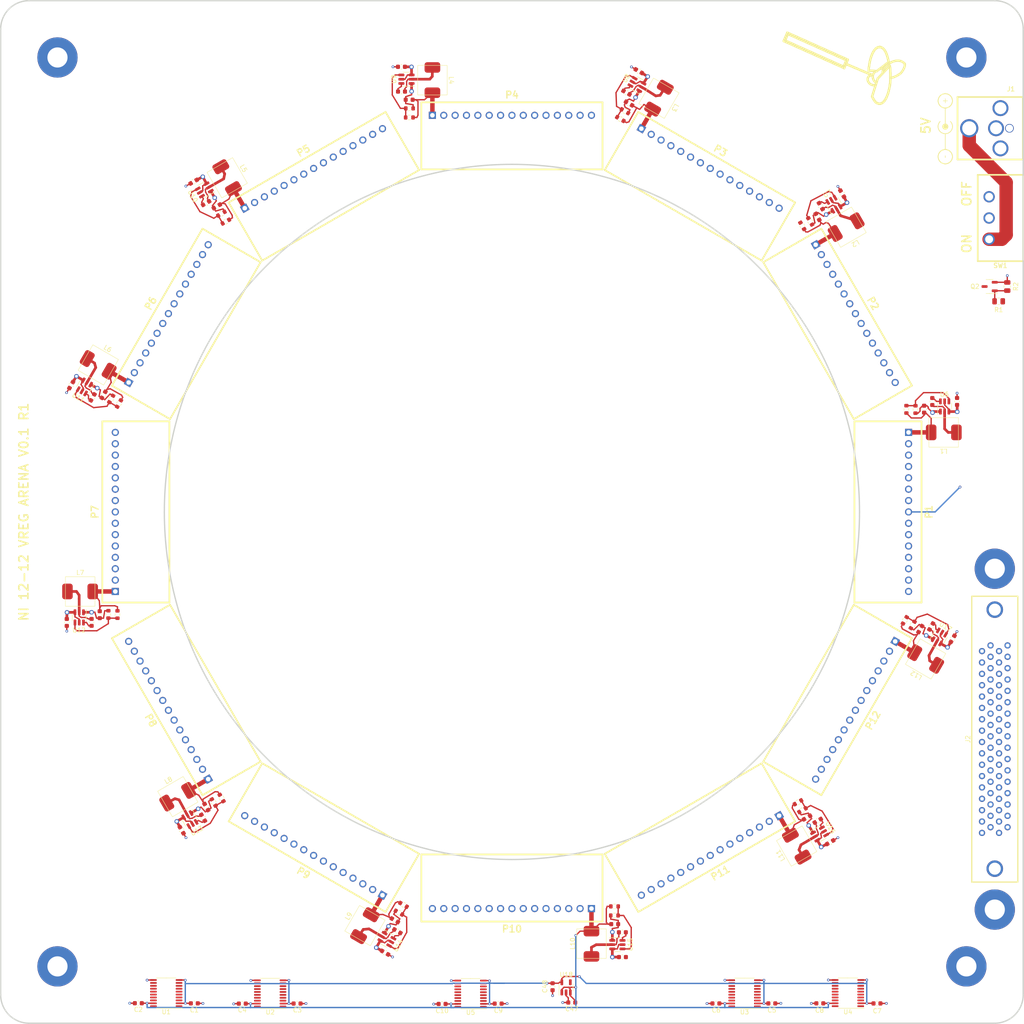
<source format=kicad_pcb>
(kicad_pcb (version 20221018) (generator pcbnew)
  (layers (0 "F.Cu" signal) (1 "In1.Cu" power) (2 "In2.Cu" power) (31 "B.Cu" signal) (34 "B.Paste" user) (35 "F.Paste" user) (36 "B.SilkS" user "B.Silkscreen") (37 "F.SilkS" user "F.Silkscreen") (38 "B.Mask" user) (39 "F.Mask" user) (44 "Edge.Cuts" user))
  (net 0 "")
  (net 1 "+3.3V")
  (net 2 "/Level Shifters/POW.5V_HDR_10")
  (net 4 "/Power & Voltage Regulators/SW_VCC")
  (net 15 "/Level Shifters/PAN5V.CS_00")
  (net 16 "/Level Shifters/PAN5V.CS_01")
  (net 17 "/Level Shifters/PAN5V.CS_02")
  (net 18 "/Level Shifters/PAN5V.CS_03")
  (net 19 "/Level Shifters/PAN5V.CS_04")
  (net 20 "/Level Shifters/PAN5V.EXT_INT")
  (net 21 "GND")
  (net 25 "/Level Shifters/PAN5V.CS_05")
  (net 26 "/Level Shifters/PAN5V.CS_06")
  (net 38 "Net-(Q2-G)")
  (net 39 "/Level Shifters/PAN5V.RESET")
  (net 40 "/Level Shifters/PAN3V.RESET")
  (net 41 "/Level Shifters/PAN3V.CS_00")
  (net 42 "/Level Shifters/PAN3V.CS_01")
  (net 43 "/Level Shifters/PAN3V.CS_02")
  (net 44 "/Level Shifters/PAN3V.CS_03")
  (net 45 "/Level Shifters/PAN3V.CS_04")
  (net 46 "/Level Shifters/PAN3V.CS_05")
  (net 47 "/Level Shifters/PAN3V.CS_06")
  (net 48 "/Level Shifters/PAN3V.CS_07")
  (net 49 "/Level Shifters/PAN5V.CS_07")
  (net 50 "/Level Shifters/PAN3V.SCK_00")
  (net 51 "/Level Shifters/PAN3V.SCK_01")
  (net 52 "/Level Shifters/PAN3V.SCK_02")
  (net 53 "/Level Shifters/PAN3V.SCK_03")
  (net 54 "/Level Shifters/PAN3V.SCK_04")
  (net 55 "/Level Shifters/PAN3V.SCK_05")
  (net 56 "/Level Shifters/PAN3V.MOSI_00")
  (net 57 "/Level Shifters/PAN3V.MISO_00")
  (net 58 "/Level Shifters/PAN5V.MISO_00")
  (net 59 "/Level Shifters/PAN5V.MOSI_00")
  (net 60 "/Level Shifters/PAN5V.SCK_05")
  (net 61 "/Level Shifters/PAN5V.SCK_04")
  (net 62 "/Level Shifters/PAN5V.SCK_03")
  (net 63 "/Level Shifters/PAN5V.SCK_02")
  (net 64 "/Level Shifters/PAN3V.EXT_INT")
  (net 65 "/Level Shifters/PAN5V.SCK_01")
  (net 66 "/Level Shifters/PAN5V.SCK_00")
  (net 67 "/Level Shifters/PAN3V.MOSI_01")
  (net 68 "/Level Shifters/PAN3V.MISO_01")
  (net 69 "/Level Shifters/PAN3V.MOSI_02")
  (net 70 "/Level Shifters/PAN3V.MISO_02")
  (net 71 "/Level Shifters/PAN3V.MOSI_03")
  (net 72 "/Level Shifters/PAN3V.MISO_03")
  (net 73 "/Level Shifters/PAN3V.MOSI_04")
  (net 74 "/Level Shifters/PAN3V.MISO_04")
  (net 75 "/Level Shifters/PAN5V.MISO_04")
  (net 76 "/Level Shifters/PAN5V.MOSI_04")
  (net 77 "/Level Shifters/PAN5V.MISO_03")
  (net 78 "/Level Shifters/PAN5V.MOSI_03")
  (net 79 "/Level Shifters/PAN5V.MISO_02")
  (net 80 "/Level Shifters/PAN5V.MOSI_02")
  (net 81 "/Level Shifters/PAN5V.MISO_01")
  (net 82 "/Level Shifters/PAN5V.MOSI_01")
  (net 83 "/Level Shifters/PAN3V.MOSI_05")
  (net 84 "/Panel Headers/RESET")
  (net 85 "/Level Shifters/PAN3V.MISO_05")
  (net 86 "/Level Shifters/PAN3V.MOSI_06")
  (net 87 "/Level Shifters/PAN3V.MISO_06")
  (net 88 "/Level Shifters/PAN3V.MOSI_07")
  (net 89 "/Level Shifters/PAN3V.MISO_07")
  (net 90 "/Level Shifters/PAN3V.MOSI_08")
  (net 91 "/Level Shifters/PAN3V.MISO_08")
  (net 92 "/Level Shifters/PAN5V.MISO_08")
  (net 93 "/Level Shifters/PAN5V.MOSI_08")
  (net 94 "/Level Shifters/PAN5V.MISO_07")
  (net 95 "/Level Shifters/PAN5V.MOSI_07")
  (net 96 "/Level Shifters/PAN5V.MISO_06")
  (net 97 "/Level Shifters/PAN5V.MOSI_06")
  (net 98 "/Level Shifters/PAN5V.MISO_05")
  (net 99 "/Level Shifters/PAN5V.MOSI_05")
  (net 100 "/Level Shifters/PAN3V.MOSI_09")
  (net 101 "/Level Shifters/PAN3V.MISO_09")
  (net 102 "/Level Shifters/PAN3V.MOSI_10")
  (net 103 "/Level Shifters/PAN3V.MISO_10")
  (net 104 "/Level Shifters/PAN3V.MOSI_11")
  (net 105 "/Level Shifters/PAN3V.MISO_11")
  (net 106 "/Level Shifters/PAN5V.MISO_11")
  (net 107 "/Level Shifters/PAN5V.MOSI_11")
  (net 108 "/Level Shifters/PAN5V.MISO_10")
  (net 109 "/Level Shifters/PAN5V.MOSI_10")
  (net 110 "/Level Shifters/PAN5V.MISO_09")
  (net 111 "/Level Shifters/PAN5V.MOSI_09")
  (net 113 "VCC")
  (net 114 "/Level Shifters/POW.5V_HDR_1")
  (net 115 "/Level Shifters/POW.5V_HDR_2")
  (net 116 "/Level Shifters/POW.5V_HDR_3")
  (net 117 "/Level Shifters/POW.5V_HDR_4")
  (net 118 "/Level Shifters/POW.5V_HDR_5")
  (net 119 "/Level Shifters/POW.5V_HDR_6")
  (net 120 "/Level Shifters/POW.5V_HDR_7")
  (net 121 "/Level Shifters/POW.5V_HDR_8")
  (net 122 "/Level Shifters/POW.5V_HDR_9")
  (net 123 "/Level Shifters/POW.5V_HDR_11")
  (net 124 "/Level Shifters/POW.5V_HDR_12")
  (net 125 "Net-(U6-VBST)")
  (net 126 "Net-(U6-SW)")
  (net 127 "Net-(U7-VBST)")
  (net 128 "Net-(U7-SW)")
  (net 129 "Net-(U8-VBST)")
  (net 130 "Net-(U8-SW)")
  (net 131 "Net-(U9-VBST)")
  (net 132 "Net-(U9-SW)")
  (net 133 "Net-(U10-VBST)")
  (net 134 "Net-(U10-SW)")
  (net 135 "Net-(U11-VBST)")
  (net 136 "Net-(U11-SW)")
  (net 137 "Net-(U12-VBST)")
  (net 138 "Net-(U12-SW)")
  (net 139 "Net-(U13-VBST)")
  (net 140 "Net-(U13-SW)")
  (net 141 "Net-(U14-VBST)")
  (net 142 "Net-(U14-SW)")
  (net 143 "Net-(U15-VBST)")
  (net 144 "Net-(U15-SW)")
  (net 145 "Net-(U16-VBST)")
  (net 146 "Net-(U16-SW)")
  (net 147 "Net-(U17-VBST)")
  (net 148 "Net-(U17-SW)")
  (net 149 "Net-(U6-VFB)")
  (net 150 "Net-(U7-VFB)")
  (net 151 "Net-(U8-VFB)")
  (net 152 "Net-(U9-VFB)")
  (net 153 "Net-(U10-VFB)")
  (net 154 "Net-(U11-VFB)")
  (net 155 "Net-(U12-VFB)")
  (net 156 "Net-(U13-VFB)")
  (net 157 "Net-(U14-VFB)")
  (net 158 "Net-(U15-VFB)")
  (net 159 "Net-(U16-VFB)")
  (net 160 "Net-(U17-VFB)")
  (footprint "Resistor_SMD:R_0603_1608Metric" (layer "F.Cu") (at 154.8892 87.579199)
    (fp_text reference "R10" hide)
    (fp_text value "10k" hide)
  )
  (footprint "Capacitor_SMD:C_0603_1608Metric" (layer "F.Cu") (at 152.191127 271.533468 150)
    (fp_text reference "C36" hide)
    (fp_text value "100nF" hide)
  )
  (footprint "Capacitor_SMD:C_0603_1608Metric" (layer "F.Cu") (at 129.7634 287.7112)
    (fp_text reference "C3")
    (fp_text value "0.1uF" hide)
  )
  (footprint "Package_TO_SOT_SMD:SOT-23-6" (layer "F.Cu") (at 82.233737 149.84882 -120)
    (fp_text reference "U11")
    (fp_text value "TPS564201DDC" hide)
  )
  (footprint "Package_TO_SOT_SMD:SOT-23-6" (layer "F.Cu") (at 149.84882 273.366262 -30)
    (fp_text reference "U14")
    (fp_text value "TPS564201DDC" hide)
  )
  (footprint "MountingHole:MountingHole_4.5mm_Pad" (layer "F.Cu") (at 76.2 76.2)
    (fp_text reference "H1" hide)
    (fp_text value "MountingHole_Pad" hide)
  )
  (footprint "arena_custom:HEADER_TOP" (layer "F.Cu") (at 177.799999 266.474028 180)
    (fp_text reference "P10")
    (fp_text value "CONN15" hide)
  )
  (footprint "Capacitor_SMD:C_0603_1608Metric" (layer "F.Cu") (at 223.4022 287.6904 180)
    (fp_text reference "C6")
    (fp_text value "0.1uF" hide)
  )
  (footprint "Package_TO_SOT_SMD:SOT-23-6" (layer "F.Cu") (at 81.061599 201.3767 -90)
    (fp_text reference "U12")
    (fp_text value "TPS564201DDC" hide)
  )
  (footprint "arena_custom:HEADER_TOP" (layer "F.Cu") (at 254.593961 222.137014 -120)
    (fp_text reference "P12")
    (fp_text value "CONN15" hide)
  )
  (footprint "Capacitor_SMD:C_0603_1608Metric" (layer "F.Cu") (at 109.428871 108.755331 30)
    (fp_text reference "C24" hide)
    (fp_text value "100nF" hide)
  )
  (footprint "arena_custom:HEADER_TOP" (layer "F.Cu") (at 89.125971 177.8 90)
    (fp_text reference "P7")
    (fp_text value "CONN15" hide)
  )
  (footprint "Package_TO_SOT_SMD:SOT-23-6" (layer "F.Cu") (at 105.810437 246.587221 -60)
    (fp_text reference "U13")
    (fp_text value "TPS564201DDC" hide)
  )
  (footprint "Capacitor_SMD:C_0603_1608Metric" (layer "F.Cu") (at 271.533468 203.408872 -120)
    (fp_text reference "C45" hide)
    (fp_text value "100nF" hide)
  )
  (footprint "Capacitor_SMD:C_0603_1608Metric" (layer "F.Cu") (at 200.774 269.9512 180)
    (fp_text reference "C40" hide)
    (fp_text value "22uF" hide)
  )
  (footprint "arena_custom:slide_switch" (layer "F.Cu") (at 287.02 112.0902 90)
    (fp_text reference "SW1")
    (fp_text value "SW_SPDT" hide)
  )
  (footprint "Package_SO:TSSOP-20_4.4x6.5mm_P0.65mm" (layer "F.Cu") (at 229.8072 285.4104 180)
    (fp_text reference "U3")
    (fp_text value "TXB0108PW" hide)
  )
  (footprint "arena_custom:CYA0650_3P3UH" (layer "F.Cu") (at 114.142067 103.101227 -60)
    (fp_text reference "L5")
    (fp_text value "3.3uH" hide)
  )
  (footprint "Capacitor_SMD:C_0603_1608Metric" (layer "F.Cu") (at 246.6355 287.663 180)
    (fp_text reference "C8")
    (fp_text value "0.1uF" hide)
  )
  (footprint "Package_SO:TSSOP-20_4.4x6.5mm_P0.65mm" (layer "F.Cu") (at 123.7534 285.4412 180)
    (fp_text reference "U2")
    (fp_text value "TXB0108PW" hide)
  )
  (footprint "Resistor_SMD:R_0603_1608Metric" (layer "F.Cu") (at 200.7362 265.9888)
    (fp_text reference "R21" hide)
    (fp_text value "56.2k" hide)
  )
  (footprint "Capacitor_SMD:C_0603_1608Metric" (layer "F.Cu") (at 269.09228 203.979532 -120)
    (fp_text reference "C46" hide)
    (fp_text value "22uF" hide)
  )
  (footprint "Resistor_SMD:R_0603_1608Metric" (layer "F.Cu") (at 242.751735 244.478105 -150)
    (fp_text reference "R24" hide)
    (fp_text value "10k" hide)
  )
  (footprint "arena_custom:CYA0650_3P3UH" (layer "F.Cu") (at 81.279999 195.58)
    (fp_text reference "L7")
    (fp_text value "3.3uH" hide)
  )
  (footprint "Capacitor_SMD:C_0603_1608Metric" (layer "F.Cu") (at 111.828331 109.481719 30)
    (fp_text reference "C25" hide)
    (fp_text value "22uF" hide)
  )
  (footprint "Capacitor_SMD:C_0603_1608Metric" (layer "F.Cu") (at 271.78 153.1112 -90)
    (fp_text reference "C12" hide)
    (fp_text value "100nF" hide)
  )
  (footprint "arena_custom:HEADER_TOP" (layer "F.Cu") (at 133.462985 254.593961 150)
    (fp_text reference "P9")
    (fp_text value "CONN15" hide)
  )
  (footprint "arena_custom:HEADER_TOP" (layer "F.Cu") (at 222.137014 254.593961 -150)
    (fp_text reference "P11")
    (fp_text value "CONN15" hide)
  )
  (footprint "Resistor_SMD:R_0603_1608Metric" (layer "F.Cu") (at 153.568931 265.641841 -30)
    (fp_text reference "R19" hide)
    (fp_text value "56.2k" hide)
  )
  (footprint "arena_custom:CYA0650_3P3UH" (layer "F.Cu") (at 195.579999 274.32 90)
    (fp_text reference "L10")
    (fp_text value "3.3uH" hide)
  )
  (footprint "Capacitor_SMD:C_0603_1608Metric" (layer "F.Cu") (at 174.7142 287.7312)
    (fp_text reference "C9")
    (fp_text value "0.1uF" hide)
  )
  (footprint "Capacitor_SMD:C_0603_1608Metric" (layer "F.Cu") (at 94.2705 287.633 180)
    (fp_text reference "C2")
    (fp_text value "0.1uF" hide)
  )
  (footprint "Capacitor_SMD:C_0603_1608Metric" (layer "F.Cu") (at 235.9022 287.6804)
    (fp_text reference "C5")
    (fp_text value "0.1uF" hide)
  )
  (footprint "Capacitor_SMD:C_0603_1608Metric" (layer "F.Cu") (at 202.501199 277.3172)
    (fp_text reference "C38" hide)
    (fp_text value "10uF" hide)
  )
  (footprint "Package_TO_SOT_SMD:SOT-23-6" (layer "F.Cu") (at 154.2233 81.061599 180)
    (fp_text reference "U9")
    (fp_text value "TPS564201DDC" hide)
  )
  (footprint "Package_TO_SOT_SMD:SOT-23-6" (layer "F.Cu") (at 274.5384 154.2233 90)
    (fp_text reference "U6")
    (fp_text value "TPS564201DDC" hide)
  )
  (footprint "Capacitor_SMD:C_0603_1608Metric" (layer "F.Cu") (at 243.771668 246.11828 -150)
    (fp_text reference "C43" hide)
    (fp_text value "22uF" hide)
  )
  (footprint "Capacitor_SMD:C_0603_1608Metric" (layer "F.Cu") (at 162.1892 287.8012 180)
    (fp_text reference "C10")
    (fp_text value "0.1uF" hide)
  )
  (footprint "Resistor_SMD:R_0603_1608Metric" (layer "F.Cu") (at 242.705641 113.842267 120)
    (fp_text reference "R5" hide)
    (fp_text value "56.2k" hide)
  )
  (footprint "Capacitor_SMD:C_0603_1608Metric" (layer "F.Cu") (at 154.826 85.648799)
    (fp_text reference "C22" hide)
    (fp_text value "22uF" hide)
  )
  (footprint "arena_custom:CYA0650_3P3UH" (layer "F.Cu") (at 103.101227 241.457932 30)
    (fp_text reference "L8")
    (fp_text value "3.3uH" hide)
  )
  (footprint "Resistor_SMD:R_0603_1608Metric" (layer "F.Cu") (at 268.0208 154.8892 -90)
    (fp_text reference "R4" hide)
    (fp_text value "10k" hide)
  )
  (footprint "arena_custom:CYA0650_3P3UH" (layer "F.Cu") (at 210.662068 85.321227 -120)
    (fp_text reference "L3")
    (fp_text value "3.3uH" hide)
  )
  (footprint "Capacitor_SMD:C_0603_1608Metric" (layer "F.Cu") (at 151.620467 269.09228 150)
    (fp_text reference "C37" hide)
    (fp_text value "22uF" hide)
  )
  (footprint "Resistor_SMD:R_0603_1608Metric" (layer "F.Cu") (at 244.478105 112.848264 -60)
    (fp_text reference "R6" hide)
    (fp_text value "10k" hide)
  )
  (footprint "Capacitor_SMD:C_0603_1608Metric" (layer "F.Cu") (at 248.950467 251.633824 30)
    (fp_text reference "C41" hide)
    (fp_text value "10uF" hide)
  )
  (footprint "arena_custom:CYA0650_3P3UH" (layer "F.Cu") (at 274.32 160.02 180)
    (fp_text reference "L1")
    (fp_text value "3.3uH" hide)
  )
  (footprint "Resistor_SMD:R_0603_1608Metric" (layer "F.Cu") (at 152.530934 267.388905 150)
    (fp_text reference "R20" hide)
    (fp_text value "10k" hide)
  )
  (footprint "MountingHole:MountingHole_4.5mm_Pad" (layer "F.Cu") (at 279.4 279.4)
    (fp_text reference "H3" hide)
    (fp_text value "MountingHole_Pad" hide)
  )
  (footprint "Package_SO:TSSOP-20_4.4x6.5mm_P0.65mm" (layer "F.Cu") (at 100.5155 285.373 180)
    (fp_text reference "U1")
    (fp_text value "TXB0108PW" hide)
  )
  (footprint "Capacitor_SMD:C_0603_1608Metric" (layer "F.Cu") (at 153.1112 83.819999)
    (fp_text reference "C21" hide)
    (fp_text value "100nF" hide)
  )
  (footprint "Capacitor_SMD:C_0603_1608Metric" (layer "F.Cu") (at 83.819999 202.4888 90)
    (fp_text reference "C30" hide)
    (fp_text value "100nF" hide)
  )
  (footprint "Capacitor_SMD:C_0603_1608Metric" (layer "F.Cu") (at 186.8834 283.9422 -90)
    (fp_text reference "C48")
    (fp_text value "10uF" hide)
  )
  (footprint "Package_TO_SOT_SMD:SOT-23-3" (layer "F.Cu") (at 284.6015 127.4064 180)
    (fp_text reference "Q2")
    (fp_text value "MOSFET_NCHAN" hide)
  )
  (footprint "Capacitor_SMD:C_0603_1608Metric" (layer "F.Cu") (at 78.282799 202.5012 -90)
    (fp_text reference "C29" hide)
    (fp_text value "10uF" hide)
  )
  (footprint "Capacitor_SMD:C_0603_1608Metric" (layer "F.Cu") (at 206.166733 79.264975 150)
    (fp_text reference "C17" hide)
    (fp_text value "10uF" hide)
  )
  (footprint "MountingHole:MountingHole_4.5mm_Pad" (layer "F.Cu") (at 76.2 279.4)
    (fp_text reference "H4" hide)
    (fp_text value "MountingHole_Pad" hide)
  )
  (footprint "Capacitor_SMD:C_0603_1608Metric" (layer "F.Cu") (at 149.433266 276.335024 -30)
    (fp_text reference "C35" hide)
    (fp_text value "10uF" hide)
  )
  (footprint "Capacitor_SMD:C_0603_1608Metric" (layer "F.Cu") (at 103.966175 248.950467 -60)
    (fp_text reference "C32" hide)
    (fp_text value "10uF" hide)
  )
  (footprint "arena_custom:DCJACK_2PIN_HIGHCURRENT" (layer "F.Cu") (at 292.0238 92.0242 -90)
    (fp_text reference "J1")
    (fp_text value "Barrel_Jack" hide)
  )
  (footprint "Capacitor_SMD:C_0603_1608Metric" (layer "F.Cu") (at 106.649532 103.966175 -150)
    (fp_text reference "C23" hide)
    (fp_text value "10uF" hide)
  )
  (footprint "Capacitor_SMD:C_0603_1608Metric" (layer "F.Cu") (at 251.633824 106.649532 120)
    (fp_text reference "C14" hide)
    (fp_text value "10uF" hide)
  )
  (footprint "Capacitor_SMD:C_0603_1608Metric" (layer "F.Cu") (at 246.844668 109.428871 -60)
    (fp_text reference "C15" hide)
    (fp_text value "100nF" hide)
  )
  (footprint "Resistor_SMD:R_0603_1608Metric" (layer "F.Cu") (at 89.611199 200.7362 -90)
    (fp_text reference "R15" hide)
    (fp_text value "56.2k" hide)
  )
  (footprint "arena_custom:HEADER_TOP" (layer "F.Cu") (at 133.462985 101.006038 30)
    (fp_text reference "P5")
    (fp_text value "CONN15" hide)
  )
  (footprint "Capacitor_SMD:C_0603_1608Metric" (layer "F.Cu") (at 79.264975 149.433266 -120)
    (fp_text reference "C26" hide)
    (fp_text value "10uF" hide)
  )
  (footprint "Package_SO:TSSOP-20_4.4x6.5mm_P0.65mm" (layer "F.Cu") (at 252.9155 285.373 180)
    (fp_text reference "U4")
    (fp_text value "TXB0108PW" hide)
  )
  (footprint "arena_custom:CYA0650_3P3UH" (layer "F.Cu") (at 241.457932 252.498772 120)
    (fp_text reference "L11")
    (fp_text value "3.3uH" hide)
  )
  (footprint "Capacitor_SMD:C_0603_1608Metric" (layer "F.Cu") (at 277.3172 153.0988 90)
    (fp_text reference "C11" hide)
    (fp_text value "10uF" hide)
  )
  (footprint "arena_custom:HEADER_TOP" (layer "F.Cu") (at 177.8 89.125971)
    (fp_text reference "P4")
    (fp_text value "CONN15" hide)
  )
  (footprint "Capacitor_SMD:C_0603_1608Metric" (layer "F.Cu") (at 85.648799 200.774 90)
    (fp_text reference "C31" hide)
    (fp_text value "22uF" hide)
  )
  (footprint "Resistor_SMD:R_0805_2012Metric" (layer "F.Cu") (at 286.6155 130.7084)
    (fp_text reference "R1")
    (fp_text value "200" hide)
  )
  (footprint "Resistor_SMD:R_0603_1608Metric" (layer "F.Cu") (at 112.848264 111.121894 30)
    (fp_text reference "R12" hide)
    (fp_text value "10k" hide)
  )
  (footprint "Capacitor_SMD:C_0603_1608Metric" (layer "F.Cu") (at 153.0988 78.282799 180)
    (fp_text reference "C20" hide)
    (fp_text value "10uF" hide)
  )
  (footprint "Capacitor_SMD:C_0603_1608Metric" (layer "F.Cu") (at 269.9512 154.826 -90)
    (fp_text reference "C13" hide)
    (fp_text value "22uF" hide)
  )
  (footprint "Capacitor_SMD:C_0603_1608Metric" (layer "F.Cu") (at 246.171128 246.844668 -150)
    (fp_text reference "C42" hide)
    (fp_text value "100nF" hide)
  )
  (footprint "Package_TO_SOT_SMD:SOT-23-5" (layer "F.Cu") (at 189.9034 284.0847 90)
    (fp_text reference "U18")
    (fp_text value "AP2112K-3.3" hide)
  )
  (footprint "Package_TO_SOT_SMD:SOT-23-6" (layer "F.Cu") (at 205.751179 82.233737 150)
    (fp_text reference "U8")
    (fp_text value "TPS564201DDC" hide)
  )
  (footprint "Resistor_SMD:R_0603_1608Metric" (layer "F.Cu") (at 265.9888 154.8638 90)
    (fp_text reference "R3" hide)
    (fp_text value "56.2k" hide)
  )
  (footprint "arena_custom:CYA0650_3P3UH" (layer "F.Cu") (at 270.278772 210.662068 150)
    (fp_text reference "L12")
    (fp_text value "3.3uH" hide)
  )
  (footprint "Capacitor_SMD:C_0603_1608Metric" (layer "F.Cu") (at 202.4888 271.78 180)
    (fp_text reference "C39" hide)
    (fp_text value "100nF" hide)
  )
  (footprint "MountingHole:MountingHole_4.5mm_Pad" (layer "F.Cu") (at 285.75 190.5)
    (fp_text reference "H5" hide)
    (fp_text value "MountingHole_Pad" hide)
  )
  (footprint "arena_custom:HEADER_TOP" (layer "F.Cu") (at 266.474028 177.8 -90)
    (fp_text reference "P1")
    (fp_text value "CONN15" hide)
  )
  (footprint "Capacitor_SMD:C_0603_1608Metric" (layer "F.Cu") (at 276.335024 206.166733 60)
    (fp_text reference "C44" hide)
    (fp_text value "10uF" hide)
  )
  (footprint "Resistor_SMD:R_0603_1608Metric" (layer "F.Cu") (at 241.757732 242.705641 30)
    (fp_text reference "R23" hide)
    (fp_text value "56.2k" hide)
  )
  (footprint "arena_custom:HEADER_TOP" (layer "F.Cu") (at 101.006038 133.462985 60)
    (fp_text reference "P6")
    (fp_text value "CONN15" hide)
  )
  (footprint "Package_TO_SOT_SMD:SOT-23-6" (layer "F.Cu") (at 109.012778 105.810437 -150)
    (fp_text reference "U10")
    (fp_text value "TPS564201DDC" hide)
  )
  (footprint "Resistor_SMD:R_0603_1608Metric" (layer "F.Cu") (at 87.579199 200.7108 90)
    (fp_text reference "R16" hide)
    (fp_text value "10k" hide)
  )
  (footprint "arena_custom:HEADER_TOP" (layer "F.Cu") (at 101.006038 222.137014 120)
    (fp_text reference "P8")
    (fp_text value "CONN15" hide)
  )
  (footprint "Capacitor_SMD:C_0603_1608Metric" (layer "F.Cu") (at 84.066531 152.191127 60)
    (fp_text reference "C27" hide)
    (fp_text value "100nF" hide)
  )
  (footprint "Resistor_SMD:R_0603_1608Metric" (layer "F.Cu") (at 267.388905 203.069065 -120)
    (fp_text reference "R26" hide)
    (fp_text value "10k" hide)
  )
  (footprint "Capacitor_SMD:C_0603_1608Metric" (layer "F.Cu") (at 109.481719 243.771668 120)
    (fp_text reference "C34" hide)
    (fp_text value "22uF" hide)
  )
  (footprint "MountingHole:MountingHole_4.5mm_Pad" (layer "F.Cu") (at 279.4 76.2)
    (fp_text reference "H2" hide)
    (fp_text value "MountingHole_Pad" hide)
  )
  (footprint "Capacitor_SMD:C_0603_1608Metric" (layer "F.Cu") (at 117.5134 287.7312 180)
    (fp_text reference "C4")
    (fp_text value "0.1uF" hide)
  )
  (footprint "Capacitor_SMD:C_0603_1608Metric" (layer "F.Cu") (at 203.408872 84.066531 -30)
    (fp_text reference "C18" hide)
    (fp_text value "100nF" hide)
  )
  (footprint "Capacitor_SMD:C_0603_1608Metric" (layer "F.Cu") (at 259.4102 287.6804)
    (fp_text reference "C7")
    (fp_text value "0.1uF" hide)
  )
  (footprint "Resistor_SMD:R_0603_1608Metric" (layer "F.Cu") (at 203.069065 88.211094 -30)
    (fp_text reference "R8" hide)
    (fp_text value "10k" hide)
  )
  (footprint "Capacitor_SMD:C_0603_1608Metric" (layer "F.Cu") (at 108.755331 246.171128 120)
    (fp_text reference "C33" hide)
    (fp_text value "100nF" hide)
  )
  (footprint "Resistor_SMD:R_0603_1608Metric" (layer "F.Cu") (at 200.7108 268.0208 180)
    (fp_text reference "R22" hide)
    (fp_text value "10k" hide)
  )
  (footprint "arena_custom:CYA0650_3P3UH" (layer "F.Cu") (at 160.02 81.279999 -90)
    (fp_text reference "L4")
    (fp_text value "3.3uH" hide)
  )
  (footprint "Package_TO_SOT_SMD:SOT-23-6" (layer "F.Cu") (at 201.3767 274.5384)
    (fp_text reference "U15")
    (fp_text value "TPS564201DDC" hide)
  )
  (footprint "Resistor_SMD:R_0603_1608Metric" (layer "F.Cu") (at 111.121894 242.751735 120)
    (fp_text reference "R18" hide)
    (fp_text value "10k" hide)
  )
  (footprint "Capacitor_SMD:C_0603_1608Metric" (layer "F.Cu") (at 203.979532 86.507719 -30)
    (fp_text reference "C19" hide)
    (fp_text value "22uF" hide)
  )
  (footprint "Resistor_SMD:R_0603_1608Metric" (layer "F.Cu") (at 113.842267 112.894358 -150)
    (fp_text reference "R11" hide)
    (fp_text value "56.2k" hide)
  )
  (footprint "Capacitor_SMD:C_0603_1608Metric" (layer "F.Cu") (at 106.7905 287.663)
    (fp_text reference "C1")
    (fp_text value "0.1uF" hide)
  )
  (footprint "arena_custom:CYA0650_3P3UH" (layer "F.Cu") (at 144.937931 270.278772 60)
    (fp_text reference "L9")
    (fp_text value "3.3uH" hide)
  )
  (footprint "MountingHole:MountingHole_4.5mm_Pad" (layer "F.Cu") (at 285.75 266.7)
    (fp_text reference "H6" hide)
    (fp_text value "MountingHole_Pad" hide)
  )
  (footprint "Package_TO_SOT_SMD:SOT-23-6" (layer "F.Cu") (at 249.789562 109.012778 120)
    (fp_text reference "U7")
    (fp_text value "TPS564201DDC" hide)
  )
  (footprint "Resistor_SMD:R_0603_1608Metric" (layer "F.Cu") (at 154.8638 89.611199 180)
    (fp_text reference "R9" hide)
    (fp_text value "56.2k" hide)
  )
  (footprint "arena_custom:HEADER_TOP" (layer "F.Cu") (at 254.593961 133.462985 -60)
    (fp_text reference "P2")
    (fp_text value "CONN15" hide)
  )
  (footprint "arena_custom:CYA0650_3P3UH" (layer "F.Cu") (at 85.321227 144.937931 -30)
    (fp_text reference "L6")
    (fp_text value "3.3uH" hide)
  )
  (footprint "Resistor_SMD:R_0603_1608Metric" (layer "F.Cu") (at 88.211094 152.530934 60)
    (fp_text reference "R14" hide)
    (fp_text value "10k" hide)
  )
  (footprint "Capacitor_SMD:C_0603_1608Metric" (layer "F.Cu") (at 191.1734 287.4772 180)
    (fp_text reference "C47")
    (fp_text value "10uF" hide)
  )
  (footprint "Resistor_SMD:R_0603_1608Metric" (layer "F.Cu") (at 89.958158 153.568931 -120)
    (fp_text reference "R13" hide)
    (fp_text value "56.2k" hide)
  )
  (footprint "arena_custom:TE_CONN_DSUB_VERT_68" (layer "F.Cu") (at 285.75 228.6 90)
    (fp_text reference "J2")
    (fp_text value "NI_TE_68pos" hide)
  )
  (footprint "Capacitor_SMD:C_0603_1608Metric" (layer "F.Cu") (at 86.507719 151.620467 60)
    (fp_text reference "C28" hide)
    (fp_text value "22uF" hide)
  )
  (footprint "Resistor_SMD:R_0603_1608Metric" (layer "F.Cu") (at 202.031068 89.958158 150)
    (fp_text reference "R7" hide)
    (fp_text value "56.2k" hide)
  )
  (footprint "arena_custom:HEADER_TOP" (layer "F.Cu") (at 222.137014 101.006038 -30)
    (fp_text reference "P3")
    (fp_text value "CONN15" hide)
  )
  (footprint "Package_TO_SOT_SMD:SOT-23-6" (layer "F.Cu") (at 246.587221 249.789562 30)
    (fp_text reference "U16")
    (fp_text value "TPS564201DDC" hide)
  )
  (footprint "Package_SO:TSSOP-20_4.4x6.5mm_P0.65mm" (layer "F.Cu") (at 168.5592 285.5012 180)
    (fp_text reference "U5")
    (fp_text value "TXB0108PW" hide)
  )
  (footprint "Capacitor_SMD:C_0603_1608Metric" (layer "F.Cu") (at 246.11828 111.828331 -60)
    (fp_text reference "C16" hide)
    (fp_text value "22uF" hide)
  )
  (footprint "Resistor_SMD:R_0805_2012Metric" (layer "F.Cu") (at 288.544 127.4064 -90)
    (fp_text reference "R2")
    (fp_text value "20k" hide)
  )
  (footprint "arena_custom:CYA0650_3P3UH" (layer "F.Cu") (at 252.498772 114.142067 -150)
    (fp_text reference "L2")
    (fp_text value "3.3uH" hide)
  )
  (footprint "Package_TO_SOT_SMD:SOT-23-6" (layer "F.Cu") (at 273.366262 205.751179 60)
    (fp_text reference "U17")
    (fp_text value "TPS564201DDC" hide)
  )
  (footprint "Resistor_SMD:R_0603_1608Metric" (layer "F.Cu") (at 265.641841 202.031068 60)
    (fp_text reference "R25" hide)
    (fp_text value "56.2k" hide)
  )
  (footprint "Resistor_SMD:R_0603_1608Metric" (layer "F.Cu") (at 112.894358 241.757732 -60)
    (fp_text reference "R17" hide)
    (fp_text value "56.2k" hide)
  )
  (gr_line (start 261.869046 84.235629) (end 261.941978 83.996274) (stroke (width 0.514144)) (layer "F.SilkS"))
  (gr_line (start 258.99813 86.023131) (end 259.098897 86.128731) (stroke (width 0.514144)) (layer "F.SilkS"))
  (gr_line (start 259.068645 82.308853) (end 258.717929 82.409537) (stroke (width 0.514144)) (layer "F.SilkS"))
  (gr_line (start 273.382477 92.585887) (end 273.336417 92.519801) (stroke (width 0.15487)) (layer "F.SilkS"))
  (gr_line (start 275.003458 84.324863) (end 275.080765 84.342706) (stroke (width 0.179621)) (layer "F.SilkS"))
  (gr_line (start 273.725344 84.609849) (end 273.787993 84.565299) (stroke (width 0.179621)) (layer "F.SilkS"))
  (gr_line (start 262.352669 81.788771) (end 262.380098 81.482222) (stroke (width 0.514144)) (layer "F.SilkS"))
  (gr_line (start 257.687722 79.102057) (end 257.547538 79.107867) (stroke (width 0.514144)) (layer "F.SilkS"))
  (gr_line (start 257.723346 80.298042) (end 258.0072 80.217521) (stroke (width 0.514144)) (layer "F.SilkS"))
  (gr_line (start 258.318284 84.933399) (end 258.534906 85.362848) (stroke (width 0.514144)) (layer "F.SilkS"))
  (gr_line (start 261.038343 85.916534) (end 261.144288 85.776614) (stroke (width 0.514144)) (layer "F.SilkS"))
  (gr_line (start 275.230838 99.879067) (end 275.156592 99.904189) (stroke (width 0.179621)) (layer "F.SilkS"))
  (gr_line (start 276.047991 97.549536) (end 276.086466 97.616452) (stroke (width 0.179621)) (layer "F.SilkS"))
  (gr_line (start 259.522398 86.435015) (end 259.632794 86.481079) (stroke (width 0.514144)) (layer "F.SilkS"))
  (gr_line (start 258.777057 85.766629) (end 258.999103 86.077093) (stroke (width 0.514144)) (layer "F.SilkS"))
  (gr_line (start 274.438075 87.469819) (end 274.359386 87.455767) (stroke (width 0.179621)) (layer "F.SilkS"))
  (gr_line (start 276.068771 92.451998) (end 276.026396 92.519801) (stroke (width 0.15487)) (layer "F.SilkS"))
  (gr_line (start 259.269515 86.342375) (end 259.551597 86.474135) (stroke (width 0.514144)) (layer "F.SilkS"))
  (gr_line (start 273.607013 99.560919) (end 273.551517 99.50801) (stroke (width 0.179621)) (layer "F.SilkS"))
  (gr_line (start 273.852841 99.744693) (end 273.788008 99.70313) (stroke (width 0.179621)) (layer "F.SilkS"))
  (gr_line (start 276.275119 91.864932) (end 276.262222 91.94132) (stroke (width 0.15487)) (layer "F.SilkS"))
  (gr_line (start 261.195859 79.169296) (end 259.579265 80.914514) (stroke (width 0.514144)) (layer "F.SilkS"))
  (gr_line (start 273.66498 97.145084) (end 273.725344 97.097647) (stroke (width 0.179621)) (layer "F.SilkS"))
  (gr_line (start 258.222097 75.712175) (end 258.508193 75.08281) (stroke (width 0.514144)) (layer "F.SilkS"))
  (gr_line (start 257.639291 81.892298) (end 257.44424 81.58542) (stroke (width 0.514144)) (layer "F.SilkS"))
  (gr_line (start 259.105015 74.263825) (end 259.311569 74.094352) (stroke (width 0.514144)) (layer "F.SilkS"))
  (gr_line (start 274.599194 87.486151) (end 274.518045 87.479981) (stroke (width 0.179621)) (layer "F.SilkS"))
  (gr_line (start 264.846868 77.03694) (end 265.19515 77.227932) (stroke (width 0.514144)) (layer "F.SilkS"))
  (gr_line (start 273.356395 99.271523) (end 273.314831 99.20669) (stroke (width 0.179621)) (layer "F.SilkS"))
  (gr_line (start 273.101902 85.646968) (end 273.115954 85.56828) (stroke (width 0.179621)) (layer "F.SilkS"))
  (gr_line (start 257.836877 82.08495) (end 257.639291 81.892298) (stroke (width 0.514144)) (layer "F.SilkS"))
  (gr_line (start 258.363097 84.991946) (end 258.44546 85.168472) (stroke (width 0.514144)) (layer "F.SilkS"))
  (gr_line (start 275.755818 87.073121) (end 275.697839 87.123344) (stroke (width 0.179621)) (layer "F.SilkS"))
  (gr_line (start 257.44424 81.58542) (end 257.354114 81.357061) (stroke (width 0.514144)) (layer "F.SilkS"))
  (gr_line (start 276.086466 85.128654) (end 276.121754 85.197553) (stroke (width 0.179621)) (layer "F.SilkS"))
  (gr_line (start 274.681423 87.488231) (end 274.599194 87.486151) (stroke (width 0.179621)) (layer "F.SilkS"))
  (gr_line (start 274.924769 84.310811) (end 275.003458 84.324863) (stroke (width 0.179621)) (layer "F.SilkS"))
  (gr_line (start 260.733432 86.263588) (end 261.151004 85.835117) (stroke (width 0.514144)) (layer "F.SilkS"))
  (gr_line (start 273.314823 85.061738) (end 273.356386 84.996906) (stroke (width 0.179621)) (layer "F.SilkS"))
  (gr_line (start 276.271073 98.214736) (end 276.277243 98.295885) (stroke (width 0.179621)) (layer "F.SilkS"))
  (gr_line (start 275.374182 96.937769) (end 275.44308 96.973057) (stroke (width 0.179621)) (layer "F.SilkS"))
  (gr_line (start 273.602839 92.829524) (end 273.542765 92.772411) (stroke (width 0.15487)) (layer "F.SilkS"))
  (gr_line (start 260.706413 79.477825) (end 260.712024 79.395359) (stroke (width 0.514144)) (layer "F.SilkS"))
  (gr_line (start 276.121754 86.583077) (end 276.086466 86.651976) (stroke (width 0.179621)) (layer "F.SilkS"))
  (gr_line (start 260.946139 74.368048) (end 261.01622 74.452941) (stroke (width 0.514144)) (layer "F.SilkS"))
  (gr_line (start 276.246859 85.56828) (end 276.260911 85.646968) (stroke (width 0.179621)) (layer "F.SilkS"))
  (gr_line (start 259.191337 74.160326) (end 259.635724 73.899427) (stroke (width 0.514144)) (layer "F.SilkS"))
  (gr_line (start 275.86422 97.303711) (end 275.914443 97.361691) (stroke (width 0.179621)) (layer "F.SilkS"))
  (gr_line (start 262.545324 80.771909) (end 262.412185 80.815627) (stroke (width 0.514144)) (layer "F.SilkS"))
  (gr_line (start 260.324618 73.925972) (end 260.408233 73.957619) (stroke (width 0.514144)) (layer "F.SilkS"))
  (gr_line (start 274.059426 84.417972) (end 274.131991 84.389361) (stroke (width 0.179621)) (layer "F.SilkS"))
  (gr_line (start 273.161389 92.166478) (end 273.137438 92.092236) (stroke (width 0.15487)) (layer "F.SilkS"))
  (gr_line (start 274.438068 96.798609) (end 274.518039 96.788447) (stroke (width 0.179621)) (layer "F.SilkS"))
  (gr_line (start 275.230838 87.391269) (end 275.156592 87.416391) (stroke (width 0.179621)) (layer "F.SilkS"))
  (gr_line (start 276.277243 98.460342) (end 276.271073 98.541491) (stroke (width 0.179621)) (layer "F.SilkS"))
  (gr_line (start 273.725358 99.658579) (end 273.664993 99.611142) (stroke (width 0.179621)) (layer "F.SilkS"))
  (gr_line (start 259.801304 86.526091) (end 259.858193 86.534526) (stroke (width 0.514144)) (layer "F.SilkS"))
  (gr_line (start 274.835757 93.236685) (end 274.758653 93.242212) (stroke (width 0.15487)) (layer "F.SilkS"))
  (gr_line (start 275.509996 87.256895) (end 275.44308 87.295371) (stroke (width 0.179621)) (layer "F.SilkS"))
  (gr_line (start 274.758653 93.242212) (end 274.681406 93.244055) (stroke (width 0.15487)) (layer "F.SilkS"))
  (gr_line (start 265.212543 79.059189) (end 264.97343 79.423887) (stroke (width 0.514144)) (layer "F.SilkS"))
  (gr_line (start 261.10243 78.444621) (end 261.315995 78.173283) (stroke (width 0.514144)) (layer "F.SilkS"))
  (gr_line (start 274.681423 90.986001) (end 274.681423 87.561242) (stroke (width 0.168772)) (layer "F.SilkS"))
  (gr_line (start 273.314831 99.20669) (end 273.276354 99.139774) (stroke (width 0.179621)) (layer "F.SilkS"))
  (gr_line (start 258.805038 79.584245) (end 258.962692 79.400971) (stroke (width 0.514144)) (layer "F.SilkS"))
  (gr_line (start 257.528226 80.472031) (end 257.723346 80.298042) (stroke (width 0.514144)) (layer "F.SilkS"))
  (gr_line (start 274.059439 99.850456) (end 273.988657 99.818457) (stroke (width 0.179621)) (layer "F.SilkS"))
  (gr_line (start 273.08557 85.808087) (end 273.09174 85.726938) (stroke (width 0.179621)) (layer "F.SilkS"))
  (gr_line (start 274.518045 87.479981) (end 274.438075 87.469819) (stroke (width 0.179621)) (layer "F.SilkS"))
  (gr_line (start 275.374182 87.330659) (end 275.303401 87.362658) (stroke (width 0.179621)) (layer "F.SilkS"))
  (gr_line (start 276.153753 99.000094) (end 276.121754 99.070875) (stroke (width 0.179621)) (layer "F.SilkS"))
  (gr_line (start 260.890935 74.300249) (end 261.297105 74.857027) (stroke (width 0.514144)) (layer "F.SilkS"))
  (gr_line (start 265.19515 77.227932) (end 265.459892 77.445818) (stroke (width 0.514144)) (layer "F.SilkS"))
  (gr_line (start 252.018284 78.418166) (end 238.718666 72.463535) (stroke (width 0.514144)) (layer "F.SilkS"))
  (gr_line (start 273.078482 91.479414) (end 273.087694 91.402597) (stroke (width 0.15487)) (layer "F.SilkS"))
  (gr_line (start 276.284331 91.788114) (end 276.275119 91.864932) (stroke (width 0.15487)) (layer "F.SilkS"))
  (gr_line (start 252.133761 78.470301) (end 252.892946 76.689761) (stroke (width 0.514144)) (layer "F.SilkS"))
  (gr_line (start 259.973209 73.869262) (end 260.063605 73.872837) (stroke (width 0.514144)) (layer "F.SilkS"))
  (gr_line (start 261.710483 84.685573) (end 261.79183 84.465528) (stroke (width 0.514144)) (layer "F.SilkS"))
  (gr_line (start 274.131991 96.877159) (end 274.206238 96.852037) (stroke (width 0.179621)) (layer "F.SilkS"))
  (gr_line (start 259.551597 86.474135) (end 259.994684 86.548802) (stroke (width 0.514144)) (layer "F.SilkS"))
  (gr_line (start 275.359457 93.094824) (end 275.287362 93.126144) (stroke (width 0.15487)) (layer "F.SilkS"))
  (gr_line (start 274.604159 93.242212) (end 274.527055 93.236685) (stroke (width 0.15487)) (layer "F.SilkS"))
  (gr_line (start 263.514703 76.966002) (end 263.881629 76.910616) (stroke (width 0.514144)) (layer "F.SilkS"))
  (gr_line (start 275.633528 92.932696) (end 275.567443 92.978755) (stroke (width 0.15487)) (layer "F.SilkS"))
  (gr_line (start 274.450238 93.227473) (end 274.373849 93.214577) (stroke (width 0.15487)) (layer "F.SilkS"))
  (gr_line (start 274.763651 87.486151) (end 274.681423 87.488231) (stroke (width 0.179621)) (layer "F.SilkS"))
  (gr_line (start 264.512155 76.955573) (end 264.846868 77.03694) (stroke (width 0.514144)) (layer "F.SilkS"))
  (gr_line (start 258.962692 79.400971) (end 259.082687 79.281825) (stroke (width 0.514144)) (layer "F.SilkS"))
  (gr_line (start 262.125243 77.541033) (end 262.317544 77.429839) (stroke (width 0.514144)) (layer "F.SilkS"))
  (gr_line (start 265.620054 78.101997) (end 265.506257 78.457494) (stroke (width 0.514144)) (layer "F.SilkS"))
  (gr_line (start 260.817915 86.156861) (end 260.9295 86.043416) (stroke (width 0.514144)) (layer "F.SilkS"))
  (gr_line (start 275.064779 93.197996) (end 274.988963 93.214577) (stroke (width 0.15487)) (layer "F.SilkS"))
  (gr_line (start 275.811312 84.760418) (end 275.86422 84.815913) (stroke (width 0.179621)) (layer "F.SilkS"))
  (gr_line (start 259.635364 73.926715) (end 259.746568 73.894972) (stroke (width 0.514144)) (layer "F.SilkS"))
  (gr_line (start 265.459892 77.445818) (end 265.636571 77.627093) (stroke (width 0.514144)) (layer "F.SilkS"))
  (gr_line (start 273.18045 85.340898) (end 273.209061 85.268335) (stroke (width 0.179621)) (layer "F.SilkS"))
  (gr_line (start 274.132004 99.879067) (end 274.059439 99.850456) (stroke (width 0.179621)) (layer "F.SilkS"))
  (gr_line (start 274.359386 99.943564) (end 274.282078 99.925722) (stroke (width 0.179621)) (layer "F.SilkS"))
  (gr_line (start 276.277243 85.808087) (end 276.279322 85.890315) (stroke (width 0.179621)) (layer "F.SilkS"))
  (gr_line (start 262.348726 78.582461) (end 262.320169 78.325753) (stroke (width 0.514144)) (layer "F.SilkS"))
  (gr_line (start 260.152305 73.88352) (end 260.239309 73.901252) (stroke (width 0.514144)) (layer "F.SilkS"))
  (gr_line (start 275.374182 84.449971) (end 275.44308 84.485259) (stroke (width 0.179621)) (layer "F.SilkS"))
  (gr_line (start 275.820048 92.772411) (end 275.759973 92.829524) (stroke (width 0.15487)) (layer "F.SilkS"))
  (gr_line (start 273.294042 90.815531) (end 273.336417 90.747728) (stroke (width 0.15487)) (layer "F.SilkS"))
  (gr_line (start 273.137438 91.175293) (end 273.161389 91.101051) (stroke (width 0.15487)) (layer "F.SilkS"))
  (gr_line (start 273.133798 98.777457) (end 273.115955 98.700149) (stroke (width 0.179621)) (layer "F.SilkS"))
  (gr_line (start 257.547538 79.107867) (end 257.592519 78.552196) (stroke (width 0.514144)) (layer "F.SilkS"))
  (gr_line (start 239.427243 70.80169) (end 252.726861 76.756319) (stroke (width 0.514144)) (layer "F.SilkS"))
  (gr_line (start 275.811312 97.248216) (end 275.86422 97.303711) (stroke (width 0.179621)) (layer "F.SilkS"))
  (gr_line (start 276.026396 92.519801) (end 275.980336 92.585887) (stroke (width 0.15487)) (layer "F.SilkS"))
  (gr_line (start 261.536013 85.094508) (end 261.625159 84.895366) (stroke (width 0.514144)) (layer "F.SilkS"))
  (gr_line (start 276.275119 91.402597) (end 276.284331 91.479414) (stroke (width 0.15487)) (layer "F.SilkS"))
  (gr_line (start 259.972961 86.541318) (end 260.099431 86.533073) (stroke (width 0.514144)) (layer "F.SilkS"))
  (gr_line (start 276.246859 98.700149) (end 276.229017 98.777457) (stroke (width 0.179621)) (layer "F.SilkS"))
  (gr_line (start 261.341306 74.971955) (end 261.401263 75.094245) (stroke (width 0.514144)) (layer "F.SilkS"))
  (gr_line (start 276.047991 85.061738) (end 276.086466 85.128654) (stroke (width 0.179621)) (layer "F.SilkS"))
  (gr_line (start 273.087694 91.402597) (end 273.100591 91.326209) (stroke (width 0.15487)) (layer "F.SilkS"))
  (gr_line (start 261.675791 75.794806) (end 261.773826 76.115488) (stroke (width 0.514144)) (layer "F.SilkS"))
  (gr_line (start 263.449756 80.470019) (end 263.104776 80.627747) (stroke (width 0.514144)) (layer "F.SilkS"))
  (gr_line (start 262.027618 77.209965) (end 261.376386 77.701929) (stroke (width 0.514144)) (layer "F.SilkS"))
  (gr_line (start 273.664993 87.123344) (end 273.607013 87.073121) (stroke (width 0.179621)) (layer "F.SilkS"))
  (gr_line (start 263.76086 80.342364) (end 263.449756 80.470019) (stroke (width 0.514144)) (layer "F.SilkS"))
  (gr_line (start 265.636571 77.627093) (end 265.663369 77.776798) (stroke (width 0.514144)) (layer "F.SilkS"))
  (gr_line (start 276.153753 97.756132) (end 276.182363 97.828696) (stroke (width 0.179621)) (layer "F.SilkS"))
  (gr_line (start 262.612989 77.277899) (end 262.838926 77.169467) (stroke (width 0.514144)) (layer "F.SilkS"))
  (gr_line (start 262.420712 79.650396) (end 262.409246 79.377787) (stroke (width 0.514144)) (layer "F.SilkS"))
  (gr_line (start 258.93925 81.596985) (end 258.793315 81.442199) (stroke (width 0.514144)) (layer "F.SilkS"))
  (gr_line (start 275.755818 99.560919) (end 275.697839 99.611142) (stroke (width 0.179621)) (layer "F.SilkS"))
  (gr_line (start 274.681423 99.976028) (end 274.599194 99.973949) (stroke (width 0.179621)) (layer "F.SilkS"))
  (gr_line (start 273.209061 97.756132) (end 273.24106 97.685351) (stroke (width 0.179621)) (layer "F.SilkS"))
  (gr_line (start 276.271073 85.726938) (end 276.277243 85.808087) (stroke (width 0.179621)) (layer "F.SilkS"))
  (gr_line (start 275.574827 84.565299) (end 275.637475 84.609849) (stroke (width 0.179621)) (layer "F.SilkS"))
  (gr_line (start 275.877162 90.555193) (end 275.930591 90.617416) (stroke (width 0.15487)) (layer "F.SilkS"))
  (gr_line (start 275.930591 92.650113) (end 275.877162 92.712335) (stroke (width 0.15487)) (layer "F.SilkS"))
  (gr_line (start 258.230422 80.071917) (end 258.212991 80.112954) (stroke (width 0.514144)) (layer "F.SilkS"))
  (gr_line (start 273.087694 91.864932) (end 273.078482 91.788115) (stroke (width 0.15487)) (layer "F.SilkS"))
  (gr_line (start 276.182363 85.340898) (end 276.207485 85.415144) (stroke (width 0.179621)) (layer "F.SilkS"))
  (gr_line (start 273.180454 86.439732) (end 273.155331 86.365486) (stroke (width 0.179621)) (layer "F.SilkS"))
  (gr_line (start 276.068771 90.81553) (end 276.107461 90.884907) (stroke (width 0.15487)) (layer "F.SilkS"))
  (gr_line (start 259.34271 79.259526) (end 257.547538 79.107869) (stroke (width 0.514144)) (layer "F.SilkS"))
  (gr_line (start 262.320169 78.325753) (end 262.287582 78.073696) (stroke (width 0.514144)) (layer "F.SilkS"))
  (gr_line (start 274.075451 93.126144) (end 274.003355 93.094824) (stroke (width 0.15487)) (layer "F.SilkS"))
  (gr_line (start 275.637475 87.170781) (end 275.574827 87.215332) (stroke (width 0.179621)) (layer "F.SilkS"))
  (gr_line (start 273.276354 99.139774) (end 273.241065 99.070875) (stroke (width 0.179621)) (layer "F.SilkS"))
  (gr_line (start 273.607 84.707509) (end 273.66498 84.657286) (stroke (width 0.179621)) (layer "F.SilkS"))
  (gr_line (start 257.934495 76.603553) (end 258.222097 75.712175) (stroke (width 0.514144)) (layer "F.SilkS"))
  (gr_line (start 273.485651 90.555193) (end 273.542765 90.495117) (stroke (width 0.15487)) (layer "F.SilkS"))
  (gr_line (start 273.485651 92.712335) (end 273.432221 92.650113) (stroke (width 0.15487)) (layer "F.SilkS"))
  (gr_line (start 273.115954 98.056078) (end 273.133796 97.978769) (stroke (width 0.179621)) (layer "F.SilkS"))
  (gr_line (start 275.303401 87.362658) (end 275.230838 87.391269) (stroke (width 0.179621)) (layer "F.SilkS"))
  (gr_line (start 273.448373 84.873893) (end 273.498596 84.815913) (stroke (width 0.179621)) (layer "F.SilkS"))
  (gr_line (start 273.276354 86.651976) (end 273.241065 86.583077) (stroke (width 0.179621)) (layer "F.SilkS"))
  (gr_line (start 273.725344 97.097647) (end 273.787993 97.053096) (stroke (width 0.179621)) (layer "F.SilkS"))
  (gr_line (start 276.207485 98.853284) (end 276.182363 98.92753) (stroke (width 0.179621)) (layer "F.SilkS"))
  (gr_line (start 258.48339 80.268263) (end 258.584924 79.920481) (stroke (width 0.514144)) (layer "F.SilkS"))
  (gr_line (start 274.059439 87.362658) (end 273.988657 87.330659) (stroke (width 0.179621)) (layer "F.SilkS"))
  (gr_line (start 275.755818 97.195307) (end 275.811312 97.248216) (stroke (width 0.179621)) (layer "F.SilkS"))
  (gr_line (start 273.255351 92.382622) (end 273.220346 92.311814) (stroke (width 0.15487)) (layer "F.SilkS"))
  (gr_line (start 275.961879 97.422055) (end 276.006429 97.484703) (stroke (width 0.179621)) (layer "F.SilkS"))
  (gr_line (start 273.551517 99.50801) (end 273.498607 99.452515) (stroke (width 0.179621)) (layer "F.SilkS"))
  (gr_line (start 260.712024 79.395359) (end 260.716824 79.334517) (stroke (width 0.514144)) (layer "F.SilkS"))
  (gr_line (start 257.547538 79.107869) (end 257.578124 78.652664) (stroke (width 0.514144)) (layer "F.SilkS"))
  (gr_line (start 273.432221 92.650113) (end 273.382477 92.585887) (stroke (width 0.15487)) (layer "F.SilkS"))
  (gr_line (start 274.438068 84.310811) (end 274.518039 84.300649) (stroke (width 0.179621)) (layer "F.SilkS"))
  (gr_line (start 275.961879 84.934257) (end 276.006429 84.996906) (stroke (width 0.179621)) (layer "F.SilkS"))
  (gr_line (start 275.697839 87.123344) (end 275.637475 87.170781) (stroke (width 0.179621)) (layer "F.SilkS"))
  (gr_line (start 262.430002 80.205245) (end 262.427663 79.926306) (stroke (width 0.514144)) (layer "F.SilkS"))
  (gr_line (start 273.664993 99.611142) (end 273.607013 99.560919) (stroke (width 0.179621)) (layer "F.SilkS"))
  (gr_line (start 238.718666 72.463535) (end 239.427243 70.80169) (stroke (width 0.514144)) (layer "F.SilkS"))
  (gr_line (start 273.24106 97.685351) (end 273.276348 97.616452) (stroke (width 0.179621)) (layer "F.SilkS"))
  (gr_line (start 275.697839 97.145084) (end 275.755818 97.195307) (stroke (width 0.179621)) (layer "F.SilkS"))
  (gr_line (start 260.9295 86.043416) (end 261.038343 85.916534) (stroke (width 0.514144)) (layer "F.SilkS"))
  (gr_line (start 275.230838 84.389361) (end 275.303401 84.417972) (stroke (width 0.179621)) (layer "F.SilkS"))
  (gr_line (start 276.245641 91.250393) (end 276.262222 91.326208) (stroke (width 0.15487)) (layer "F.SilkS"))
  (gr_line (start 259.098897 86.128731) (end 259.201825 86.223015) (stroke (width 0.514144)) (layer "F.SilkS"))
  (gr_line (start 276.260911 85.646968) (end 276.271073 85.726938) (stroke (width 0.179621)) (layer "F.SilkS"))
  (gr_line (start 257.834421 77.017428) (end 257.947699 76.556915) (stroke (width 0.514144)) (layer "F.SilkS"))
  (gr_line (start 260.490153 73.996134) (end 260.57038 74.041455) (stroke (width 0.514144)) (layer "F.SilkS"))
  (gr_line (start 262.133521 83.225451) (end 262.187771 82.952251) (stroke (width 0.514144)) (layer "F.SilkS"))
  (gr_poly (pts (xy 274.615471 85.821918) (xy 274.615471 85.37279) (xy 274.74731 85.37279) (xy 274.74731 85.821918) (xy 275.196443 85.821918) (xy 275.196443 85.958716) (xy 274.74731 85.958716) (xy 274.74731 86.407842) (xy 274.615471 86.407842) (xy 274.615471 85.958716) (xy 274.166338 85.958716) (xy 274.166338 85.821918)) (fill solid) (layer "F.SilkS"))
  (gr_line (start 273.498607 99.452515) (end 273.448383 99.394536) (stroke (width 0.179621)) (layer "F.SilkS"))
  (gr_line (start 274.282078 99.925722) (end 274.20625 99.904189) (stroke (width 0.179621)) (layer "F.SilkS"))
  (gr_line (start 276.277243 98.295885) (end 276.279322 98.378113) (stroke (width 0.179621)) (layer "F.SilkS"))
  (gr_line (start 264.693561 79.736955) (end 264.392804 79.964002) (stroke (width 0.514144)) (layer "F.SilkS"))
  (gr_line (start 274.924769 96.798609) (end 275.003458 96.812662) (stroke (width 0.179621)) (layer "F.SilkS"))
  (gr_line (start 275.961879 99.334171) (end 275.914443 99.394536) (stroke (width 0.179621)) (layer "F.SilkS"))
  (gr_line (start 275.820048 90.495117) (end 275.877162 90.555193) (stroke (width 0.15487)) (layer "F.SilkS"))
  (gr_line (start 275.080765 99.925722) (end 275.003458 99.943564) (stroke (width 0.179621)) (layer "F.SilkS"))
  (gr_line (start 274.518039 84.300649) (end 274.599191 84.294479) (stroke (width 0.179621)) (layer "F.SilkS"))
  (gr_line (start 261.459536 75.222556) (end 261.516125 75.356828) (stroke (width 0.514144)) (layer "F.SilkS"))
  (gr_line (start 276.207485 85.415144) (end 276.229017 85.490971) (stroke (width 0.179621)) (layer "F.SilkS"))
  (gr_line (start 258.803546 85.779168) (end 258.899641 85.906511) (stroke (width 0.514144)) (layer "F.SilkS"))
  (gr_line (start 274.681423 96.71847) (end 274.681423 93.293712) (stroke (width 0.168772)) (layer "F.SilkS"))
  (gr_line (start 275.86422 86.964717) (end 275.811312 87.020212) (stroke (width 0.179621)) (layer "F.SilkS"))
  (gr_line (start 273.155328 85.415144) (end 273.18045 85.340898) (stroke (width 0.179621)) (layer "F.SilkS"))
  (gr_line (start 260.543439 74.014543) (end 260.890935 74.300249) (stroke (width 0.514144)) (layer "F.SilkS"))
  (gr_line (start 274.924769 87.469819) (end 274.8448 87.479981) (stroke (width 0.179621)) (layer "F.SilkS"))
  (gr_line (start 273.09174 98.541491) (end 273.08557 98.460342) (stroke (width 0.179621)) (layer "F.SilkS"))
  (gr_line (start 273.155328 97.902942) (end 273.18045 97.828696) (stroke (width 0.179621)) (layer "F.SilkS"))
  (gr_line (start 276.142467 90.955715) (end 276.173787 91.02781) (stroke (width 0.15487)) (layer "F.SilkS"))
  (gr_line (start 262.373156 78.843549) (end 262.348726 78.582461) (stroke (width 0.514144)) (layer "F.SilkS"))
  (gr_line (start 257.947699 76.556915) (end 258.075796 76.125437) (stroke (width 0.514144)) (layer "F.SilkS"))
  (gr_line (start 260.716824 79.334517) (end 260.719077 79.311514) (stroke (width 0.514144)) (layer "F.SilkS"))
  (gr_line (start 273.919757 99.783169) (end 273.852841 99.744693) (stroke (width 0.179621)) (layer "F.SilkS"))
  (gr_line (start 258.584924 79.920481) (end 258.805038 79.584245) (stroke (width 0.514144)) (layer "F.SilkS"))
  (gr_line (start 274.282067 96.830504) (end 274.359377 96.812662) (stroke (width 0.179621)) (layer "F.SilkS"))
  (gr_line (start 273.988643 96.937769) (end 274.059426 96.90577) (stroke (width 0.179621)) (layer "F.SilkS"))
  (gr_line (start 273.08349 85.890315) (end 273.08557 85.808087) (stroke (width 0.179621)) (layer "F.SilkS"))
  (gr_line (start 274.438075 99.957617) (end 274.359386 99.943564) (stroke (width 0.179621)) (layer "F.SilkS"))
  (gr_line (start 273.448373 97.361691) (end 273.498596 97.303711) (stroke (width 0.179621)) (layer "F.SilkS"))
  (gr_line (start 260.063605 73.872837) (end 260.152305 73.88352) (stroke (width 0.514144)) (layer "F.SilkS"))
  (gr_line (start 274.599191 96.782277) (end 274.681423 96.780198) (stroke (width 0.179621)) (layer "F.SilkS"))
  (gr_line (start 276.121754 97.685351) (end 276.153753 97.756132) (stroke (width 0.179621)) (layer "F.SilkS"))
  (gr_line (start 273.729285 92.932696) (end 273.66506 92.882953) (stroke (width 0.15487)) (layer "F.SilkS"))
  (gr_line (start 252.083147 78.589004) (end 252.133761 78.470301) (stroke (width 0.514144)) (layer "F.SilkS"))
  (gr_line (start 276.225374 92.092236) (end 276.201423 92.166478) (stroke (width 0.15487)) (layer "F.SilkS"))
  (gr_line (start 275.637475 97.097647) (end 275.697839 97.145084) (stroke (width 0.179621)) (layer "F.SilkS"))
  (gr_line (start 273.276348 97.616452) (end 273.314823 97.549536) (stroke (width 0.179621)) (layer "F.SilkS"))
  (gr_line (start 275.574827 97.053096) (end 275.637475 97.097647) (stroke (width 0.179621)) (layer "F.SilkS"))
  (gr_line (start 257.736863 77.504878) (end 257.834421 77.017428) (stroke (width 0.514144)) (layer "F.SilkS"))
  (gr_line (start 273.448383 86.906737) (end 273.400946 86.846373) (stroke (width 0.179621)) (layer "F.SilkS"))
  (gr_line (start 260.099431 86.533073) (end 260.224237 86.508607) (stroke (width 0.514144)) (layer "F.SilkS"))
  (gr_line (start 275.811312 99.50801) (end 275.755818 99.560919) (stroke (width 0.179621)) (layer "F.SilkS"))
  (gr_line (start 263.104776 80.627747) (end 262.817113 80.676663) (stroke (width 0.514144)) (layer "F.SilkS"))
  (gr_line (start 273.115954 85.56828) (end 273.133796 85.490971) (stroke (width 0.179621)) (layer "F.SilkS"))
  (gr_line (start 262.236965 82.671585) (end 262.280948 82.383851) (stroke (width 0.514144)) (layer "F.SilkS"))
  (gr_line (start 275.44308 96.973057) (end 275.509996 97.011533) (stroke (width 0.179621)) (layer "F.SilkS"))
  (gr_line (start 257.655928 78.017167) (end 257.736863 77.504878) (stroke (width 0.514144)) (layer "F.SilkS"))
  (gr_line (start 262.258439 78.077567) (end 259.57929 80.914513) (stroke (width 0.514144)) (layer "F.SilkS"))
  (gr_line (start 275.930591 90.617416) (end 275.980336 90.681642) (stroke (width 0.15487)) (layer "F.SilkS"))
  (gr_line (start 261.534156 75.386764) (end 261.757138 76.062194) (stroke (width 0.514144)) (layer "F.SilkS"))
  (gr_line (start 261.443199 85.282602) (end 261.536013 85.094508) (stroke (width 0.514144)) (layer "F.SilkS"))
  (gr_line (start 258.53226 80.945726) (end 258.474645 80.594653) (stroke (width 0.514144)) (layer "F.SilkS"))
  (gr_line (start 252.612176 77.684386) (end 258.230422 80.071917) (stroke (width 0.514144)) (layer "F.SilkS"))
  (gr_line (start 262.280948 82.383851) (end 262.319568 82.089447) (stroke (width 0.514144)) (layer "F.SilkS"))
  (gr_line (start 276.260911 98.62146) (end 276.246859 98.700149) (stroke (width 0.179621)) (layer "F.SilkS"))
  (gr_line (start 259.417751 74.026667) (end 259.52572 73.970701) (stroke (width 0.514144)) (layer "F.SilkS"))
  (gr_poly (pts (xy 274.755966 98.120997) (xy 274.755966 98.635228) (xy 274.606815 98.635228) (xy 274.606815 98.120997)) (fill solid) (layer "F.SilkS"))
  (gr_line (start 262.401699 81.170196) (end 262.41732 80.853093) (stroke (width 0.514144)) (layer "F.SilkS"))
  (gr_line (start 276.086466 97.616452) (end 276.121754 97.685351) (stroke (width 0.179621)) (layer "F.SilkS"))
  (gr_line (start 273.400946 86.846373) (end 273.356395 86.783724) (stroke (width 0.179621)) (layer "F.SilkS"))
  (gr_line (start 264.392804 79.964002) (end 264.041229 80.164147) (stroke (width 0.514144)) (layer "F.SilkS"))
  (gr_line (start 259.579265 80.914514) (end 258.318284 84.933399) (stroke (width 0.514144)) (layer "F.SilkS"))
  (gr_line (start 262.838926 77.169467) (end 263.155786 77.057192) (stroke (width 0.514144)) (layer "F.SilkS"))
  (gr_line (start 261.949735 76.82355) (end 262.02762 77.209963) (stroke (width 0.514144)) (layer "F.SilkS"))
  (gr_line (start 275.811312 87.020212) (end 275.755818 87.073121) (stroke (width 0.179621)) (layer "F.SilkS"))
  (gr_line (start 258.899641 85.906511) (end 258.99813 86.023131) (stroke (width 0.514144)) (layer "F.SilkS"))
  (gr_line (start 273.988657 87.330659) (end 273.919757 87.295371) (stroke (width 0.179621)) (layer "F.SilkS"))
  (gr_line (start 274.282067 84.342706) (end 274.359377 84.324863) (stroke (width 0.179621)) (layer "F.SilkS"))
  (gr_line (start 275.914443 84.873893) (end 275.961879 84.934257) (stroke (width 0.179621)) (layer "F.SilkS"))
  (gr_line (start 275.303401 99.850456) (end 275.230838 99.879067) (stroke (width 0.179621)) (layer "F.SilkS"))
  (gr_line (start 258.357822 82.347861) (end 258.072309 82.24645) (stroke (width 0.514144)) (layer "F.SilkS"))
  (gr_line (start 273.448383 99.394536) (end 273.400946 99.334171) (stroke (width 0.179621)) (layer "F.SilkS"))
  (gr_line (start 260.090564 73.832652) (end 260.543439 74.014543) (stroke (width 0.514144)) (layer "F.SilkS"))
  (gr_line (start 273.863172 93.021129) (end 273.79537 92.978755) (stroke (width 0.15487)) (layer "F.SilkS"))
  (gr_line (start 274.912575 93.227473) (end 274.835757 93.236685) (stroke (width 0.15487)) (layer "F.SilkS"))
  (gr_line (start 260.743139 79.67101) (end 260.706413 79.477825) (stroke (width 0.514144)) (layer "F.SilkS"))
  (gr_line (start 273.988643 84.449971) (end 274.059426 84.417972) (stroke (width 0.179621)) (layer "F.SilkS"))
  (gr_line (start 252.892946 76.689761) (end 239.359053 70.630239) (stroke (width 0.514144)) (layer "F.SilkS"))
  (gr_line (start 257.379686 80.7664) (end 257.528226 80.472031) (stroke (width 0.514144)) (layer "F.SilkS"))
  (gr_line (start 273.336417 92.519801) (end 273.294042 92.451998) (stroke (width 0.15487)) (layer "F.SilkS"))
  (gr_line (start 274.148691 93.153779) (end 274.075451 93.126144) (stroke (width 0.15487)) (layer "F.SilkS"))
  (gr_line (start 259.744765 86.514348) (end 259.801304 86.526091) (stroke (width 0.514144)) (layer "F.SilkS"))
  (gr_line (start 273.133798 86.289659) (end 273.115955 86.212351) (stroke (width 0.179621)) (layer "F.SilkS"))
  (gr_line (start 273.100591 91.94132) (end 273.087694 91.864932) (stroke (width 0.15487)) (layer "F.SilkS"))
  (gr_line (start 276.229017 97.978769) (end 276.246859 98.056078) (stroke (width 0.179621)) (layer "F.SilkS"))
  (gr_line (start 273.078482 91.788115) (end 273.072955 91.711011) (stroke (width 0.15487)) (layer "F.SilkS"))
  (gr_line (start 261.144288 85.776614) (end 261.247182 85.624053) (stroke (width 0.514144)) (layer "F.SilkS"))
  (gr_line (start 273.788008 87.215332) (end 273.725358 87.170781) (stroke (width 0.179621)) (layer "F.SilkS"))
  (gr_line (start 260.57038 74.041455) (end 260.648915 74.093522) (stroke (width 0.514144)) (layer "F.SilkS"))
  (gr_line (start 274.988963 93.214577) (end 274.912575 93.227473) (stroke (width 0.15487)) (layer "F.SilkS"))
  (gr_line (start 252.594745 77.725423) (end 252.612176 77.684386) (stroke (width 0.514144)) (layer "F.SilkS"))
  (gr_line (start 258.230432 80.071917) (end 257.248216 79.666281) (stroke (width 0.514144)) (layer "F.SilkS"))
  (gr_line (start 273.115955 98.700149) (end 273.101902 98.62146) (stroke (width 0.179621)) (layer "F.SilkS"))
  (gr_line (start 276.279322 85.890315) (end 276.277243 85.972543) (stroke (width 0.179621)) (layer "F.SilkS"))
  (gr_line (start 265.506257 78.457494) (end 265.366229 78.764871) (stroke (width 0.514144)) (layer "F.SilkS"))
  (gr_line (start 273.101902 98.62146) (end 273.09174 98.541491) (stroke (width 0.179621)) (layer "F.SilkS"))
  (gr_line (start 273.314831 86.718892) (end 273.276354 86.651976) (stroke (width 0.179621)) (layer "F.SilkS"))
  (gr_line (start 274.599194 99.973949) (end 274.518045 99.967779) (stroke (width 0.179621)) (layer "F.SilkS"))
  (gr_line (start 259.994684 86.548802) (end 260.335027 86.509059) (stroke (width 0.514144)) (layer "F.SilkS"))
  (gr_line (start 258.619009 85.493493) (end 258.709963 85.641397) (stroke (width 0.514144)) (layer "F.SilkS"))
  (gr_line (start 273.276348 85.128654) (end 273.314823 85.061738) (stroke (width 0.179621)) (layer "F.SilkS"))
  (gr_line (start 264.041229 80.164147) (end 263.76086 80.342364) (stroke (width 0.514144)) (layer "F.SilkS"))
  (gr_line (start 258.858468 74.535633) (end 259.191337 74.160326) (stroke (width 0.514144)) (layer "F.SilkS"))
  (gr_line (start 258.44546 85.168472) (end 258.530803 85.335753) (stroke (width 0.514144)) (layer "F.SilkS"))
  (gr_line (start 273.356395 86.783724) (end 273.314831 86.718892) (stroke (width 0.179621)) (layer "F.SilkS"))
  (gr_line (start 258.343599 80.217521) (end 258.343599 80.191952) (stroke (width 0.514144)) (layer "F.SilkS"))
  (gr_line (start 261.376386 77.701929) (end 260.624223 78.301334) (stroke (width 0.514144)) (layer "F.SilkS"))
  (gr_line (start 261.460887 85.333751) (end 261.918973 84.147486) (stroke (width 0.514144)) (layer "F.SilkS"))
  (gr_line (start 276.229017 98.777457) (end 276.207485 98.853284) (stroke (width 0.179621)) (layer "F.SilkS"))
  (gr_line (start 273.79537 92.978755) (end 273.729285 92.932696) (stroke (width 0.15487)) (layer "F.SilkS"))
  (gr_line (start 276.086466 86.651976) (end 276.047991 86.718892) (stroke (width 0.179621)) (layer "F.SilkS"))
  (gr_line (start 276.006429 99.271523) (end 275.961879 99.334171) (stroke (width 0.179621)) (layer "F.SilkS"))
  (gr_line (start 273.852826 84.523735) (end 273.919743 84.485259) (stroke (width 0.179621)) (layer "F.SilkS"))
  (gr_line (start 276.260911 98.134766) (end 276.271073 98.214736) (stroke (width 0.179621)) (layer "F.SilkS"))
  (gr_line (start 274.681423 96.780198) (end 274.763651 96.782277) (stroke (width 0.179621)) (layer "F.SilkS"))
  (gr_line (start 257.592519 78.552196) (end 257.655928 78.017167) (stroke (width 0.514144)) (layer "F.SilkS"))
  (gr_line (start 258.999103 86.077093) (end 259.269515 86.342375) (stroke (width 0.514144)) (layer "F.SilkS"))
  (gr_line (start 259.306968 81.792739) (end 259.127744 81.731266) (stroke (width 0.514144)) (layer "F.SilkS"))
  (gr_line (start 261.151316 74.641818) (end 261.216333 74.745681) (stroke (width 0.514144)) (layer "F.SilkS"))
  (gr_line (start 262.100597 77.21119) (end 259.34271 79.259525) (stroke (width 0.514144)) (layer "F.SilkS"))
  (gr_line (start 274.003355 93.094824) (end 273.932548 93.059819) (stroke (width 0.15487)) (layer "F.SilkS"))
  (gr_line (start 261.625159 84.895366) (end 261.710483 84.685573) (stroke (width 0.514144)) (layer "F.SilkS"))
  (gr_line (start 276.201423 91.101051) (end 276.225374 91.175292) (stroke (width 0.15487)) (layer "F.SilkS"))
  (gr_line (start 274.373849 93.214577) (end 274.298033 93.197996) (stroke (width 0.15487)) (layer "F.SilkS"))
  (gr_line (start 275.86422 99.452515) (end 275.811312 99.50801) (stroke (width 0.179621)) (layer "F.SilkS"))
  (gr_line (start 274.8448 87.479981) (end 274.763651 87.486151) (stroke (width 0.179621)) (layer "F.SilkS"))
  (gr_line (start 260.408233 73.957619) (end 260.490153 73.996134) (stroke (width 0.514144)) (layer "F.SilkS"))
  (gr_line (start 275.574827 99.70313) (end 275.509996 99.744693) (stroke (width 0.179621)) (layer "F.SilkS"))
  (gr_line (start 274.206238 84.364239) (end 274.282067 84.342706) (stroke (width 0.179621)) (layer "F.SilkS"))
  (gr_line (start 260.335027 86.509059) (end 260.733432 86.263588) (stroke (width 0.514144)) (layer "F.SilkS"))
  (gr_line (start 259.859221 73.875733) (end 259.973209 73.869262) (stroke (width 0.514144)) (layer "F.SilkS"))
  (gr_line (start 260.624223 78.301334) (end 259.34271 79.259526) (stroke (width 0.514144)) (layer "F.SilkS"))
  (gr_line (start 273.189025 92.239718) (end 273.161389 92.166478) (stroke (width 0.15487)) (layer "F.SilkS"))
  (gr_line (start 252.559633 76.823253) (end 251.952284 78.247685) (stroke (width 0.514144)) (layer "F.SilkS"))
  (gr_line (start 274.681423 84.292399) (end 274.763651 84.294479) (stroke (width 0.179621)) (layer "F.SilkS"))
  (gr_line (start 273.115955 86.212351) (end 273.101902 86.133662) (stroke (width 0.179621)) (layer "F.SilkS"))
  (gr_line (start 275.230838 96.877159) (end 275.303401 96.90577) (stroke (width 0.179621)) (layer "F.SilkS"))
  (gr_line (start 276.289858 91.711011) (end 276.284331 91.788114) (stroke (width 0.15487)) (layer "F.SilkS"))
  (gr_line (start 258.539969 75.0262) (end 258.718313 74.731848) (stroke (width 0.514144)) (layer "F.SilkS"))
  (gr_line (start 260.32702 78.683993) (end 260.674497 78.690716) (stroke (width 0.514144)) (layer "F.SilkS"))
  (gr_line (start 261.084612 74.544218) (end 261.151316 74.641818) (stroke (width 0.514144)) (layer "F.SilkS"))
  (gr_line (start 273.382477 90.681642) (end 273.432221 90.617416) (stroke (width 0.15487)) (layer "F.SilkS"))
  (gr_line (start 261.865139 76.458564) (end 261.949735 76.82355) (stroke (width 0.514144)) (layer "F.SilkS"))
  (gr_line (start 273.209065 99.000094) (end 273.180454 98.92753) (stroke (width 0.179621)) (layer "F.SilkS"))
  (gr_line (start 274.359377 84.324863) (end 274.438068 84.310811) (stroke (width 0.179621)) (layer "F.SilkS"))
  (gr_line (start 275.914443 99.394536) (end 275.86422 99.452515) (stroke (width 0.179621)) (layer "F.SilkS"))
  (gr_line (start 276.047991 99.20669) (end 276.006429 99.271523) (stroke (width 0.179621)) (layer "F.SilkS"))
  (gr_line (start 273.551517 87.020212) (end 273.498607 86.964717) (stroke (width 0.179621)) (layer "F.SilkS"))
  (gr_line (start 276.153753 85.268335) (end 276.182363 85.340898) (stroke (width 0.179621)) (layer "F.SilkS"))
  (gr_line (start 262.409246 79.377787) (end 262.393361 79.108748) (stroke (width 0.514144)) (layer "F.SilkS"))
  (gr_line (start 275.499641 93.021129) (end 275.430264 93.059819) (stroke (width 0.15487)) (layer "F.SilkS"))
  (gr_line (start 262.187771 82.952251) (end 262.236965 82.671585) (stroke (width 0.514144)) (layer "F.SilkS"))
  (gr_line (start 258.717929 82.409537) (end 258.357822 82.347861) (stroke (width 0.514144)) (layer "F.SilkS"))
  (gr_line (start 276.121754 99.070875) (end 276.086466 99.139774) (stroke (width 0.179621)) (layer "F.SilkS"))
  (gr_line (start 273.220346 90.955715) (end 273.255351 90.884907) (stroke (width 0.15487)) (layer "F.SilkS"))
  (gr_line (start 239.359053 70.630239) (end 238.549255 72.529481) (stroke (width 0.514144)) (layer "F.SilkS"))
  (gr_line (start 262.380098 81.482222) (end 262.401699 81.170196) (stroke (width 0.514144)) (layer "F.SilkS"))
  (gr_line (start 275.080765 96.830504) (end 275.156592 96.852037) (stroke (width 0.179621)) (layer "F.SilkS"))
  (gr_line (start 259.858193 86.534526) (end 259.915417 86.539613) (stroke (width 0.514144)) (layer "F.SilkS"))
  (gr_line (start 260.70374 86.256471) (end 260.817915 86.156861) (stroke (width 0.514144)) (layer "F.SilkS"))
  (gr_line (start 273.137438 92.092236) (end 273.117172 92.017136) (stroke (width 0.15487)) (layer "F.SilkS"))
  (gr_line (start 273.607 97.195307) (end 273.66498 97.145084) (stroke (width 0.179621)) (layer "F.SilkS"))
  (gr_line (start 276.271073 86.053692) (end 276.260911 86.133662) (stroke (width 0.179621)) (layer "F.SilkS"))
  (gr_line (start 275.214122 93.153779) (end 275.13988 93.17773) (stroke (width 0.15487)) (layer "F.SilkS"))
  (gr_line (start 274.599191 84.294479) (end 274.681423 84.292399) (stroke (width 0.179621)) (layer "F.SilkS"))
  (gr_line (start 273.551505 84.760418) (end 273.607 84.707509) (stroke (width 0.179621)) (layer "F.SilkS"))
  (gr_line (start 257.767726 77.39087) (end 257.934495 76.603553) (stroke (width 0.514144)) (layer "F.SilkS"))
  (gr_line (start 275.287362 93.126144) (end 275.214122 93.153779) (stroke (width 0.15487)) (layer "F.SilkS"))
  (gr_line (start 261.216333 74.745681) (end 261.279662 74.855747) (stroke (width 0.514144)) (layer "F.SilkS"))
  (gr_line (start 260.468241 86.412596) (end 260.587131 86.341849) (stroke (width 0.514144)) (layer "F.SilkS"))
  (gr_line (start 273.919757 87.295371) (end 273.852841 87.256895) (stroke (width 0.179621)) (layer "F.SilkS"))
  (gr_line (start 258.646911 81.194187) (end 258.53226 80.945726) (stroke (width 0.514144)) (layer "F.SilkS"))
  (gr_line (start 261.279662 74.855747) (end 261.341306 74.971955) (stroke (width 0.514144)) (layer "F.SilkS"))
  (gr_line (start 276.229017 86.289659) (end 276.207485 86.365486) (stroke (width 0.179621)) (layer "F.SilkS"))
  (gr_line (start 275.156592 87.416391) (end 275.080765 87.437924) (stroke (width 0.179621)) (layer "F.SilkS"))
  (gr_line (start 275.980336 92.585887) (end 275.930591 92.650113) (stroke (width 0.15487)) (layer "F.SilkS"))
  (gr_line (start 276.142467 92.311814) (end 276.107461 92.382621) (stroke (width 0.15487)) (layer "F.SilkS"))
  (gr_line (start 257.578124 78.652664) (end 257.632049 78.232856) (stroke (width 0.514144)) (layer "F.SilkS"))
  (gr_line (start 259.413692 86.376453) (end 259.522398 86.435015) (stroke (width 0.514144)) (layer "F.SilkS"))
  (gr_line (start 275.637475 99.658579) (end 275.574827 99.70313) (stroke (width 0.179621)) (layer "F.SilkS"))
  (gr_line (start 273.180454 98.92753) (end 273.155331 98.853284) (stroke (width 0.179621)) (layer "F.SilkS"))
  (gr_line (start 274.8448 99.967779) (end 274.763651 99.973949) (stroke (width 0.179621)) (layer "F.SilkS"))
  (gr_line (start 258.217808 75.725093) (end 258.372833 75.357981) (stroke (width 0.514144)) (layer "F.SilkS"))
  (gr_line (start 273.09174 98.214736) (end 273.101902 98.134766) (stroke (width 0.179621)) (layer "F.SilkS"))
  (gr_line (start 265.366229 78.764871) (end 265.212543 79.059189) (stroke (width 0.514144)) (layer "F.SilkS"))
  (gr_line (start 260.801397 78.988559) (end 260.836065 78.90107) (stroke (width 0.514144)) (layer "F.SilkS"))
  (gr_line (start 276.245641 92.017136) (end 276.225374 92.092236) (stroke (width 0.15487)) (layer "F.SilkS"))
  (gr_line (start 275.374182 99.818457) (end 275.303401 99.850456) (stroke (width 0.179621)) (layer "F.SilkS"))
  (gr_line (start 276.182363 86.439732) (end 276.153753 86.512296) (stroke (width 0.179621)) (layer "F.SilkS"))
  (gr_line (start 273.133796 97.978769) (end 273.155328 97.902942) (stroke (width 0.179621)) (layer "F.SilkS"))
  (gr_line (start 274.763651 84.294479) (end 274.8448 84.300649) (stroke (width 0.179621)) (layer "F.SilkS"))
  (gr_line (start 273.100591 91.326209) (end 273.117172 91.250393) (stroke (width 0.15487)) (layer "F.SilkS"))
  (gr_line (start 273.551505 97.248216) (end 273.607 97.195307) (stroke (width 0.179621)) (layer "F.SilkS"))
  (gr_line (start 275.509996 99.744693) (end 275.44308 99.783169) (stroke (width 0.179621)) (layer "F.SilkS"))
  (gr_line (start 258.0072 80.217521) (end 258.343599 80.217521) (stroke (width 0.514144)) (layer "F.SilkS"))
  (gr_line (start 273.101902 98.134766) (end 273.115954 98.056078) (stroke (width 0.179621)) (layer "F.SilkS"))
  (gr_line (start 273.919743 84.485259) (end 273.988643 84.449971) (stroke (width 0.179621)) (layer "F.SilkS"))
  (gr_line (start 276.277243 85.972543) (end 276.271073 86.053692) (stroke (width 0.179621)) (layer "F.SilkS"))
  (gr_line (start 239.493381 70.973108) (end 252.559633 76.823253) (stroke (width 0.514144)) (layer "F.SilkS"))
  (gr_line (start 260.720987 79.29815) (end 260.801397 78.988559) (stroke (width 0.514144)) (layer "F.SilkS"))
  (gr_line (start 276.182363 98.92753) (end 276.153753 99.000094) (stroke (width 0.179621)) (layer "F.SilkS"))
  (gr_line (start 258.212991 80.112954) (end 252.594745 77.725423) (stroke (width 0.514144)) (layer "F.SilkS"))
  (gr_line (start 261.297105 74.857027) (end 261.534156 75.386764) (stroke (width 0.514144)) (layer "F.SilkS"))
  (gr_line (start 258.793315 81.442199) (end 258.646911 81.194187) (stroke (width 0.514144)) (layer "F.SilkS"))
  (gr_line (start 260.587131 86.341849) (end 260.70374 86.256471) (stroke (width 0.514144)) (layer "F.SilkS"))
  (gr_line (start 276.107461 92.382621) (end 276.068771 92.451998) (stroke (width 0.15487)) (layer "F.SilkS"))
  (gr_line (start 261.624252 75.643014) (end 261.675791 75.794806) (stroke (width 0.514144)) (layer "F.SilkS"))
  (gr_line (start 275.574827 87.215332) (end 275.509996 87.256895) (stroke (width 0.179621)) (layer "F.SilkS"))
  (gr_line (start 273.314823 97.549536) (end 273.356386 97.484703) (stroke (width 0.179621)) (layer "F.SilkS"))
  (gr_line (start 276.289858 91.556518) (end 276.2917 91.633764) (stroke (width 0.15487)) (layer "F.SilkS"))
  (gr_line (start 251.952284 78.247685) (end 238.886032 72.397539) (stroke (width 0.514144)) (layer "F.SilkS"))
  (gr_line (start 274.059426 96.90577) (end 274.131991 96.877159) (stroke (width 0.179621)) (layer "F.SilkS"))
  (gr_line (start 238.549255 72.529481) (end 252.083147 78.589004) (stroke (width 0.514144)) (layer "F.SilkS"))
  (gr_line (start 274.518045 99.967779) (end 274.438075 99.957617) (stroke (width 0.179621)) (layer "F.SilkS"))
  (gr_line (start 276.006429 86.783724) (end 275.961879 86.846373) (stroke (width 0.179621)) (layer "F.SilkS"))
  (gr_line (start 259.34271 79.259525) (end 257.687722 79.102057) (stroke (width 0.514144)) (layer "F.SilkS"))
  (gr_line (start 261.401263 75.094245) (end 261.459536 75.222556) (stroke (width 0.514144)) (layer "F.SilkS"))
  (gr_line (start 273.155331 86.365486) (end 273.133798 86.289659) (stroke (width 0.179621)) (layer "F.SilkS"))
  (gr_line (start 276.262222 91.94132) (end 276.245641 92.017136) (stroke (width 0.15487)) (layer "F.SilkS"))
  (gr_line (start 273.498596 97.303711) (end 273.551505 97.248216) (stroke (width 0.179621)) (layer "F.SilkS"))
  (gr_line (start 276.121754 85.197553) (end 276.153753 85.268335) (stroke (width 0.179621)) (layer "F.SilkS"))
  (gr_line (start 273.852841 87.256895) (end 273.788008 87.215332) (stroke (width 0.179621)) (layer "F.SilkS"))
  (gr_line (start 275.003458 99.943564) (end 274.924769 99.957617) (stroke (width 0.179621)) (layer "F.SilkS"))
  (gr_line (start 274.527055 93.236685) (end 274.450238 93.227473) (stroke (width 0.15487)) (layer "F.SilkS"))
  (gr_line (start 262.317544 77.429839) (end 262.612989 77.277899) (stroke (width 0.514144)) (layer "F.SilkS"))
  (gr_line (start 262.817113 80.676663) (end 262.545324 80.771909) (stroke (width 0.514144)) (layer "F.SilkS"))
  (gr_line (start 273.161389 91.101051) (end 273.189025 91.027811) (stroke (width 0.15487)) (layer "F.SilkS"))
  (gr_line (start 265.663369 77.776798) (end 265.620054 78.101997) (stroke (width 0.514144)) (layer "F.SilkS"))
  (gr_line (start 274.20625 87.416391) (end 274.132004 87.391269) (stroke (width 0.179621)) (layer "F.SilkS"))
  (gr_line (start 262.393361 79.108748) (end 262.373156 78.843549) (stroke (width 0.514144)) (layer "F.SilkS"))
  (gr_line (start 258.075796 76.125437) (end 258.217808 75.725093) (stroke (width 0.514144)) (layer "F.SilkS"))
  (gr_line (start 273.66506 92.882953) (end 273.602839 92.829524) (stroke (width 0.15487)) (layer "F.SilkS"))
  (gr_line (start 258.474645 80.594653) (end 258.48339 80.268263) (stroke (width 0.514144)) (layer "F.SilkS"))
  (gr_line (start 259.082687 79.281825) (end 259.109039 79.240446) (stroke (width 0.514144)) (layer "F.SilkS"))
  (gr_line (start 273.220346 92.311814) (end 273.189025 92.239718) (stroke (width 0.15487)) (layer "F.SilkS"))
  (gr_line (start 262.41732 80.853093) (end 262.426805 80.53131) (stroke (width 0.514144)) (layer "F.SilkS"))
  (gr_line (start 273.725358 87.170781) (end 273.664993 87.123344) (stroke (width 0.179621)) (layer "F.SilkS"))
  (gr_line (start 260.224237 86.508607) (end 260.347225 86.468315) (stroke (width 0.514144)) (layer "F.SilkS"))
  (gr_line (start 275.877162 92.712335) (end 275.820048 92.772411) (stroke (width 0.15487)) (layer "F.SilkS"))
  (gr_line (start 273.072955 91.711011) (end 273.071112 91.633765) (stroke (width 0.15487)) (layer "F.SilkS"))
  (gr_line (start 273.18045 97.828696) (end 273.209061 97.756132) (stroke (width 0.179621)) (layer "F.SilkS"))
  (gr_line (start 258.372833 75.357981) (end 258.539969 75.0262) (stroke (width 0.514144)) (layer "F.SilkS"))
  (gr_line (start 276.284331 91.479414) (end 276.289858 91.556518) (stroke (width 0.15487)) (layer "F.SilkS"))
  (gr_line (start 261.01622 74.452941) (end 261.084612 74.544218) (stroke (width 0.514144)) (layer "F.SilkS"))
  (gr_line (start 275.697839 84.657286) (end 275.755818 84.707509) (stroke (width 0.179621)) (layer "F.SilkS"))
  (gr_line (start 261.79183 84.465528) (end 261.869046 84.235629) (stroke (width 0.514144)) (layer "F.SilkS"))
  (gr_line (start 274.924769 99.957617) (end 274.8448 99.967779) (stroke (width 0.179621)) (layer "F.SilkS"))
  (gr_line (start 275.755818 84.707509) (end 275.811312 84.760418) (stroke (width 0.179621)) (layer "F.SilkS"))
  (gr_line (start 258.709963 85.641397) (end 258.803546 85.779168) (stroke (width 0.514144)) (layer "F.SilkS"))
  (gr_line (start 262.426805 80.53131) (end 262.430002 80.205245) (stroke (width 0.514144)) (layer "F.SilkS"))
  (gr_line (start 275.080765 87.437924) (end 275.003458 87.455767) (stroke (width 0.179621)) (layer "F.SilkS"))
  (gr_line (start 260.719077 79.311514) (end 260.720987 79.29815) (stroke (width 0.514144)) (layer "F.SilkS"))
  (gr_line (start 273.66498 84.657286) (end 273.725344 84.609849) (stroke (width 0.179621)) (layer "F.SilkS"))
  (gr_line (start 276.006429 97.484703) (end 276.047991 97.549536) (stroke (width 0.179621)) (layer "F.SilkS"))
  (gr_line (start 275.567443 92.978755) (end 275.499641 93.021129) (stroke (width 0.15487)) (layer "F.SilkS"))
  (gr_line (start 274.222933 93.17773) (end 274.148691 93.153779) (stroke (width 0.15487)) (layer "F.SilkS"))
  (gr_line (start 273.241065 99.070875) (end 273.209065 99.000094) (stroke (width 0.179621)) (layer "F.SilkS"))
  (gr_line (start 275.156592 96.852037) (end 275.230838 96.877159) (stroke (width 0.179621)) (layer "F.SilkS"))
  (gr_line (start 262.418971 79.673973) (end 262.287555 78.073697) (stroke (width 0.514144)) (layer "F.SilkS"))
  (gr_line (start 273.336417 90.747728) (end 273.382477 90.681642) (stroke (width 0.15487)) (layer "F.SilkS"))
  (gr_line (start 273.08557 98.295885) (end 273.09174 98.214736) (stroke (width 0.179621)) (layer "F.SilkS"))
  (gr_line (start 274.282078 87.437924) (end 274.20625 87.416391) (stroke (width 0.179621)) (layer "F.SilkS"))
  (gr_line (start 274.763651 96.782277) (end 274.8448 96.788447) (stroke (width 0.179621)) (layer "F.SilkS"))
  (gr_line (start 273.09174 85.726938) (end 273.101902 85.646968) (stroke (width 0.179621)) (layer "F.SilkS"))
  (gr_line (start 275.509996 84.523735) (end 275.574827 84.565299) (stroke (width 0.179621)) (layer "F.SilkS"))
  (gr_line (start 262.417838 81.257044) (end 262.418971 79.673973) (stroke (width 0.514144)) (layer "F.SilkS"))
  (gr_line (start 276.173787 91.02781) (end 276.201423 91.101051) (stroke (width 0.15487)) (layer "F.SilkS"))
  (gr_line (start 276.201423 92.166478) (end 276.173787 92.239718) (stroke (width 0.15487)) (layer "F.SilkS"))
  (gr_line (start 273.209065 86.512296) (end 273.180454 86.439732) (stroke (width 0.179621)) (layer "F.SilkS"))
  (gr_line (start 273.787993 84.565299) (end 273.852826 84.523735) (stroke (width 0.179621)) (layer "F.SilkS"))
  (gr_line (start 273.919743 96.973057) (end 273.988643 96.937769) (stroke (width 0.179621)) (layer "F.SilkS"))
  (gr_line (start 273.209061 85.268335) (end 273.24106 85.197553) (stroke (width 0.179621)) (layer "F.SilkS"))
  (gr_line (start 276.107461 90.884907) (end 276.142467 90.955715) (stroke (width 0.15487)) (layer "F.SilkS"))
  (gr_line (start 276.225374 91.175292) (end 276.245641 91.250393) (stroke (width 0.15487)) (layer "F.SilkS"))
  (gr_line (start 273.08349 98.378113) (end 273.08557 98.295885) (stroke (width 0.179621)) (layer "F.SilkS"))
  (gr_line (start 275.759973 92.829524) (end 275.697752 92.882953) (stroke (width 0.15487)) (layer "F.SilkS"))
  (gr_line (start 276.2917 91.633764) (end 276.289858 91.711011) (stroke (width 0.15487)) (layer "F.SilkS"))
  (gr_line (start 260.725757 74.152276) (end 260.800908 74.217655) (stroke (width 0.514144)) (layer "F.SilkS"))
  (gr_line (start 261.918973 84.147486) (end 262.315217 82.438591) (stroke (width 0.514144)) (layer "F.SilkS"))
  (gr_line (start 273.189025 91.027811) (end 273.220346 90.955715) (stroke (width 0.15487)) (layer "F.SilkS"))
  (gr_line (start 273.117172 92.017136) (end 273.100591 91.94132) (stroke (width 0.15487)) (layer "F.SilkS"))
  (gr_line (start 259.915417 86.539613) (end 259.972961 86.541318) (stroke (width 0.514144)) (layer "F.SilkS"))
  (gr_line (start 275.86422 84.815913) (end 275.914443 84.873893) (stroke (width 0.179621)) (layer "F.SilkS"))
  (gr_line (start 274.131991 84.389361) (end 274.206238 84.364239) (stroke (width 0.179621)) (layer "F.SilkS"))
  (gr_line (start 273.787993 97.053096) (end 273.852826 97.011533) (stroke (width 0.179621)) (layer "F.SilkS"))
  (gr_line (start 276.153753 86.512296) (end 276.121754 86.583077) (stroke (width 0.179621)) (layer "F.SilkS"))
  (gr_line (start 275.156592 99.904189) (end 275.080765 99.925722) (stroke (width 0.179621)) (layer "F.SilkS"))
  (gr_line (start 276.207485 86.365486) (end 276.182363 86.439732) (stroke (width 0.179621)) (layer "F.SilkS"))
  (gr_line (start 257.318687 81.063663) (end 257.379686 80.7664) (stroke (width 0.514144)) (layer "F.SilkS"))
  (gr_line (start 274.8448 84.300649) (end 274.924769 84.310811) (stroke (width 0.179621)) (layer "F.SilkS"))
  (gr_line (start 275.156592 84.364239) (end 275.230838 84.389361) (stroke (width 0.179621)) (layer "F.SilkS"))
  (gr_line (start 273.542765 92.772411) (end 273.485651 92.712335) (stroke (width 0.15487)) (layer "F.SilkS"))
  (gr_line (start 260.874369 74.289599) (end 260.946139 74.368048) (stroke (width 0.514144)) (layer "F.SilkS"))
  (gr_line (start 276.246859 86.212351) (end 276.229017 86.289659) (stroke (width 0.179621)) (layer "F.SilkS"))
  (gr_line (start 273.133796 85.490971) (end 273.155328 85.415144) (stroke (width 0.179621)) (layer "F.SilkS"))
  (gr_line (start 238.886032 72.397539) (end 239.493381 70.973108) (stroke (width 0.514144)) (layer "F.SilkS"))
  (gr_line (start 275.509996 97.011533) (end 275.574827 97.053096) (stroke (width 0.179621)) (layer "F.SilkS"))
  (gr_line (start 274.359386 87.455767) (end 274.282078 87.437924) (stroke (width 0.179621)) (layer "F.SilkS"))
  (gr_line (start 261.922122 78.432629) (end 261.195859 79.169296) (stroke (width 0.514144)) (layer "F.SilkS"))
  (gr_line (start 273.988657 99.818457) (end 273.919757 99.783169) (stroke (width 0.179621)) (layer "F.SilkS"))
  (gr_line (start 260.888046 78.725546) (end 261.10243 78.444621) (stroke (width 0.514144)) (layer "F.SilkS"))
  (gr_line (start 274.8448 96.788447) (end 274.924769 96.798609) (stroke (width 0.179621)) (layer "F.SilkS"))
  (gr_line (start 275.13988 93.17773) (end 275.064779 93.197996) (stroke (width 0.15487)) (layer "F.SilkS"))
  (gr_line (start 273.072955 91.556518) (end 273.078482 91.479414) (stroke (width 0.15487)) (layer "F.SilkS"))
  (gr_line (start 275.44308 87.295371) (end 275.374182 87.330659) (stroke (width 0.179621)) (layer "F.SilkS"))
  (gr_line (start 259.57929 80.914513) (end 258.318286 84.933399) (stroke (width 0.514144)) (layer "F.SilkS"))
  (gr_line (start 274.763651 99.973949) (end 274.681423 99.976028) (stroke (width 0.179621)) (layer "F.SilkS"))
  (gr_line (start 259.201825 86.223015) (end 259.306796 86.305687) (stroke (width 0.514144)) (layer "F.SilkS"))
  (gr_line (start 276.182363 97.828696) (end 276.207485 97.902942) (stroke (width 0.179621)) (layer "F.SilkS"))
  (gr_line (start 261.57103 75.497001) (end 261.624252 75.643014) (stroke (width 0.514144)) (layer "F.SilkS"))
  (gr_line (start 258.318286 84.933399) (end 258.363097 84.991946) (stroke (width 0.514144)) (layer "F.SilkS"))
  (gr_line (start 275.003458 96.812662) (end 275.080765 96.830504) (stroke (width 0.179621)) (layer "F.SilkS"))
  (gr_line (start 275.697752 92.882953) (end 275.633528 92.932696) (stroke (width 0.15487)) (layer "F.SilkS"))
  (gr_line (start 259.311569 74.094352) (end 259.417751 74.026667) (stroke (width 0.514144)) (layer "F.SilkS"))
  (gr_line (start 275.961879 86.846373) (end 275.914443 86.906737) (stroke (width 0.179621)) (layer "F.SilkS"))
  (gr_line (start 275.303401 96.90577) (end 275.374182 96.937769) (stroke (width 0.179621)) (layer "F.SilkS"))
  (gr_line (start 257.354114 81.357061) (end 257.318687 81.063663) (stroke (width 0.514144)) (layer "F.SilkS"))
  (gr_line (start 276.173787 92.239718) (end 276.142467 92.311814) (stroke (width 0.15487)) (layer "F.SilkS"))
  (gr_line (start 261.247182 85.624053) (end 261.34687 85.45925) (stroke (width 0.514144)) (layer "F.SilkS"))
  (gr_line (start 275.430264 93.059819) (end 275.359457 93.094824) (stroke (width 0.15487)) (layer "F.SilkS"))
  (gr_line (start 262.287555 78.073697) (end 261.922122 78.432629) (stroke (width 0.514144)) (layer "F.SilkS"))
  (gr_line (start 261.941978 83.996274) (end 262.01047 83.74786) (stroke (width 0.514144)) (layer "F.SilkS"))
  (gr_line (start 276.086466 99.139774) (end 276.047991 99.20669) (stroke (width 0.179621)) (layer "F.SilkS"))
  (gr_line (start 274.359377 96.812662) (end 274.438068 96.798609) (stroke (width 0.179621)) (layer "F.SilkS"))
  (gr_line (start 273.255351 90.884907) (end 273.294042 90.815531) (stroke (width 0.15487)) (layer "F.SilkS"))
  (gr_line (start 262.315217 82.438591) (end 262.417838 81.257044) (stroke (width 0.514144)) (layer "F.SilkS"))
  (gr_line (start 261.34687 85.45925) (end 261.443199 85.282602) (stroke (width 0.514144)) (layer "F.SilkS"))
  (gr_line (start 261.81269 77.72413) (end 262.125243 77.541033) (stroke (width 0.514144)) (layer "F.SilkS"))
  (gr_line (start 274.20625 99.904189) (end 274.132004 99.879067) (stroke (width 0.179621)) (layer "F.SilkS"))
  (gr_line (start 276.229017 85.490971) (end 276.246859 85.56828) (stroke (width 0.179621)) (layer "F.SilkS"))
  (gr_line (start 273.294042 92.451998) (end 273.255351 92.382622) (stroke (width 0.15487)) (layer "F.SilkS"))
  (gr_line (start 276.262222 91.326208) (end 276.275119 91.402597) (stroke (width 0.15487)) (layer "F.SilkS"))
  (gr_line (start 273.852826 97.011533) (end 273.919743 96.973057) (stroke (width 0.179621)) (layer "F.SilkS"))
  (gr_line (start 260.800908 74.217655) (end 260.874369 74.289599) (stroke (width 0.514144)) (layer "F.SilkS"))
  (gr_line (start 276.279322 98.378113) (end 276.277243 98.460342) (stroke (width 0.179621)) (layer "F.SilkS"))
  (gr_line (start 273.932548 93.059819) (end 273.863172 93.021129) (stroke (width 0.15487)) (layer "F.SilkS"))
  (gr_line (start 260.239309 73.901252) (end 260.324618 73.925972) (stroke (width 0.514144)) (layer "F.SilkS"))
  (gr_line (start 262.319568 82.089447) (end 262.352669 81.788771) (stroke (width 0.514144)) (layer "F.SilkS"))
  (gr_line (start 275.914443 97.361691) (end 275.961879 97.422055) (stroke (width 0.179621)) (layer "F.SilkS"))
  (gr_line (start 273.788008 99.70313) (end 273.725358 99.658579) (stroke (width 0.179621)) (layer "F.SilkS"))
  (gr_line (start 264.17609 76.899773) (end 264.512155 76.955573) (stroke (width 0.514144)) (layer "F.SilkS"))
  (gr_line (start 275.44308 99.783169) (end 275.374182 99.818457) (stroke (width 0.179621)) (layer "F.SilkS"))
  (gr_line (start 257.248216 79.666281) (end 252.391283 77.598937) (stroke (width 0.514144)) (layer "F.SilkS"))
  (gr_line (start 275.080765 84.342706) (end 275.156592 84.364239) (stroke (width 0.179621)) (layer "F.SilkS"))
  (gr_line (start 273.241065 86.583077) (end 273.209065 86.512296) (stroke (width 0.179621)) (layer "F.SilkS"))
  (gr_line (start 275.003458 87.455767) (end 274.924769 87.469819) (stroke (width 0.179621)) (layer "F.SilkS"))
  (gr_line (start 273.607013 87.073121) (end 273.551517 87.020212) (stroke (width 0.179621)) (layer "F.SilkS"))
  (gr_line (start 275.44308 84.485259) (end 275.509996 84.523735) (stroke (width 0.179621)) (layer "F.SilkS"))
  (gr_line (start 259.632794 86.481079) (end 259.68859 86.499331) (stroke (width 0.514144)) (layer "F.SilkS"))
  (gr_line (start 275.637475 84.609849) (end 275.697839 84.657286) (stroke (width 0.179621)) (layer "F.SilkS"))
  (gr_line (start 260.836065 78.90107) (end 260.888046 78.725546) (stroke (width 0.514144)) (layer "F.SilkS"))
  (gr_line (start 274.518039 96.788447) (end 274.599191 96.782277) (stroke (width 0.179621)) (layer "F.SilkS"))
  (gr_line (start 261.773826 76.115488) (end 261.865139 76.458564) (stroke (width 0.514144)) (layer "F.SilkS"))
  (gr_line (start 273.117172 91.250393) (end 273.137438 91.175293) (stroke (width 0.15487)) (layer "F.SilkS"))
  (gr_line (start 273.155331 98.853284) (end 273.133798 98.777457) (stroke (width 0.179621)) (layer "F.SilkS"))
  (gr_line (start 273.400946 99.334171) (end 273.356395 99.271523) (stroke (width 0.179621)) (layer "F.SilkS"))
  (gr_line (start 273.071112 91.633765) (end 273.072955 91.556518) (stroke (width 0.15487)) (layer "F.SilkS"))
  (gr_line (start 260.065233 78.715638) (end 260.32702 78.683993) (stroke (width 0.514144)) (layer "F.SilkS"))
  (gr_line (start 276.006429 84.996906) (end 276.047991 85.061738) (stroke (width 0.179621)) (layer "F.SilkS"))
  (gr_line (start 274.206238 96.852037) (end 274.282067 96.830504) (stroke (width 0.179621)) (layer "F.SilkS"))
  (gr_line (start 276.026396 90.747727) (end 276.068771 90.81553) (stroke (width 0.15487)) (layer "F.SilkS"))
  (gr_line (start 261.151004 85.835117) (end 261.460887 85.333751) (stroke (width 0.514144)) (layer "F.SilkS"))
  (gr_line (start 259.306796 86.305687) (end 259.413692 86.376453) (stroke (width 0.514144)) (layer "F.SilkS"))
  (gr_line (start 263.881629 76.910616) (end 264.17609 76.899773) (stroke (width 0.514144)) (layer "F.SilkS"))
  (gr_line (start 275.303401 84.417972) (end 275.374182 84.449971) (stroke (width 0.179621)) (layer "F.SilkS"))
  (gr_line (start 275.914443 86.906737) (end 275.86422 86.964717) (stroke (width 0.179621)) (layer "F.SilkS"))
  (gr_line (start 274.681406 93.244055) (end 274.604159 93.242212) (stroke (width 0.15487)) (layer "F.SilkS"))
  (gr_line (start 258.072309 82.24645) (end 257.836877 82.08495) (stroke (width 0.514144)) (layer "F.SilkS"))
  (gr_line (start 258.718313 74.731848) (end 258.906962 74.477023) (stroke (width 0.514144)) (layer "F.SilkS"))
  (gr_line (start 276.260911 86.133662) (end 276.246859 86.212351) (stroke (width 0.179621)) (layer "F.SilkS"))
  (gr_line (start 259.635724 73.899427) (end 260.090564 73.832652) (stroke (width 0.514144)) (layer "F.SilkS"))
  (gr_line (start 261.516125 75.356828) (end 261.57103 75.497001) (stroke (width 0.514144)) (layer "F.SilkS"))
  (gr_line (start 258.508193 75.08281) (end 258.858468 74.535633) (stroke (width 0.514144)) (layer "F.SilkS"))
  (gr_line (start 275.980336 90.681642) (end 276.026396 90.747727) (stroke (width 0.15487)) (layer "F.SilkS"))
  (gr_line (start 273.432221 90.617416) (end 273.485651 90.555193) (stroke (width 0.15487)) (layer "F.SilkS"))
  (gr_line (start 258.534906 85.362848) (end 258.777057 85.766629) (stroke (width 0.514144)) (layer "F.SilkS"))
  (gr_line (start 276.207485 97.902942) (end 276.229017 97.978769) (stroke (width 0.179621)) (layer "F.SilkS"))
  (gr_line (start 273.498607 86.964717) (end 273.448383 86.906737) (stroke (width 0.179621)) (layer "F.SilkS"))
  (gr_line (start 262.427663 79.926306) (end 262.420712 79.650396) (stroke (width 0.514144)) (layer "F.SilkS"))
  (gr_line (start 257.632049 78.232856) (end 257.767726 77.39087) (stroke (width 0.514144)) (layer "F.SilkS"))
  (gr_line (start 273.24106 85.197553) (end 273.276348 85.128654) (stroke (width 0.179621)) (layer "F.SilkS"))
  (gr_line (start 258.906962 74.477023) (end 259.105015 74.263825) (stroke (width 0.514144)) (layer "F.SilkS"))
  (gr_line (start 260.648915 74.093522) (end 260.725757 74.152276) (stroke (width 0.514144)) (layer "F.SilkS"))
  (gr_line (start 275.697839 99.611142) (end 275.637475 99.658579) (stroke (width 0.179621)) (layer "F.SilkS"))
  (gr_line (start 273.400936 84.934257) (end 273.448373 84.873893) (stroke (width 0.179621)) (layer "F.SilkS"))
  (gr_line (start 259.746568 73.894972) (end 259.859221 73.875733) (stroke (width 0.514144)) (layer "F.SilkS"))
  (gr_line (start 273.08557 85.972543) (end 273.08349 85.890315) (stroke (width 0.179621)) (layer "F.SilkS"))
  (gr_line (start 259.68859 86.499331) (end 259.744765 86.514348) (stroke (width 0.514144)) (layer "F.SilkS"))
  (gr_line (start 273.400936 97.422055) (end 273.448373 97.361691) (stroke (width 0.179621)) (layer "F.SilkS"))
  (gr_line (start 273.101902 86.133662) (end 273.09174 86.053692) (stroke (width 0.179621)) (layer "F.SilkS"))
  (gr_line (start 273.356386 97.484703) (end 273.400936 97.422055) (stroke (width 0.179621)) (layer "F.SilkS"))
  (gr_line (start 252.726861 76.756319) (end 252.018284 78.418166) (stroke (width 0.514144)) (layer "F.SilkS"))
  (gr_line (start 262.074369 83.490787) (end 262.133521 83.225451) (stroke (width 0.514144)) (layer "F.SilkS"))
  (gr_line (start 274.132004 87.391269) (end 274.059439 87.362658) (stroke (width 0.179621)) (layer "F.SilkS"))
  (gr_line (start 260.674497 78.690716) (end 260.888046 78.725544) (stroke (width 0.514144)) (layer "F.SilkS"))
  (gr_line (start 276.047991 86.718892) (end 276.006429 86.783724) (stroke (width 0.179621)) (layer "F.SilkS"))
  (gr_poly (pts (xy 274.070047 91.625961) (xy 274.072411 91.594873) (xy 274.076304 91.564237) (xy 274.081688 91.534091) (xy 274.088523 91.504475) (xy 274.096773 91.475425) (xy 274.106397 91.446982) (xy 274.117358 91.419183) (xy 274.129618 91.392067) (xy 274.143137 91.365672) (xy 274.157877 91.340037) (xy 274.1738 91.3152) (xy 274.190868 91.291199) (xy 274.209041 91.268074) (xy 274.228282 91.245862) (xy 274.248552 91.224602) (xy 274.269812 91.204333) (xy 274.292024 91.185093) (xy 274.31515 91.16692) (xy 274.339152 91.149853) (xy 274.363989 91.13393) (xy 274.389625 91.11919) (xy 274.416021 91.105671) (xy 274.443138 91.093412) (xy 274.470937 91.082452) (xy 274.499381 91.072827) (xy 274.528431 91.064578) (xy 274.558049 91.057743) (xy 274.588195 91.05236) (xy 274.618832 91.048467) (xy 274.64992 91.046103) (xy 274.681423 91.045306) (xy 274.712925 91.046103) (xy 274.744013 91.048467) (xy 274.774649 91.05236) (xy 274.804795 91.057743) (xy 274.834412 91.064578) (xy 274.863461 91.072827) (xy 274.891904 91.082452) (xy 274.919702 91.093412) (xy 274.946818 91.105671) (xy 274.973212 91.11919) (xy 274.998847 91.13393) (xy 275.023683 91.149853) (xy 275.047683 91.16692) (xy 275.070808 91.185093) (xy 275.093018 91.204333) (xy 275.114277 91.224602) (xy 275.134546 91.245862) (xy 275.153785 91.268074) (xy 275.171957 91.291199) (xy 275.189023 91.3152) (xy 275.204945 91.340037) (xy 275.219684 91.365672) (xy 275.233201 91.392067) (xy 275.24546 91.419183) (xy 275.25642 91.446982) (xy 275.266043 91.475425) (xy 275.274291 91.504475) (xy 275.281126 91.534091) (xy 275.286509 91.564237) (xy 275.290402 91.594873) (xy 275.292766 91.625961) (xy 275.293562 91.657462) (xy 275.292766 91.688964) (xy 275.290402 91.720051) (xy 275.286509 91.750687) (xy 275.281126 91.780833) (xy 275.274291 91.810449) (xy 275.266043 91.839498) (xy 275.25642 91.867942) (xy 275.24546 91.895741) (xy 275.233201 91.922857) (xy 275.219684 91.949252) (xy 275.204945 91.974887) (xy 275.189023 91.999724) (xy 275.171957 92.023724) (xy 275.153785 92.04685) (xy 275.134546 92.069061) (xy 275.114277 92.090321) (xy 275.093018 92.11059) (xy 275.070808 92.129831) (xy 275.047683 92.148004) (xy 275.023683 92.165071) (xy 274.998847 92.180993) (xy 274.973212 92.195733) (xy 274.946818 92.209252) (xy 274.919702 92.221511) (xy 274.891904 92.232472) (xy 274.863461 92.242096) (xy 274.834412 92.250345) (xy 274.804795 92.25718) (xy 274.774649 92.262564) (xy 274.744013 92.266457) (xy 274.712925 92.268821) (xy 274.681423 92.269617) (xy 274.64992 92.268821) (xy 274.618832 92.266457) (xy 274.588195 92.262564) (xy 274.558049 92.25718) (xy 274.528431 92.250345) (xy 274.499381 92.242096) (xy 274.470937 92.232472) (xy 274.443138 92.221511) (xy 274.416021 92.209252) (xy 274.389625 92.195733) (xy 274.363989 92.180993) (xy 274.339152 92.165071) (xy 274.31515 92.148004) (xy 274.292024 92.129831) (xy 274.269812 92.11059) (xy 274.248552 92.090321) (xy 274.228282 92.069061) (xy 274.209041 92.04685) (xy 274.190868 92.023724) (xy 274.1738 91.999724) (xy 274.157877 91.974887) (xy 274.143137 91.949252) (xy 274.129618 91.922857) (xy 274.117358 91.895741) (xy 274.106397 91.867942) (xy 274.096773 91.839498) (xy 274.088523 91.810449) (xy 274.081688 91.780833) (xy 274.076304 91.750687) (xy 274.072411 91.720051) (xy 274.070047 91.688964) (xy 274.069251 91.657462)) (stroke (width 0.125869)) (fill solid) (layer "F.SilkS"))
  (gr_line (start 258.530803 85.335753) (end 258.619009 85.493493) (stroke (width 0.514144)) (layer "F.SilkS"))
  (gr_line (start 273.09174 86.053692) (end 273.08557 85.972543) (stroke (width 0.179621)) (layer "F.SilkS"))
  (gr_line (start 261.571777 77.934574) (end 261.81269 77.72413) (stroke (width 0.514144)) (layer "F.SilkS"))
  (gr_line (start 263.155786 77.057192) (end 263.514703 76.966002) (stroke (width 0.514144)) (layer "F.SilkS"))
  (gr_line (start 276.246859 98.056078) (end 276.260911 98.134766) (stroke (width 0.179621)) (layer "F.SilkS"))
  (gr_line (start 274.298033 93.197996) (end 274.222933 93.17773) (stroke (width 0.15487)) (layer "F.SilkS"))
  (gr_line (start 261.315995 78.173283) (end 261.571777 77.934574) (stroke (width 0.514144)) (layer "F.SilkS"))
  (gr_line (start 273.08557 98.460342) (end 273.08349 98.378113) (stroke (width 0.179621)) (layer "F.SilkS"))
  (gr_line (start 276.271073 98.541491) (end 276.260911 98.62146) (stroke (width 0.179621)) (layer "F.SilkS"))
  (gr_line (start 264.97343 79.423887) (end 264.693561 79.736955) (stroke (width 0.514144)) (layer "F.SilkS"))
  (gr_line (start 262.01047 83.74786) (end 262.074369 83.490787) (stroke (width 0.514144)) (layer "F.SilkS"))
  (gr_line (start 259.52572 73.970701) (end 259.635364 73.926715) (stroke (width 0.514144)) (layer "F.SilkS"))
  (gr_line (start 273.498596 84.815913) (end 273.551505 84.760418) (stroke (width 0.179621)) (layer "F.SilkS"))
  (gr_line (start 261.757138 76.062194) (end 262.027618 77.209965) (stroke (width 0.514144)) (layer "F.SilkS"))
  (gr_line (start 273.356386 84.996906) (end 273.400936 84.934257) (stroke (width 0.179621)) (layer "F.SilkS"))
  (gr_line (start 260.347225 86.468315) (end 260.468241 86.412596) (stroke (width 0.514144)) (layer "F.SilkS"))
  (gr_line (start 259.127744 81.731266) (end 258.93925 81.596985) (stroke (width 0.514144)) (layer "F.SilkS"))
  (gr_arc (start 285.75 63.5) (mid 290.240128 65.359872) (end 292.1 69.85) (stroke (width 0.3)) (layer "Edge.Cuts"))
  (gr_arc (start 69.85 292.1) (mid 65.359872 290.240128) (end 63.5 285.75) (stroke (width 0.3)) (layer "Edge.Cuts"))
  (gr_line (start 69.85 292.1) (end 285.75 292.1) (stroke (width 0.3)) (layer "Edge.Cuts"))
  (gr_line (start 285.75 63.5) (end 69.85 63.5) (stroke (width 0.3)) (layer "Edge.Cuts"))
  (gr_arc (start 292.1 285.75) (mid 290.240128 290.240128) (end 285.75 292.1) (stroke (width 0.3)) (layer "Edge.Cuts"))
  (gr_circle (center 177.8 177.8) (end 255.508 177.8) (stroke (width 0.3)) (fill none) (layer "Edge.Cuts"))
  (gr_arc (start 63.5 69.85) (mid 65.359872 65.359872) (end 69.85 63.5) (stroke (width 0.3)) (layer "Edge.Cuts"))
  (gr_line (start 63.5 69.85) (end 63.5 285.75) (stroke (width 0.3)) (layer "Edge.Cuts"))
  (gr_line (start 292.1 285.75) (end 292.1 69.85) (stroke (width 0.3)) (layer "Edge.Cuts"))
  (gr_text "5V\n" (at 271.5338 93.5252 90) (layer "F.SilkS") (effects (font (size 2.032 2.032) (thickness 0.3556) bold) (justify left bottom)))
  (gr_text "ON    OFF\n" (at 280.6614 120.1674 90) (layer "F.SilkS") (effects (font (size 2.032 2.032) (thickness 0.3556) bold) (justify left bottom)))
  (gr_text "NI 12-12 VREG ARENA V0.1 R1\n" (at 69.85 177.8 90) (layer "F.SilkS") (effects (font (size 2.032 2.032) (thickness 0.3556) bold) (justify bottom)))
  (segment (start 126.6239 282.5242) (end 126.6159 282.5162) (width 0.3) (layer "F.Cu") (net 1))
  (segment (start 232.6831 282.4988) (end 232.6697 282.4854) (width 0.3) (layer "F.Cu") (net 1))
  (segment (start 104.775 282.4988) (end 104.7242 282.448) (width 0.3) (layer "F.Cu") (net 1))
  (segment (start 186.8834 283.1672) (end 185.6566 283.1672) (width 0.3) (layer "F.Cu") (net 1))
  (segment (start 104.8004 287.648) (end 106.0005 287.648) (width 0.3) (layer "F.Cu") (net 1))
  (segment (start 255.778 287.648) (end 257.1496 287.648) (width 0.3) (layer "F.Cu") (net 1))
  (segment (start 258.6028 287.648) (end 258.6352 287.6804) (width 0.3) (layer "F.Cu") (net 1))
  (segment (start 172.7962 287.7762) (end 173.8942 287.7762) (width 0.3) (layer "F.Cu") (net 1))
  (segment (start 188.9534 282.9472) (end 188.4514 282.9472) (width 0.3) (layer "F.Cu") (net 1))
  (segment (start 257.1496 287.648) (end 258.6028 287.648) (width 0.3) (layer "F.Cu") (net 1))
  (segment (start 188.9534 282.1404) (end 189.4332 281.6606) (width 0.3) (layer "F.Cu") (net 1))
  (segment (start 171.4217 287.7762) (end 172.7962 287.7762) (width 0.3) (layer "F.Cu") (net 1))
  (segment (start 188.9534 282.9472) (end 188.9534 282.1404) (width 0.3) (layer "F.Cu") (net 1))
  (segment (start 192.8622 281.6606) (end 192.8876 281.686) (width 0.3) (layer "F.Cu") (net 1))
  (segment (start 188.2314 283.1672) (end 186.8834 283.1672) (width 0.3) (layer "F.Cu") (net 1))
  (segment (start 172.7212 282.5762) (end 171.4217 282.5762) (width 0.3) (layer "F.Cu") (net 1))
  (segment (start 127.9398 282.5242) (end 126.6239 282.5242) (width 0.3) (layer "F.Cu") (net 1))
  (segment (start 172.7962 282.6512) (end 172.7212 282.5762) (width 0.3) (layer "F.Cu") (net 1))
  (segment (start 185.6566 283.1672) (end 185.6486 283.1592) (width 0.3) (layer "F.Cu") (net 1))
  (segment (start 104.7242 282.448) (end 103.378 282.448) (width 0.3) (layer "F.Cu") (net 1))
  (segment (start 106.0005 287.648) (end 106.0155 287.663) (width 0.3) (layer "F.Cu") (net 1))
  (segment (start 235.1222 287.6854) (end 235.1272 287.6804) (width 0.3) (layer "F.Cu") (net 1))
  (segment (start 127.9398 287.71341) (end 128.9884 287.7112) (width 0.3) (layer "F.Cu") (net 1))
  (segment (start 126.6159 287.7162) (end 127.9398 287.71341) (width 0.3) (layer "F.Cu") (net 1))
  (segment (start 234.1372 282.4988) (end 232.6831 282.4988) (width 0.3) (layer "F.Cu") (net 1))
  (segment (start 257.1242 282.448) (end 255.778 282.448) (width 0.3) (layer "F.Cu") (net 1))
  (segment (start 188.4514 282.9472) (end 188.2314 283.1672) (width 0.3) (layer "F.Cu") (net 1))
  (segment (start 173.8942 287.7762) (end 173.9392 287.7312) (width 0.3) (layer "F.Cu") (net 1))
  (segment (start 103.378 287.648) (end 104.8004 287.648) (width 0.3) (layer "F.Cu") (net 1))
  (segment (start 189.4332 281.6606) (end 192.8622 281.6606) (width 0.3) (layer "F.Cu") (net 1))
  (segment (start 232.6697 287.6854) (end 234.1372 287.6854) (width 0.3) (layer "F.Cu") (net 1))
  (segment (start 234.1372 287.6854) (end 235.1222 287.6854) (width 0.3) (layer "F.Cu") (net 1))
  (via (at 257.1242 282.448) (size 0.6) (drill 0.3) (layers "F.Cu" "B.Cu") (net 1))
  (via (at 234.1372 282.4988) (size 0.6) (drill 0.3) (layers "F.Cu" "B.Cu") (net 1))
  (via (at 185.6486 283.1592) (size 0.6) (drill 0.3) (layers "F.Cu" "B.Cu") (net 1))
  (via (at 234.1372 287.6854) (size 0.6) (drill 0.3) (layers "F.Cu" "B.Cu") (net 1))
  (via (at 104.775 282.4988) (size 0.6) (drill 0.3) (layers "F.Cu" "B.Cu") (net 1))
  (via (at 172.7962 287.7762) (size 0.6) (drill 0.3) (layers "F.Cu" "B.Cu") (net 1))
  (via (at 172.7962 282.6512) (size 0.6) (drill 0.3) (layers "F.Cu" "B.Cu") (net 1))
  (via (at 127.9398 287.71341) (size 0.6) (drill 0.3) (layers "F.Cu" "B.Cu") (net 1))
  (via (at 192.8876 281.686) (size 0.6) (drill 0.3) (layers "F.Cu" "B.Cu") (net 1))
  (via (at 127.9398 282.5242) (size 0.6) (drill 0.3) (layers "F.Cu" "B.Cu") (net 1))
  (via (at 257.1496 287.648) (size 0.6) (drill 0.3) (layers "F.Cu" "B.Cu") (net 1))
  (via (at 104.8004 287.648) (size 0.6) (drill 0.3) (layers "F.Cu" "B.Cu") (net 1))
  (segment (start 127.9398 283.2504) (end 127.9398 287.71341) (width 0.3) (layer "B.Cu") (net 1))
  (segment (start 127.9398 283.2504) (end 127.9398 282.5242) (width 0.3) (layer "B.Cu") (net 1))
  (segment (start 172.7962 282.6512) (end 172.7962 287.7762) (width 0.3) (layer "B.Cu") (net 1))
  (segment (start 104.79 283.2504) (end 104.775 283.2354) (width 0.3) (layer "B.Cu") (net 1))
  (segment (start 104.775 287.6226) (end 104.8004 287.648) (width 0.3) (layer "B.Cu") (net 1))
  (segment (start 192.8876 281.686) (end 194.4116 283.21) (width 0.3) (layer "B.Cu") (net 1))
  (segment (start 257.1242 287.6226) (end 257.1496 287.648) (width 0.3) (layer "B.Cu") (net 1))
  (segment (start 257.0226 283.21) (end 257.1242 283.1084) (width 0.3) (layer "B.Cu") (net 1))
  (segment (start 164.596839 283.1592) (end 164.505639 283.2504) (width 0.3) (layer "B.Cu") (net 1))
  (segment (start 257.1242 283.1084) (end 257.1242 287.6226) (width 0.3) (layer "B.Cu") (net 1))
  (segment (start 128.1938 283.2504) (end 127.9398 283.2504) (width 0.3) (layer "B.Cu") (net 1))
  (segment (start 127.9398 283.2504) (end 104.79 283.2504) (width 0.3) (layer "B.Cu") (net 1))
  (segment (start 173.7106 283.1592) (end 176.0474 283.1592) (width 0.3) (layer "B.Cu") (net 1))
  (segment (start 257.1242 283.1084) (end 257.1242 282.448) (width 0.3) (layer "B.Cu") (net 1))
  (segment (start 234.1372 283.21) (end 234.1372 282.4988) (width 0.3) (layer "B.Cu") (net 1))
  (segment (start 104.775 283.2354) (end 104.775 287.6226) (width 0.3) (layer "B.Cu") (net 1))
  (segment (start 104.775 282.4988) (end 104.775 283.2354) (width 0.3) (layer "B.Cu") (net 1))
  (segment (start 176.0474 283.1592) (end 164.596839 283.1592) (width 0.3) (layer "B.Cu") (net 1))
  (segment (start 234.1372 282.4988) (end 234.1372 287.6854) (width 0.3) (layer "B.Cu") (net 1))
  (segment (start 164.505639 283.2504) (end 128.1938 283.2504) (width 0.3) (layer "B.Cu") (net 1))
  (segment (start 194.4116 283.21) (end 234.1372 283.21) (width 0.3) (layer "B.Cu") (net 1))
  (segment (start 234.1372 283.21) (end 257.0226 283.21) (width 0.3) (layer "B.Cu") (net 1))
  (segment (start 176.0474 283.1592) (end 185.6486 283.1592) (width 0.3) (layer "B.Cu") (net 1))
  (segment (start 190.4492 284.0736) (end 191.177132 284.0736) (width 0.3) (layer "F.Cu") (net 2))
  (segment (start 192.0748 272.4912) (end 193.046 271.52) (width 0.3) (layer "F.Cu") (net 2))
  (segment (start 97.638 287.633) (end 97.653 287.648) (width 0.3) (layer "F.Cu") (net 2))
  (segment (start 165.6717 287.8012) (end 165.6967 287.7762) (width 0.3) (layer "F.Cu") (net 2))
  (segment (start 250.038 287.663) (end 250.053 287.648) (width 0.3) (layer "F.Cu") (net 2))
  (segment (start 224.1772 287.6904) (end 225.3996 287.6904) (width 0.3) (layer "F.Cu") (net 2))
  (segment (start 118.2884 287.7312) (end 119.3546 287.7312) (width 0.3) (layer "F.Cu") (net 2))
  (segment (start 197.3326 269.9258) (end 195.579999 271.52) (width 0.3) (layer "F.Cu") (net 2))
  (segment (start 190.8534 284.4778) (end 190.8534 285.2222) (width 0.3) (layer "F.Cu") (net 2))
  (segment (start 193.046 271.52) (end 195.579999 271.52) (width 0.3) (layer "F.Cu") (net 2))
  (segment (start 188.9534 284.559701) (end 189.439501 284.0736) (width 0.3) (layer "F.Cu") (net 2))
  (segment (start 190.8534 285.951) (end 191.9484 287.046) (width 0.3) (layer "F.Cu") (net 2))
  (segment (start 190.4492 284.0736) (end 190.8534 284.4778) (width 0.3) (layer "F.Cu") (net 2))
  (segment (start 191.9484 287.046) (end 191.9484 287.4772) (width 0.3) (layer "F.Cu") (net 2))
  (segment (start 119.3546 287.7312) (end 120.8759 287.7312) (width 0.3) (layer "F.Cu") (net 2))
  (segment (start 199.3646 269.9512) (end 197.3326 269.9258) (width 0.3) (layer "F.Cu") (net 2))
  (segment (start 226.9397 287.6904) (end 226.9447 287.6854) (width 0.3) (layer "F.Cu") (net 2))
  (segment (start 95.0455 287.633) (end 96.2152 287.633) (width 0.3) (layer "F.Cu") (net 2))
  (segment (start 120.8759 287.7312) (end 120.8909 287.7162) (width 0.3) (layer "F.Cu") (net 2))
  (segment (start 190.8534 285.2222) (end 190.8534 285.951) (width 0.3) (layer "F.Cu") (net 2))
  (segment (start 198.9074 266.5476) (end 198.9074 269.5702) (width 0.3) (layer "F.Cu") (net 2))
  (segment (start 199.999 269.9512) (end 199.3646 269.9512) (width 0.3) (layer "F.Cu") (net 2))
  (segment (start 96.2152 287.633) (end 97.638 287.633) (width 0.3) (layer "F.Cu") (net 2))
  (segment (start 248.5136 287.663) (end 250.038 287.663) (width 0.3) (layer "F.Cu") (net 2))
  (segment (start 191.177132 284.0736) (end 192.0748 284.0736) (width 0.3) (layer "F.Cu") (net 2))
  (segment (start 199.9112 265.9888) (end 199.0852 265.9888) (width 0.3) (layer "F.Cu") (net 2))
  (segment (start 195.579999 266.474028) (end 195.579999 271.52) (width 1) (layer "F.Cu") (net 2))
  (segment (start 199.3646 269.9512) (end 198.9074 269.5702) (width 0.3) (layer "F.Cu") (net 2))
  (segment (start 162.9642 287.8012) (end 164.1856 287.8012) (width 0.3) (layer "F.Cu") (net 2))
  (segment (start 164.1856 287.8012) (end 165.6717 287.8012) (width 0.3) (layer "F.Cu") (net 2))
  (segment (start 247.4105 287.663) (end 248.5136 287.663) (width 0.3) (layer "F.Cu") (net 2))
  (segment (start 188.9534 285.2222) (end 188.9534 284.559701) (width 0.3) (layer "F.Cu") (net 2))
  (segment (start 225.3996 287.6904) (end 226.9397 287.6904) (width 0.3) (layer "F.Cu") (net 2))
  (segment (start 189.439501 284.0736) (end 190.4492 284.0736) (width 0.3) (layer "F.Cu") (net 2))
  (segment (start 199.0852 265.9888) (end 198.9074 266.5476) (width 0.3) (layer "F.Cu") (net 2))
  (via (at 164.1856 287.8012) (size 0.6) (drill 0.3) (layers "F.Cu" "B.Cu") (net 2))
  (via (at 119.3546 287.7312) (size 0.6) (drill 0.3) (layers "F.Cu" "B.Cu") (net 2))
  (via (at 192.0748 272.4912) (size 0.6) (drill 0.3) (layers "F.Cu" "B.Cu") (net 2))
  (via (at 225.3996 287.6904) (size 0.6) (drill 0.3) (layers "F.Cu" "B.Cu") (net 2))
  (via (at 96.2152 287.633) (size 0.6) (drill 0.3) (layers "F.Cu" "B.Cu") (net 2))
  (via (at 192.0748 284.0736) (size 0.6) (drill 0.3) (layers "F.Cu" "B.Cu") (net 2))
  (via (at 248.5136 287.663) (size 0.6) (drill 0.3) (layers "F.Cu" "B.Cu") (net 2))
  (segment (start 225.3996 288.5948) (end 248.539 288.5948) (width 0.3) (layer "B.Cu") (net 2))
  (segment (start 96.2406 288.5948) (end 96.2406 287.6584) (width 0.3) (layer "B.Cu") (net 2))
  (segment (start 225.3996 288.5948) (end 225.3996 287.6904) (width 0.3) (layer "B.Cu") (net 2))
  (segment (start 119.3546 288.5948) (end 96.2406 288.5948) (width 0.3) (layer "B.Cu") (net 2))
  (segment (start 164.75 288.5948) (end 119.3546 288.5948) (width 0.3) (layer "B.Cu") (net 2))
  (segment (start 192.1256 288.5948) (end 225.3996 288.5948) (width 0.3) (layer "B.Cu") (net 2))
  (segment (start 192.0748 284.0736) (end 192.1002 284.099) (width 0.3) (layer "B.Cu") (net 2))
  (segment (start 164.1856 288.5948) (end 164.1856 287.8012) (width 0.3) (layer "B.Cu") (net 2))
  (segment (start 248.539 288.5948) (end 248.539 287.6884) (width 0.3) (layer "B.Cu") (net 2))
  (segment (start 248.539 287.6884) (end 248.5136 287.663) (width 0.3) (layer "B.Cu") (net 2))
  (segment (start 192.1002 288.5694) (end 192.1256 288.5948) (width 0.3) (layer "B.Cu") (net 2))
  (segment (start 96.2406 287.6584) (end 96.2152 287.633) (width 0.3) (layer "B.Cu") (net 2))
  (segment (start 164.75 288.5948) (end 164.1856 288.5948) (width 0.3) (layer "B.Cu") (net 2))
  (segment (start 192.1002 284.099) (end 192.1002 288.5694) (width 0.3) (layer "B.Cu") (net 2))
  (segment (start 192.1256 288.5948) (end 164.75 288.5948) (width 0.3) (layer "B.Cu") (net 2))
  (segment (start 119.3546 288.5948) (end 119.3546 287.7312) (width 0.3) (layer "B.Cu") (net 2))
  (segment (start 192.0748 284.0736) (end 192.0748 272.4912) (width 0.3) (layer "B.Cu") (net 2))
  (segment (start 288.29 115.8494) (end 287.2994 116.84) (width 3) (layer "F.Cu") (net 4))
  (segment (start 288.29 104.14) (end 288.29 115.8494) (width 3) (layer "F.Cu") (net 4))
  (segment (start 287.2994 116.84) (end 284.48 116.84) (width 3) (layer "F.Cu") (net 4))
  (segment (start 280.035 92.0242) (end 280.035 95.885) (width 3) (layer "F.Cu") (net 4))
  (segment (start 280.035 95.885) (end 288.29 104.14) (width 3) (layer "F.Cu") (net 4))
  (via (at 277.9776 172.2374) (size 0.6) (drill 0.3) (layers "F.Cu" "B.Cu") (net 16))
  (segment (start 272.415 177.8) (end 277.9776 172.2374) (width 0.3) (layer "B.Cu") (net 16))
  (segment (start 266.474028 177.8) (end 272.415 177.8) (width 0.3) (layer "B.Cu") (net 16))
  (segment (start 269.621 154.051) (end 269.0368 154.6352) (width 0.3) (layer "F.Cu") (net 21))
  (segment (start 244.442838 245.73078) (end 244.0686 245.1354) (width 0.3) (layer "F.Cu") (net 21))
  (segment (start 155.3718 83.7692) (end 155.3718 84.5312) (width 0.3) (layer "F.Cu") (net 21))
  (segment (start 105.978362 104.353675) (end 104.902 104.9528) (width 0.3) (layer "F.Cu") (net 21))
  (segment (start 131.7444 287.7112) (end 131.7498 287.7058) (width 0.3) (layer "F.Cu") (net 21))
  (segment (start 204.978 85.9536) (end 204.0636 85.4964) (width 0.3) (layer "F.Cu") (net 21))
  (segment (start 245.127117 249.535588) (end 244.1448 247.904) (width 0.6) (layer "F.Cu") (net 21))
  (segment (start 88.623594 151.816463) (end 87.9602 151.4348) (width 0.3) (layer "F.Cu") (net 21))
  (segment (start 244.442838 245.73078) (end 244.8052 246.3546) (width 0.3) (layer "F.Cu") (net 21))
  (segment (start 86.120219 152.291637) (end 85.4964 151.9682) (width 0.3) (layer "F.Cu") (net 21))
  (segment (start 111.3536 107.569) (end 111.7092 108.2548) (width 0.3) (layer "F.Cu") (net 21))
  (segment (start 154.051 85.648799) (end 154.051 84.963) (width 0.3) (layer "F.Cu") (net 21))
  (segment (start 111.157161 109.869219) (end 110.8456 109.3216) (width 0.3) (layer "F.Cu") (net 21))
  (segment (start 115.6462 287.7312) (end 115.5954 287.782) (width 0.3) (layer "F.Cu") (net 21))
  (segment (start 86.7664 199.898) (end 86.487 201.549) (width 0.3) (layer "F.Cu") (net 21))
  (segment (start 83.625211 149.338716) (end 85.09 150.114) (width 0.6) (layer "F.Cu") (net 21))
  (segment (start 203.308362 86.120219) (end 203.581 85.725) (width 0.3) (layer "F.Cu") (net 21))
  (segment (start 109.982 242.4938) (end 110.5408 243.9924) (width 0.3) (layer "F.Cu") (net 21))
  (segment (start 248.0564 111.3282) (end 247.4722 111.6838) (width 0.3) (layer "F.Cu") (net 21))
  (segment (start 85.09 150.114) (end 85.8012 150.5204) (width 0.3) (layer "F.Cu") (net 21))
  (segment (start 160.331 287.8012) (end 160.2994 287.8328) (width 0.3) (layer "F.Cu") (net 21))
  (segment (start 205.495563 78.877475) (end 204.5208 78.3082) (width 0.3) (layer "F.Cu") (net 21))
  (segment (start 271.974788 206.261283) (end 270.4084 205.4098) (width 0.6) (layer "F.Cu") (net 21))
  (segment (start 249.535588 110.472882) (end 248.0564 111.3282) (width 0.6) (layer "F.Cu") (net 21))
  (segment (start 245.1608 111.506) (end 245.5418 113.1824) (width 0.3) (layer "F.Cu") (net 21))
  (segment (start 190.3984 287.4772) (end 189.1538 287.4772) (width 0.3) (layer "F.Cu") (net 21))
  (segment (start 205.4352 85.1408) (end 204.978 85.9536) (width 0.3) (layer "F.Cu") (net 21))
  (segment (start 273.5884 155.3608) (end 272.0704 155.3608) (width 0.6) (layer "F.Cu") (net 21))
  (segment (start 200.2536 270.9418) (end 201.549 270.7132) (width 0.3) (layer "F.Cu") (net 21))
  (segment (start 242.037264 244.890605) (end 242.4684 245.5164) (width 0.3) (layer "F.Cu") (net 21))
  (segment (start 243.7892 247.269) (end 244.8052 246.3546) (width 0.3) (layer "F.Cu") (net 21))
  (segment (start 85.648799 201.549) (end 86.487 201.549) (width 0.3) (layer "F.Cu") (net 21))
  (segment (start 164.2606 282.5762) (end 164.2364 282.6004) (width 0.3) (layer "F.Cu") (net 21))
  (segment (start 203.308362 86.120219) (end 202.946 86.7918) (width 0.3) (layer "F.Cu") (net 21))
  (segment (start 244.1448 247.904) (end 243.7892 247.269) (width 0.3) (layer "F.Cu") (net 21))
  (segment (start 110.709394 242.037264) (end 109.982 242.4938) (width 0.3) (layer "F.Cu") (net 21))
  (segment (start 113.2078 110.0582) (end 111.5568 110.5408) (width 0.3) (layer "F.Cu") (net 21))
  (segment (start 245.8605 287.663) (end 244.7464 287.663) (width 0.3) (layer "F.Cu") (net 21))
  (segment (start 270.4084 205.4098) (end 269.6972 205.0034) (width 0.3) (layer "F.Cu") (net 21))
  (segment (start 276.722524 205.495563) (end 277.2918 204.5462) (width 0.3) (layer "F.Cu") (net 21))
  (segment (start 175.4892 287.7312) (end 176.7078 287.7312) (width 0.3) (layer "F.Cu") (net 21))
  (segment (start 201.549 269.9512) (end 201.549 270.7132) (width 0.3) (layer "F.Cu") (net 21))
  (segment (start 110.472882 106.064411) (end 111.3536 107.569) (width 0.6) (layer "F.Cu") (net 21))
  (segment (start 236.6772 287.6804) (end 237.8964 287.6804) (width 0.3) (layer "F.Cu") (net 21))
  (segment (start 199.8858 268.0208) (end 199.898 268.8336) (width 0.3) (layer "F.Cu") (net 21))
  (segment (start 204.1906 87.9094) (end 203.104677 87.318923) (width 0.3) (layer "F.Cu") (net 21))
  (segment (start 106.064411 245.127117) (end 107.6452 244.1702) (width 0.6) (layer "F.Cu") (net 21))
  (segment (start 190.3984 286.4358) (end 190.3984 287.4772) (width 0.3) (layer "F.Cu") (net 21))
  (segment (start 155.3608 82.011599) (end 155.3718 83.7692) (width 0.6) (layer "F.Cu") (net 21))
  (segment (start 271.8308 155.6004) (end 270.8656 154.6352) (width 0.3) (layer "F.Cu") (net 21))
  (segment (start 199.898 268.8336) (end 201.5744 269.1384) (width 0.3) (layer "F.Cu") (net 21))
  (segment (start 107.5655 287.663) (end 108.6946 287.663) (width 0.3) (layer "F.Cu") (net 21))
  (segment (start 237.8964 287.6804) (end 237.9218 287.655) (width 0.3) (layer "F.Cu") (net 21))
  (segment (start 93.4955 287.633) (end 92.3578 287.633) (width 0.3) (layer "F.Cu") (net 21))
  (segment (start 222.6272 287.6904) (end 221.4272 287.6904) (width 0.3) (layer "F.Cu") (net 21))
  (segment (start 151.816463 266.976405) (end 151.384 267.7414) (width 0.3) (layer "F.Cu") (net 21))
  (segment (start 269.9512 154.051) (end 269.621 154.051) (width 0.3) (layer "F.Cu") (net 21))
  (segment (start 270.8656 154.3558) (end 270.5608 154.051) (width 0.3) (layer "F.Cu") (net 21))
  (segment (start 206.261283 83.625211) (end 205.4352 85.1408) (width 0.6) (layer "F.Cu") (net 21))
  (segment (start 201.549 269.9512) (end 201.5744 269.1384) (width 0.3) (layer "F.Cu") (net 21))
  (segment (start 189.9034 285.2222) (end 189.9034 285.9408) (width 0.3) (layer "F.Cu") (net 21))
  (segment (start 247.4722 111.6838) (end 246.2022 110.871) (width 0.3) (layer "F.Cu") (net 21))
  (segment (start 203.581 85.725) (end 204.0636 85.4964) (width 0.3) (layer "F.Cu") (net 21))
  (segment (start 154.051 86.487) (end 155.702 86.7664) (width 0.3) (layer "F.Cu") (net 21))
  (segment (start 268.5928 155.7142) (end 268.0208 155.7142) (width 0.3) (layer "F.Cu") (net 21))
  (segment (start 277.3172 152.3238) (end 277.3172 151.257) (width 0.3) (layer "F.Cu") (net 21))
  (segment (start 107.6452 244.1702) (end 108.2802 243.7892) (width 0.3) (layer "F.Cu") (net 21))
  (segment (start 149.338716 271.974788) (end 150.2156 270.4338) (width 0.6) (layer "F.Cu") (net 21))
  (segment (start 82.011599 200.2392) (end 83.82 200.2282) (width 0.6) (layer "F.Cu") (net 21))
  (segment (start 119.4642 282.5162) (end 119.4308 282.5496) (width 0.3) (layer "F.Cu") (net 21))
  (segment (start 186.8834 284.7172) (end 186.8834 285.918) (width 0.3) (layer "F.Cu") (net 21))
  (segment (start 269.0368 154.6352) (end 269.0368 155.2702) (width 0.3) (layer "F.Cu") (net 21))
  (segment (start 152.291637 269.47978) (end 152.7302 268.7828) (width 0.3) (layer "F.Cu") (net 21))
  (segment (start 83.82 200.2282) (end 84.5566 200.2282) (width 0.3) (layer "F.Cu") (net 21))
  (segment (start 226.9447 282.4854) (end 225.4384 282.4854) (width 0.3) (layer "F.Cu") (net 21))
  (segment (start 221.4272 287.6904) (end 221.4118 287.7058) (width 0.3) (layer "F.Cu") (net 21))
  (segment (start 120.8909 282.5162) (end 119.4642 282.5162) (width 0.3) (layer "F.Cu") (net 21))
  (segment (start 288.5065 126.4564) (end 288.544 126.4939) (width 0.3) (layer "F.Cu") (net 21))
  (segment (start 130.5384 287.7112) (end 131.7444 287.7112) (width 0.3) (layer "F.Cu") (net 21))
  (segment (start 154.051 85.648799) (end 154.051 86.487) (width 0.3) (layer "F.Cu") (net 21))
  (segment (start 186.8834 285.918) (end 186.8932 285.9278) (width 0.3) (layer "F.Cu") (net 21))
  (segment (start 150.5712 269.8242) (end 151.892 270.129) (width 0.3) (layer "F.Cu") (net 21))
  (segment (start 270.8656 154.6352) (end 270.8656 154.3558) (width 0.3) (layer "F.Cu") (net 21))
  (segment (start 92.3578 287.633) (end 92.3544 287.6296) (width 0.3) (layer "F.Cu") (net 21))
  (segment (start 269.47978 203.308362) (end 270.1798 203.708) (width 0.3) (layer "F.Cu") (net 21))
  (segment (start 269.0368 155.2702) (end 268.5928 155.7142) (width 0.3) (layer "F.Cu") (net 21))
  (segment (start 242.4684 245.5164) (end 244.0686 245.1354) (width 0.3) (layer "F.Cu") (net 21))
  (segment (start 244.7464 287.663) (end 244.729 287.6804) (width 0.3) (layer "F.Cu") (net 21))
  (segment (start 152.291637 269.47978) (end 151.892 270.129) (width 0.3) (layer "F.Cu") (net 21))
  (segment (start 225.4384 282.4854) (end 225.425 282.4988) (width 0.3) (layer "F.Cu") (net 21))
  (segment (start 78.282799 203.2762) (end 78.2828 204.4446) (width 0.3) (layer "F.Cu") (net 21))
  (segment (start 251.246324 105.978362) (end 250.6726 105.029) (width 0.3) (layer "F.Cu") (net 21))
  (segment (start 200.2392 273.5884) (end 200.2536 271.7292) (width 0.6) (layer "F.Cu") (net 21))
  (segment (start 85.648799 201.549) (end 84.9376 201.549) (width 0.3) (layer "F.Cu") (net 21))
  (segment (start 250.053 282.448) (end 248.539 282.448) (width 0.3) (layer "F.Cu") (net 21))
  (segment (start 87.9602 151.4348) (end 86.7664 152.7048) (width 0.3) (layer "F.Cu") (net 21))
  (segment (start 161.4142 287.8012) (end 160.331 287.8012) (width 0.3) (layer "F.Cu") (net 21))
  (segment (start 151.206201 78.282799) (end 151.2062 78.2828) (width 0.3) (layer "F.Cu") (net 21))
  (segment (start 270.5608 154.051) (end 269.9512 154.051) (width 0.3) (layer "F.Cu") (net 21))
  (segment (start 109.869219 244.442838) (end 109.2708 244.856) (width 0.3) (layer "F.Cu") (net 21))
  (segment (start 260.1852 287.6804) (end 261.5184 287.6804) (width 0.3) (layer "F.Cu") (net 21))
  (segment (start 116.7384 287.7312) (end 115.6462 287.7312) (width 0.3) (layer "F.Cu") (net 21))
  (segment (start 272.0704 155.3608) (end 271.8308 155.6004) (width 0.6) (layer "F.Cu") (net 21))
  (segment (start 285.739 126.4564) (end 288.5065 126.4564) (width 0.3) (layer "F.Cu") (net 21))
  (segment (start 189.9034 285.9408) (end 190.3984 286.4358) (width 0.3) (layer "F.Cu") (net 21))
  (segment (start 288.544 126.4939) (end 288.544 124.968) (width 0.3) (layer "F.Cu") (net 21))
  (segment (start 87.579199 199.8858) (end 86.7664 199.898) (width 0.3) (layer "F.Cu") (net 21))
  (segment (start 104.353675 249.621637) (end 104.9274 250.6218) (width 0.3) (layer "F.Cu") (net 21))
  (segment (start 203.104677 87.318923) (end 202.946 86.7918) (width 0.3) (layer "F.Cu") (net 21))
  (segment (start 86.120219 152.291637) (end 86.7664 152.7048) (width 0.3) (layer "F.Cu") (net 21))
  (segment (start 151.384 267.7414) (end 152.7302 268.7828) (width 0.3) (layer "F.Cu") (net 21))
  (segment (start 165.6967 282.5762) (end 164.2606 282.5762) (width 0.3) (layer "F.Cu") (net 21))
  (segment (start 200.2536 271.7292) (end 200.2536 270.9418) (width 0.3) (layer "F.Cu") (net 21))
  (segment (start 245.73078 111.157161) (end 246.2022 110.871) (width 0.3) (layer "F.Cu") (net 21))
  (segment (start 269.47978 203.308362) (end 268.859 202.9714) (width 0.3) (layer "F.Cu") (net 21))
  (segment (start 150.104436 276.722524) (end 151.1046 277.2918) (width 0.3) (layer "F.Cu") (net 21))
  (segment (start 154.051 84.963) (end 155.3718 84.5312) (width 0.3) (layer "F.Cu") (net 21))
  (segment (start 244.890605 113.562735) (end 245.5418 113.1824) (width 0.3) (layer "F.Cu") (net 21))
  (segment (start 109.869219 244.442838) (end 110.5408 243.9924) (width 0.3) (layer "F.Cu") (net 21))
  (segment (start 150.2156 270.4338) (end 150.5712 269.8242) (width 0.3) (layer "F.Cu") (net 21))
  (segment (start 155.7142 87.579199) (end 155.702 86.7664) (width 0.3) (layer "F.Cu") (net 21))
  (segment (start 111.157161 109.869219) (end 111.5568 110.5408) (width 0.3) (layer "F.Cu") (net 21))
  (segment (start 267.6398 204.1652) (end 268.859 202.9714) (width 0.3) (layer "F.Cu") (net 21))
  (segment (start 78.877475 150.104436) (end 78.232 151.13) (width 0.3) (layer "F.Cu") (net 21))
  (segment (start 152.3238 78.282799) (end 151.206201 78.282799) (width 0.3) (layer "F.Cu") (net 21))
  (segment (start 111.7092 108.2548) (end 110.8456 109.3216) (width 0.3) (layer "F.Cu") (net 21))
  (segment (start 269.6972 205.0034) (end 270.1798 203.708) (width 0.3) (layer "F.Cu") (net 21))
  (segment (start 96.266 282.448) (end 96.2406 282.4734) (width 0.3) (layer "F.Cu") (net 21))
  (segment (start 85.4964 151.9682) (end 85.8012 150.5204) (width 0.3) (layer "F.Cu") (net 21))
  (segment (start 245.73078 111.157161) (end 245.1608 111.506) (width 0.3) (layer "F.Cu") (net 21))
  (segment (start 249.621637 251.246324) (end 250.6726 250.6218) (width 0.3) (layer "F.Cu") (net 21))
  (segment (start 97.653 282.448) (end 96.266 282.448) (width 0.3) (layer "F.Cu") (net 21))
  (segment (start 203.783536 88.623594) (end 204.1906 87.9094) (width 0.3) (layer "F.Cu") (net 21))
  (segment (start 266.976405 203.783536) (end 267.6398 204.1652) (width 0.3) (layer "F.Cu") (net 21))
  (segment (start 113.562735 110.709394) (end 113.2078 110.0582) (width 0.3) (layer "F.Cu") (net 21))
  (segment (start 108.6946 287.663) (end 108.712 287.6804) (width 0.3) (layer "F.Cu") (net 21))
  (segment (start 84.5566 200.2282) (end 84.9376 201.549) (width 0.3) (layer "F.Cu") (net 21))
  (segment (start 108.2802 243.7892) (end 109.2708 244.856) (width 0.3) (layer "F.Cu") (net 21))
  (via (at 248.539 282.448) (size 0.6) (drill 0.3) (layers "F.Cu" "B.Cu") (net 21))
  (via (at 205.4352 85.1408) (size 1) (drill 0.6) (layers "F.Cu" "B.Cu") (net 21))
  (via (at 119.4308 282.5496) (size 0.6) (drill 0.3) (layers "F.Cu" "B.Cu") (net 21))
  (via (at 78.232 151.13) (size 0.6) (drill 0.3) (layers "F.Cu" "B.Cu") (net 21))
  (via (at 150.2156 270.4338) (size 1) (drill 0.6) (layers "F.Cu" "B.Cu") (net 21))
  (via (at 250.6726 105.029) (size 0.6) (drill 0.3) (layers "F.Cu" "B.Cu") (net 21))
  (via (at 155.3718 83.7692) (size 1) (drill 0.6) (layers "F.Cu" "B.Cu") (net 21))
  (via (at 270.4084 205.4098) (size 1) (drill 0.6) (layers "F.Cu" "B.Cu") (net 21))
  (via (at 83.82 200.2282) (size 1) (drill 0.6) (layers "F.Cu" "B.Cu") (net 21))
  (via (at 92.3544 287.6296) (size 0.6) (drill 0.3) (layers "F.Cu" "B.Cu") (net 21))
  (via (at 104.9274 250.6218) (size 0.6) (drill 0.3) (layers "F.Cu" "B.Cu") (net 21))
  (via (at 104.902 104.9528) (size 0.6) (drill 0.3) (layers "F.Cu" "B.Cu") (net 21))
  (via (at 200.2536 271.7292) (size 1) (drill 0.6) (layers "F.Cu" "B.Cu") (net 21))
  (via (at 176.7078 287.7312) (size 0.6) (drill 0.3) (layers "F.Cu" "B.Cu") (net 21))
  (via (at 160.2994 287.8328) (size 0.6) (drill 0.3) (layers "F.Cu" "B.Cu") (net 21))
  (via (at 250.6726 250.6218) (size 0.6) (drill 0.3) (layers "F.Cu" "B.Cu") (net 21))
  (via (at 78.2828 204.4446) (size 0.6) (drill 0.3) (layers "F.Cu" "B.Cu") (net 21))
  (via (at 204.5208 78.3082) (size 0.6) (drill 0.3) (layers "F.Cu" "B.Cu") (net 21))
  (via (at 96.2406 282.4734) (size 0.6) (drill 0.3) (layers "F.Cu" "B.Cu") (net 21))
  (via (at 244.729 287.6804) (size 0.6) (drill 0.3) (layers "F.Cu" "B.Cu") (net 21))
  (via (at 277.3172 151.257) (size 0.6) (drill 0.3) (layers "F.Cu" "B.Cu") (net 21))
  (via (at 261.5184 287.6804) (size 0.6) (drill 0.3) (layers "F.Cu" "B.Cu") (net 21))
  (via (at 277.2918 204.5462) (size 0.6) (drill 0.3) (layers "F.Cu" "B.Cu") (net 21))
  (via (at 151.1046 277.2918) (size 0.6) (drill 0.3) (layers "F.Cu" "B.Cu") (net 21))
  (via (at 221.4118 287.7058) (size 0.6) (drill 0.3) (layers "F.Cu" "B.Cu") (net 21))
  (via (at 288.544 124.968) (size 0.6) (drill 0.3) (layers "F.Cu" "B.Cu") (net 21))
  (via (at 151.2062 78.2828) (size 0.6) (drill 0.3) (layers "F.Cu" "B.Cu") (net 21))
  (via (at 107.6452 244.1702) (size 1) (drill 0.6) (layers "F.Cu" "B.Cu") (net 21))
  (via (at 164.2364 282.6004) (size 0.6) (drill 0.3) (layers "F.Cu" "B.Cu") (net 21))
  (via (at 225.425 282.4988) (size 0.6) (drill 0.3) (layers "F.Cu" "B.Cu") (net 21))
  (via (at 189.1538 287.4772) (size 0.6) (drill 0.3) (layers "F.Cu" "B.Cu") (net 21))
  (via (at 108.712 287.6804) (size 0.6) (drill 0.3) (layers "F.Cu" "B.Cu") (net 21))
  (via (at 85.09 150.114) (size 1) (drill 0.6) (layers "F.Cu" "B.Cu") (net 21))
  (via (at 186.8932 285.9278) (size 0.6) (drill 0.3) (layers "F.Cu" "B.Cu") (net 21))
  (via (at 115.5954 287.782) (size 0.6) (drill 0.3) (layers "F.Cu" "B.Cu") (net 21))
  (via (at 237.9218 287.655) (size 0.6) (drill 0.3) (layers "F.Cu" "B.Cu") (net 21))
  (via (at 111.3536 107.569) (size 1) (drill 0.6) (layers "F.Cu" "B.Cu") (net 21))
  (via (at 248.0564 111.3282) (size 1) (drill 0.6) (layers "F.Cu" "B.Cu") (net 21))
  (via (at 244.1448 247.904) (size 1) (drill 0.6) (layers "F.Cu" "B.Cu") (net 21))
  (via (at 131.7498 287.7058) (size 0.6) (drill 0.3) (layers "F.Cu" "B.Cu") (net 21))
  (via (at 271.8308 155.6004) (size 1) (drill 0.6) (layers "F.Cu" "B.Cu") (net 21))
  (segment (start 285.739 130.6724) (end 285.703 130.7084) (width 0.3) (layer "F.Cu") (net 38))
  (segment (start 285.739 128.3564) (end 288.5065 128.3564) (width 0.3) (layer "F.Cu") (net 38))
  (segment (start 285.739 128.3564) (end 285.739 130.6724) (width 0.3) (layer "F.Cu") (net 38))
  (segment (start 288.5065 128.3564) (end 288.544 128.3189) (width 0.3) (layer "F.Cu") (net 38))
  (segment (start 108.6612 104.902) (end 108.712 105.9688) (width 0.3) (layer "F.Cu") (net 113))
  (segment (start 150.114 273.5326) (end 149.3266 274.1422) (width 0.3) (layer "F.Cu") (net 113))
  (segment (start 153.0858 81.061599) (end 153.8986 81.0514) (width 0.3) (layer "F.Cu") (net 113))
  (segment (start 273.935012 204.766075) (end 273.5326 205.5368) (width 0.3) (layer "F.Cu") (net 113))
  (segment (start 109.522882 104.418963) (end 108.6612 104.902) (width 0.3) (layer "F.Cu") (net 113))
  (segment (start 200.2392 275.4884) (end 201.3712 275.4884) (width 0.3) (layer "F.Cu") (net 113))
  (segment (start 273.620236 207.211283) (end 275.1836 208.0768) (width 0.6) (layer "F.Cu") (net 113))
  (segment (start 202.5142 274.5384) (end 201.676 274.5232) (width 0.3) (layer "F.Cu") (net 113))
  (segment (start 246.9388 252.7046) (end 248.279297 252.021324) (width 0.6) (layer "F.Cu") (net 113))
  (segment (start 204.766075 81.664987) (end 205.486 82.0928) (width 0.3) (layer "F.Cu") (net 113))
  (segment (start 247.572325 249.220812) (end 246.8372 249.682) (width 0.3) (layer "F.Cu") (net 113))
  (segment (start 82.0166 150.1902) (end 81.4578 149.2758) (width 0.3) (layer "F.Cu") (net 113))
  (segment (start 207.211283 81.979763) (end 208.153 80.4672) (width 0.6) (layer "F.Cu") (net 113))
  (segment (start 153.8738 78.282799) (end 155.3464 78.3082) (width 0.6) (layer "F.Cu") (net 113))
  (segment (start 80.4418 147.4724) (end 79.652475 148.762096) (width 0.6) (layer "F.Cu") (net 113))
  (segment (start 78.282799 201.7262) (end 78.3336 200.2536) (width 0.6) (layer "F.Cu") (net 113))
  (segment (start 275.4884 155.3608) (end 277.2808 155.3608) (width 0.6) (layer "F.Cu") (net 113))
  (segment (start 249.609226 108.665334) (end 250.19 108.7374) (width 0.3) (layer "F.Cu") (net 113))
  (segment (start 200.2536 277.3172) (end 201.726199 277.3172) (width 0.6) (layer "F.Cu") (net 113))
  (segment (start 81.664987 150.833924) (end 82.0166 150.1902) (width 0.3) (layer "F.Cu") (net 113))
  (segment (start 81.979763 148.388716) (end 80.4418 147.4724) (width 0.6) (layer "F.Cu") (net 113))
  (segment (start 148.388716 273.620236) (end 147.4724 275.209) (width 0.6) (layer "F.Cu") (net 113))
  (segment (start 108.027674 106.379187) (end 108.712 105.9688) (width 0.3) (layer "F.Cu") (net 113))
  (segment (start 80.111599 200.2392) (end 78.3336 200.2536) (width 0.6) (layer "F.Cu") (net 113))
  (segment (start 277.2808 155.3608) (end 277.3426 155.4226) (width 0.6) (layer "F.Cu") (net 113))
  (segment (start 274.5384 153.892326) (end 275.4884 154.842326) (width 0.3) (layer "F.Cu") (net 113))
  (segment (start 277.3426 153.8992) (end 277.3172 153.8738) (width 0.6) (layer "F.Cu") (net 113))
  (segment (start 106.379187 247.572325) (end 105.9688 246.9134) (width 0.3) (layer "F.Cu") (net 113))
  (segment (start 246.077117 251.181036) (end 247.015 250.6218) (width 0.3) (layer "F.Cu") (net 113))
  (segment (start 246.077117 251.181036) (end 246.9388 252.7046) (width 0.6) (layer "F.Cu") (net 113))
  (segment (start 207.211283 81.979763) (end 206.502 81.534) (width 0.3) (layer "F.Cu") (net 113))
  (segment (start 81.061599 202.5142) (end 81.0768 201.7776) (width 0.3) (layer "F.Cu") (net 113))
  (segment (start 275.947524 206.837903) (end 275.1836 208.0768) (width 0.6) (layer "F.Cu") (net 113))
  (segment (start 147.4724 275.209) (end 148.762096 275.947524) (width 0.6) (layer "F.Cu") (net 113))
  (segment (start 273.5326 205.5368) (end 274.1422 206.3242) (width 0.3) (layer "F.Cu") (net 113))
  (segment (start 273.620236 207.211283) (end 274.1422 206.3242) (width 0.3) (layer "F.Cu") (net 113))
  (segment (start 250.7488 108.8136) (end 250.19 108.7374) (width 0.3) (layer "F.Cu") (net 113))
  (segment (start 81.0768 201.7776) (end 80.1116 201.2696) (width 0.3) (layer "F.Cu") (net 113))
  (segment (start 155.3608 80.111599) (end 155.3464 78.3082) (width 0.6) (layer "F.Cu") (net 113))
  (segment (start 251.181036 109.522882) (end 250.7488 108.8136) (width 0.3) (layer "F.Cu") (net 113))
  (segment (start 105.9688 246.9134) (end 104.9528 246.9642) (width 0.3) (layer "F.Cu") (net 113))
  (segment (start 200.2392 275.4884) (end 200.2536 277.3172) (width 0.6) (layer "F.Cu") (net 113))
  (segment (start 251.181036 109.522882) (end 252.7046 108.6612) (width 0.6) (layer "F.Cu") (net 113))
  (segment (start 104.418963 246.077117) (end 102.87 246.9896) (width 0.6) (layer "F.Cu") (net 113))
  (segment (start 275.4884 154.842326) (end 275.4884 155.3608) (width 0.3) (layer "F.Cu") (net 113))
  (segment (start 154.4574 80.1116) (end 153.8986 81.0514) (width 0.3) (layer "F.Cu") (net 113))
  (segment (start 108.6866 102.87) (end 107.320702 103.578675) (width 0.6) (layer "F.Cu") (net 113))
  (segment (start 148.388716 273.620236) (end 149.3266 274.1422) (width 0.3) (layer "F.Cu") (net 113))
  (segment (start 109.522882 104.418963) (end 108.6866 102.87) (width 0.6) (layer "F.Cu") (net 113))
  (segment (start 81.979763 148.388716) (end 81.4578 149.2758) (width 0.3) (layer "F.Cu") (net 113))
  (segment (start 150.833924 273.935012) (end 150.114 273.5326) (width 0.3) (layer "F.Cu") (net 113))
  (segment (start 249.220812 108.027674) (end 249.609226 108.665334) (width 0.3) (layer "F.Cu") (net 113))
  (segment (start 274.5384 153.0858) (end 274.5384 153.892326) (width 0.3) (layer "F.Cu") (net 113))
  (segment (start 246.8372 249.682) (end 247.015 250.6218) (width 0.3) (layer "F.Cu") (net 113))
  (segment (start 155.3608 80.111599) (end 154.4574 80.1116) (width 0.3) (layer "F.Cu") (net 113))
  (segment (start 80.111599 200.2392) (end 80.1116 201.2696) (width 0.3) (layer "F.Cu") (net 113))
  (segment (start 205.486 82.0928) (end 206.502 81.534) (width 0.3) (layer "F.Cu") (net 113))
  (segment (start 201.676 274.5232) (end 201.3712 275.4884) (width 0.3) (layer "F.Cu") (net 113))
  (segment (start 252.7046 108.6612) (end 252.021324 107.320702) (width 0.6) (layer "F.Cu") (net 113))
  (segment (start 104.418963 246.077117) (end 104.9528 246.9642) (width 0.3) (layer "F.Cu") (net 113))
  (segment (start 102.87 246.9896) (end 103.578675 248.279297) (width 0.6) (layer "F.Cu") (net 113))
  (segment (start 277.3426 155.4226) (end 277.3426 153.8992) (width 0.6) (layer "F.Cu") (net 113))
  (segment (start 208.153 80.4672) (end 206.837903 79.652475) (width 0.6) (layer "F.Cu") (net 113))
  (via (at 147.4724 275.209) (size 1) (drill 0.6) (layers "F.Cu" "B.Cu") (net 113))
  (via (at 108.6866 102.87) (size 1) (drill 0.6) (layers "F.Cu" "B.Cu") (net 113))
  (via (at 252.7046 108.6612) (size 1) (drill 0.6) (layers "F.Cu" "B.Cu") (net 113))
  (via (at 78.3336 200.2536) (size 1) (drill 0.6) (layers "F.Cu" "B.Cu") (net 113))
  (via (at 80.4418 147.4724) (size 1) (drill 0.6) (layers "F.Cu" "B.Cu") (net 113))
  (via (at 200.2536 277.3172) (size 1) (drill 0.6) (layers "F.Cu" "B.Cu") (net 113))
  (via (at 277.3426 155.4226) (size 1) (drill 0.6) (layers "F.Cu" "B.Cu") (net 113))
  (via (at 246.9388 252.7046) (size 1) (drill 0.6) (layers "F.Cu" "B.Cu") (net 113))
  (via (at 155.3464 78.3082) (size 1) (drill 0.6) (layers "F.Cu" "B.Cu") (net 113))
  (via (at 102.87 246.9896) (size 1) (drill 0.6) (layers "F.Cu" "B.Cu") (net 113))
  (via (at 208.153 80.4672) (size 1) (drill 0.6) (layers "F.Cu" "B.Cu") (net 113))
  (via (at 275.1836 208.0768) (size 1) (drill 0.6) (layers "F.Cu" "B.Cu") (net 113))
  (segment (start 265.9888 155.6888) (end 267.0942 156.7942) (width 0.3) (layer "F.Cu") (net 114))
  (segment (start 270.2566 155.601) (end 271.52 156.8644) (width 0.3) (layer "F.Cu") (net 114))
  (segment (start 269.3162 156.7942) (end 269.9512 156.1592) (width 0.3) (layer "F.Cu") (net 114))
  (segment (start 271.52 156.8644) (end 271.52 160.02) (width 0.3) (layer "F.Cu") (net 114))
  (segment (start 269.9512 155.601) (end 270.2566 155.601) (width 0.3) (layer "F.Cu") (net 114))
  (segment (start 269.9512 156.1592) (end 269.9512 155.601) (width 0.3) (layer "F.Cu") (net 114))
  (segment (start 267.0942 156.7942) (end 269.3162 156.7942) (width 0.3) (layer "F.Cu") (net 114))
  (segment (start 266.474028 160.02) (end 271.52 160.02) (width 1) (layer "F.Cu") (net 114))
  (segment (start 245.703961 118.065053) (end 250.073901 115.542067) (width 1) (layer "F.Cu") (net 115))
  (segment (start 247.396 113.4618) (end 247.9802 113.1062) (width 0.3) (layer "F.Cu") (net 115))
  (segment (start 243.9416 115.2144) (end 246.6594 113.7158) (width 0.3) (layer "F.Cu") (net 115))
  (segment (start 248.5644 113.284) (end 250.073901 115.542067) (width 0.3) (layer "F.Cu") (net 115))
  (segment (start 246.50578 112.499501) (end 246.888 113.157) (width 0.3) (layer "F.Cu") (net 115))
  (segment (start 246.888 113.157) (end 246.6594 113.7158) (width 0.3) (layer "F.Cu") (net 115))
  (segment (start 243.4844 115.189) (end 243.9416 115.2144) (width 0.3) (layer "F.Cu") (net 115))
  (segment (start 243.118141 114.556738) (end 243.4844 115.189) (width 0.3) (layer "F.Cu") (net 115))
  (segment (start 246.888 113.157) (end 247.396 113.4618) (width 0.3) (layer "F.Cu") (net 115))
  (segment (start 247.9802 113.1062) (end 248.5644 113.284) (width 0.3) (layer "F.Cu") (net 115))
  (segment (start 206.3496 87.8078) (end 205.705165 87.461635) (width 0.3) (layer "F.Cu") (net 116))
  (segment (start 207.3148 86.7156) (end 206.3496 87.8078) (width 0.3) (layer "F.Cu") (net 116))
  (segment (start 209.262068 87.746098) (end 207.3148 86.7156) (width 0.3) (layer "F.Cu") (net 116))
  (segment (start 205.705165 87.461635) (end 204.650702 86.895219) (width 0.3) (layer "F.Cu") (net 116))
  (segment (start 203.3778 90.7542) (end 203.9366 90.6018) (width 0.3) (layer "F.Cu") (net 116))
  (segment (start 202.745539 90.370658) (end 203.3778 90.7542) (width 0.3) (layer "F.Cu") (net 116))
  (segment (start 206.739082 92.116038) (end 209.262068 87.746098) (width 1) (layer "F.Cu") (net 116))
  (segment (start 203.9366 90.6018) (end 205.705165 87.461635) (width 0.3) (layer "F.Cu") (net 116))
  (segment (start 156.7942 89.1032) (end 156.7942 86.0044) (width 0.3) (layer "F.Cu") (net 117))
  (segment (start 156.2862 85.6488) (end 158.242 85.6488) (width 0.3) (layer "F.Cu") (net 117))
  (segment (start 155.601 85.648799) (end 156.2862 85.6488) (width 0.3) (layer "F.Cu") (net 117))
  (segment (start 156.2862 85.6488) (end 156.7942 86.0044) (width 0.3) (layer "F.Cu") (net 117))
  (segment (start 158.242 85.6488) (end 160.02 84.079999) (width 0.3) (layer "F.Cu") (net 117))
  (segment (start 155.6888 89.611199) (end 156.5402 89.6112) (width 0.3) (layer "F.Cu") (net 117))
  (segment (start 160.02 89.125971) (end 160.02 84.079999) (width 1) (layer "F.Cu") (net 117))
  (segment (start 156.5402 89.6112) (end 156.7942 89.1032) (width 0.3) (layer "F.Cu") (net 117))
  (segment (start 115.2398 111.4552) (end 113.6904 108.9152) (width 0.3) (layer "F.Cu") (net 118))
  (segment (start 118.065053 109.896038) (end 115.542067 105.526098) (width 1) (layer "F.Cu") (net 118))
  (segment (start 114.5286 107.8484) (end 115.542067 105.526098) (width 0.3) (layer "F.Cu") (net 118))
  (segment (start 112.499501 109.094219) (end 114.5286 107.8484) (width 0.3) (layer "F.Cu") (net 118))
  (segment (start 115.316 112.0394) (end 115.2398 111.4552) (width 0.3) (layer "F.Cu") (net 118))
  (segment (start 112.499501 109.094219) (end 113.0046 108.7882) (width 0.3) (layer "F.Cu") (net 118))
  (segment (start 114.556738 112.481858) (end 115.316 112.0394) (width 0.3) (layer "F.Cu") (net 118))
  (segment (start 113.0046 108.7882) (end 113.6904 108.9152) (width 0.3) (layer "F.Cu") (net 118))
  (segment (start 92.116038 148.860917) (end 87.746098 146.337931) (width 1) (layer "F.Cu") (net 119))
  (segment (start 90.5256 151.6888) (end 87.9856 150.2664) (width 0.3) (layer "F.Cu") (net 119))
  (segment (start 90.7796 152.1968) (end 90.5256 151.6888) (width 0.3) (layer "F.Cu") (net 119))
  (segment (start 88.2142 148.844) (end 87.746098 146.337931) (width 0.3) (layer "F.Cu") (net 119))
  (segment (start 87.249 150.4188) (end 87.9856 150.2664) (width 0.3) (layer "F.Cu") (net 119))
  (segment (start 90.370658 152.85446) (end 90.7796 152.1968) (width 0.3) (layer "F.Cu") (net 119))
  (segment (start 86.895219 150.949297) (end 87.249 150.4188) (width 0.3) (layer "F.Cu") (net 119))
  (segment (start 87.249 150.4188) (end 88.2142 148.844) (width 0.3) (layer "F.Cu") (net 119))
  (segment (start 85.6488 199.3392) (end 85.5726 197.6882) (width 0.3) (layer "F.Cu") (net 120))
  (segment (start 85.9536 198.7804) (end 89.027 198.7804) (width 0.3) (layer "F.Cu") (net 120))
  (segment (start 85.648799 199.999) (end 85.6488 199.3392) (width 0.3) (layer "F.Cu") (net 120))
  (segment (start 89.027 198.7804) (end 89.6112 199.009) (width 0.3) (layer "F.Cu") (net 120))
  (segment (start 89.125971 195.58) (end 84.079999 195.58) (width 1) (layer "F.Cu") (net 120))
  (segment (start 85.6488 199.3392) (end 85.9536 198.7804) (width 0.3) (layer "F.Cu") (net 120))
  (segment (start 89.6112 199.009) (end 89.611199 199.9112) (width 0.3) (layer "F.Cu") (net 120))
  (segment (start 85.5726 197.6882) (end 84.079999 195.58) (width 0.3) (layer "F.Cu") (net 120))
  (segment (start 112.0648 240.3856) (end 111.4552 240.3348) (width 0.3) (layer "F.Cu") (net 121))
  (segment (start 109.094219 243.100498) (end 108.7374 242.5954) (width 0.3) (layer "F.Cu") (net 121))
  (segment (start 107.7722 241.1222) (end 105.526098 240.057932) (width 0.3) (layer "F.Cu") (net 121))
  (segment (start 111.4552 240.3348) (end 108.7374 242.0112) (width 0.3) (layer "F.Cu") (net 121))
  (segment (start 108.7374 242.5954) (end 107.7722 241.1222) (width 0.3) (layer "F.Cu") (net 121))
  (segment (start 108.7374 242.5954) (end 108.7374 242.0112) (width 0.3) (layer "F.Cu") (net 121))
  (segment (start 109.896038 237.534946) (end 105.526098 240.057932) (width 1) (layer "F.Cu") (net 121))
  (segment (start 112.481858 241.043261) (end 112.0648 240.3856) (width 0.3) (layer "F.Cu") (net 121))
  (segment (start 151.765 265.176) (end 150.2918 267.6906) (width 0.3) (layer "F.Cu") (net 122))
  (segment (start 150.3426 268.3764) (end 150.2918 267.6906) (width 0.3) (layer "F.Cu") (net 122))
  (segment (start 152.2984 264.9474) (end 151.765 265.176) (width 0.3) (layer "F.Cu") (net 122))
  (segment (start 150.949297 268.70478) (end 150.3426 268.3764) (width 0.3) (layer "F.Cu") (net 122))
  (segment (start 148.860917 263.483961) (end 146.337931 267.853901) (width 1) (layer "F.Cu") (net 122))
  (segment (start 148.9456 267.7922) (end 146.337931 267.853901) (width 0.3) (layer "F.Cu") (net 122))
  (segment (start 150.3426 268.3764) (end 148.9456 267.7922) (width 0.3) (layer "F.Cu") (net 122))
  (segment (start 152.85446 265.229341) (end 152.2984 264.9474) (width 0.3) (layer "F.Cu") (net 122))
  (segment (start 237.534946 245.703961) (end 240.057932 250.073901) (width 1) (layer "F.Cu") (net 123))
  (segment (start 240.9444 247.7262) (end 240.057932 250.073901) (width 0.3) (layer "F.Cu") (net 123))
  (segment (start 241.043261 243.118141) (end 240.5634 243.4082) (width 0.3) (layer "F.Cu") (net 123))
  (segment (start 242.697 246.761) (end 240.9444 247.7262) (width 0.3) (layer "F.Cu") (net 123))
  (segment (start 243.100498 246.50578) (end 242.697 246.761) (width 0.3) (layer "F.Cu") (net 123))
  (segment (start 242.697 246.761) (end 241.935 246.507) (width 0.3) (layer "F.Cu") (net 123))
  (segment (start 240.5634 243.4082) (end 240.4618 243.9924) (width 0.3) (layer "F.Cu") (net 123))
  (segment (start 240.4618 243.9924) (end 241.935 246.507) (width 0.3) (layer "F.Cu") (net 123))
  (segment (start 263.483961 206.739082) (end 267.853901 209.262068) (width 1) (layer "F.Cu") (net 124))
  (segment (start 268.4018 205.232) (end 267.6398 205.3082) (width 0.3) (layer "F.Cu") (net 124))
  (segment (start 267.5636 206.6036) (end 267.853901 209.262068) (width 0.3) (layer "F.Cu") (net 124))
  (segment (start 264.8712 203.4032) (end 265.0998 203.962) (width 0.3) (layer "F.Cu") (net 124))
  (segment (start 268.70478 204.650702) (end 268.4018 205.232) (width 0.3) (layer "F.Cu") (net 124))
  (segment (start 268.4018 205.232) (end 267.5636 206.6036) (width 0.3) (layer "F.Cu") (net 124))
  (segment (start 265.0998 203.962) (end 267.6398 205.3082) (width 0.3) (layer "F.Cu") (net 124))
  (segment (start 265.229341 202.745539) (end 264.8712 203.4032) (width 0.3) (layer "F.Cu") (net 124))
  (segment (start 272.7198 153.0858) (end 273.5884 153.0858) (width 0.3) (layer "F.Cu") (net 125))
  (segment (start 271.78 152.3362) (end 271.9702 152.3362) (width 0.3) (layer "F.Cu") (net 125))
  (segment (start 271.9702 152.3362) (end 272.7198 153.0858) (width 0.3) (layer "F.Cu") (net 125))
  (segment (start 271.78 153.8862) (end 272.1226 154.2288) (width 0.3) (layer "F.Cu") (net 126))
  (segment (start 274.0914 154.2288) (end 274.5384 154.6758) (width 0.3) (layer "F.Cu") (net 126))
  (segment (start 274.5384 154.6758) (end 274.5384 155.3608) (width 0.3) (layer "F.Cu") (net 126))
  (segment (start 274.5384 155.3608) (end 274.5384 159.2224) (width 0.6) (layer "F.Cu") (net 126))
  (segment (start 274.5384 159.2224) (end 275.336 160.02) (width 0.6) (layer "F.Cu") (net 126))
  (segment (start 272.1226 154.2288) (end 274.0914 154.2288) (width 0.3) (layer "F.Cu") (net 126))
  (segment (start 275.336 160.02) (end 277.17 160.02) (width 0.6) (layer "F.Cu") (net 126))
  (segment (start 247.7008 108.8136) (end 248.398088 108.502674) (width 0.3) (layer "F.Cu") (net 127))
  (segment (start 246.9896 108.458) (end 247.7008 108.8136) (width 0.3) (layer "F.Cu") (net 127))
  (segment (start 246.457168 108.757701) (end 246.9896 108.458) (width 0.3) (layer "F.Cu") (net 127))
  (segment (start 249.5042 109.22) (end 248.539 109.7788) (width 0.3) (layer "F.Cu") (net 128))
  (segment (start 250.358312 109.997882) (end 250.0122 109.4232) (width 0.3) (layer "F.Cu") (net 128))
  (segment (start 247.232168 110.100041) (end 247.904 109.6772) (width 0.3) (layer "F.Cu") (net 128))
  (segment (start 250.358312 109.997882) (end 251.2822 111.5822) (width 0.6) (layer "F.Cu") (net 128))
  (segment (start 251.2822 111.5822) (end 254.966944 112.717067) (width 0.6) (layer "F.Cu") (net 128))
  (segment (start 248.539 109.7788) (end 247.904 109.6772) (width 0.3) (layer "F.Cu") (net 128))
  (segment (start 250.0122 109.4232) (end 249.5042 109.22) (width 0.3) (layer "F.Cu") (net 128))
  (segment (start 202.737702 83.679031) (end 203.0984 83.058) (width 0.3) (layer "F.Cu") (net 129))
  (segment (start 204.0382 82.9564) (end 203.0984 83.058) (width 0.3) (layer "F.Cu") (net 129))
  (segment (start 204.291075 82.487711) (end 204.0382 82.9564) (width 0.3) (layer "F.Cu") (net 129))
  (segment (start 207.5942 83.2866) (end 209.9564 84.7852) (width 0.6) (layer "F.Cu") (net 130))
  (segment (start 209.9564 84.7852) (end 210.9216 84.6582) (width 0.6) (layer "F.Cu") (net 130))
  (segment (start 210.9216 84.6582) (end 212.087068 82.853055) (width 0.6) (layer "F.Cu") (net 130))
  (segment (start 205.575524 82.675826) (end 204.9272 83.6676) (width 0.3) (layer "F.Cu") (net 130))
  (segment (start 204.3684 83.9724) (end 204.9272 83.6676) (width 0.3) (layer "F.Cu") (net 130))
  (segment (start 206.072799 82.402325) (end 205.575524 82.675826) (width 0.3) (layer "F.Cu") (net 130))
  (segment (start 206.736283 82.802487) (end 207.5942 83.2866) (width 0.6) (layer "F.Cu") (net 130))
  (segment (start 206.736283 82.802487) (end 206.072799 82.402325) (width 0.3) (layer "F.Cu") (net 130))
  (segment (start 204.080042 84.454031) (end 204.3684 83.9724) (width 0.3) (layer "F.Cu") (net 130))
  (segment (start 153.0858 82.6516) (end 152.3238 83.185) (width 0.3) (layer "F.Cu") (net 131))
  (segment (start 152.3362 83.819999) (end 152.3238 83.185) (width 0.3) (layer "F.Cu") (net 131))
  (segment (start 153.0858 82.011599) (end 153.0858 82.6516) (width 0.3) (layer "F.Cu") (net 131))
  (segment (start 159.9946 80.4164) (end 160.02 78.429999) (width 0.6) (layer "F.Cu") (net 132))
  (segment (start 154.5844 81.0514) (end 154.2542 81.534) (width 0.3) (layer "F.Cu") (net 132))
  (segment (start 155.3608 81.061599) (end 159.4358 81.0514) (width 0.6) (layer "F.Cu") (net 132))
  (segment (start 154.2542 82.7278) (end 153.8732 83.1596) (width 0.3) (layer "F.Cu") (net 132))
  (segment (start 159.4358 81.0514) (end 159.9946 80.4164) (width 0.6) (layer "F.Cu") (net 132))
  (segment (start 153.8862 83.819999) (end 153.8732 83.1596) (width 0.3) (layer "F.Cu") (net 132))
  (segment (start 154.2542 81.534) (end 154.2542 82.7278) (width 0.3) (layer "F.Cu") (net 132))
  (segment (start 155.3608 81.061599) (end 154.5844 81.0514) (width 0.3) (layer "F.Cu") (net 132))
  (segment (start 108.757701 109.142831) (end 108.4326 108.585) (width 0.3) (layer "F.Cu") (net 133))
  (segment (start 108.502674 107.201911) (end 108.8136 107.7976) (width 0.3) (layer "F.Cu") (net 133))
  (segment (start 108.8136 107.7976) (end 108.4326 108.585) (width 0.3) (layer "F.Cu") (net 133))
  (segment (start 109.728 107.7976) (end 109.855 107.188) (width 0.3) (layer "F.Cu") (net 134))
  (segment (start 109.997882 105.241687) (end 109.253305 105.689024) (width 0.3) (layer "F.Cu") (net 134))
  (segment (start 109.3216 106.299) (end 109.855 107.188) (width 0.3) (layer "F.Cu") (net 134))
  (segment (start 113.5888 102.235) (end 112.717067 100.633055) (width 0.6) (layer "F.Cu") (net 134))
  (segment (start 109.997882 105.241687) (end 113.3602 103.3272) (width 0.6) (layer "F.Cu") (net 134))
  (segment (start 110.100041 108.367831) (end 109.728 107.7976) (width 0.3) (layer "F.Cu") (net 134))
  (segment (start 113.3602 103.3272) (end 113.5888 102.235) (width 0.6) (layer "F.Cu") (net 134))
  (segment (start 109.253305 105.689024) (end 109.3216 106.299) (width 0.3) (layer "F.Cu") (net 134))
  (segment (start 83.1342 152.527) (end 83.1342 151.7396) (width 0.3) (layer "F.Cu") (net 135))
  (segment (start 82.487711 151.308924) (end 83.1342 151.7396) (width 0.3) (layer "F.Cu") (net 135))
  (segment (start 83.679031 152.862297) (end 83.1342 152.527) (width 0.3) (layer "F.Cu") (net 135))
  (segment (start 83.8962 151.2062) (end 83.6168 150.622) (width 0.3) (layer "F.Cu") (net 136))
  (segment (start 82.802487 148.863716) (end 84.7598 145.5166) (width 0.6) (layer "F.Cu") (net 136))
  (segment (start 82.802487 148.863716) (end 82.336747 149.651655) (width 0.3) (layer "F.Cu") (net 136))
  (segment (start 84.454031 151.519957) (end 83.8962 151.2062) (width 0.3) (layer "F.Cu") (net 136))
  (segment (start 82.6516 150.114) (end 83.6168 150.622) (width 0.3) (layer "F.Cu") (net 136))
  (segment (start 84.7598 145.5166) (end 84.4804 144.526) (width 0.6) (layer "F.Cu") (net 136))
  (segment (start 82.336747 149.651655) (end 82.6516 150.114) (width 0.3) (layer "F.Cu") (net 136))
  (segment (start 84.4804 144.526) (end 82.853055 143.512931) (width 0.6) (layer "F.Cu") (net 136))
  (segment (start 83.185 203.2508) (end 82.677 202.5142) (width 0.3) (layer "F.Cu") (net 137))
  (segment (start 82.011599 202.5142) (end 82.677 202.5142) (width 0.3) (layer "F.Cu") (net 137))
  (segment (start 83.819999 203.2638) (end 83.185 203.2508) (width 0.3) (layer "F.Cu") (net 137))
  (segment (start 80.4418 195.58) (end 78.429999 195.58) (width 0.6) (layer "F.Cu") (net 138))
  (segment (start 83.819999 201.7138) (end 83.1596 201.7268) (width 0.3) (layer "F.Cu") (net 138))
  (segment (start 81.061599 200.2392) (end 81.0514 201.0918) (width 0.3) (layer "F.Cu") (net 138))
  (segment (start 81.534 201.3966) (end 82.4992 201.3966) (width 0.3) (layer "F.Cu") (net 138))
  (segment (start 81.061599 200.2392) (end 81.0514 197.231) (width 0.6) (layer "F.Cu") (net 138))
  (segment (start 81.0514 196.4182) (end 80.4418 195.58) (width 0.6) (layer "F.Cu") (net 138))
  (segment (start 83.1596 201.7268) (end 82.4992 201.3966) (width 0.3) (layer "F.Cu") (net 138))
  (segment (start 81.0514 197.231) (end 81.0514 196.4182) (width 0.6) (layer "F.Cu") (net 138))
  (segment (start 81.0514 201.0918) (end 81.534 201.3966) (width 0.3) (layer "F.Cu") (net 138))
  (segment (start 107.7214 246.7864) (end 108.5596 247.1928) (width 0.3) (layer "F.Cu") (net 139))
  (segment (start 107.201911 247.097325) (end 107.7214 246.7864) (width 0.3) (layer "F.Cu") (net 139))
  (segment (start 109.142831 246.842298) (end 108.5596 247.1928) (width 0.3) (layer "F.Cu") (net 139))
  (segment (start 105.241687 245.602117) (end 105.738441 246.370226) (width 0.3) (layer "F.Cu") (net 140))
  (segment (start 108.367831 245.499958) (end 107.8484 245.8466) (width 0.3) (layer "F.Cu") (net 140))
  (segment (start 105.241687 245.602117) (end 103.378 242.1636) (width 0.6) (layer "F.Cu") (net 140))
  (segment (start 103.378 242.1636) (end 102.4636 241.9096) (width 0.6) (layer "F.Cu") (net 140))
  (segment (start 105.738441 246.370226) (end 106.3244 246.2784) (width 0.3) (layer "F.Cu") (net 140))
  (segment (start 107.8484 245.8466) (end 107.188 245.7704) (width 0.3) (layer "F.Cu") (net 140))
  (segment (start 102.4636 241.9096) (end 100.633055 242.882932) (width 0.6) (layer "F.Cu") (net 140))
  (segment (start 106.3244 246.2784) (end 107.188 245.7704) (width 0.3) (layer "F.Cu") (net 140))
  (segment (start 152.862297 271.920968) (end 152.4508 272.5166) (width 0.3) (layer "F.Cu") (net 141))
  (segment (start 152.4508 272.5166) (end 151.6634 272.542) (width 0.3) (layer "F.Cu") (net 141))
  (segment (start 151.308924 273.112288) (end 151.6634 272.542) (width 0.3) (layer "F.Cu") (net 141))
  (segment (start 151.519957 271.145968) (end 151.1554 271.6784) (width 0.3) (layer "F.Cu") (net 142))
  (segment (start 148.863716 272.797512) (end 149.631413 273.205592) (width 0.3) (layer "F.Cu") (net 142))
  (segment (start 150.0378 272.8722) (end 150.622 271.9324) (width 0.3) (layer "F.Cu") (net 142))
  (segment (start 148.863716 272.797512) (end 145.8468 271.018) (width 0.6) (layer "F.Cu") (net 142))
  (segment (start 151.1554 271.6784) (end 150.622 271.9324) (width 0.3) (layer "F.Cu") (net 142))
  (segment (start 145.8468 271.018) (end 144.5514 271.145) (width 0.6) (layer "F.Cu") (net 142))
  (segment (start 149.631413 273.205592) (end 150.0378 272.8722) (width 0.3) (layer "F.Cu") (net 142))
  (segment (start 144.5514 271.145) (end 143.512931 272.746944) (width 0.6) (layer "F.Cu") (net 142))
  (segment (start 202.5142 273.5884) (end 202.5142 272.9738) (width 0.3) (layer "F.Cu") (net 143))
  (segment (start 203.2638 271.78) (end 203.2762 272.542) (width 0.3) (layer "F.Cu") (net 143))
  (segment (start 202.5142 272.9738) (end 203.2762 272.542) (width 0.3) (layer "F.Cu") (net 143))
  (segment (start 195.58 275.1328) (end 195.579999 277.17) (width 0.6) (layer "F.Cu") (net 144))
  (segment (start 200.2392 274.5384) (end 201.098962 274.510757) (width 0.3) (layer "F.Cu") (net 144))
  (segment (start 201.2696 273.2024) (end 201.7014 272.8214) (width 0.3) (layer "F.Cu") (net 144))
  (segment (start 201.7138 271.78) (end 201.7014 272.8214) (width 0.3) (layer "F.Cu") (net 144))
  (segment (start 201.098962 274.510757) (end 201.2696 273.939) (width 0.3) (layer "F.Cu") (net 144))
  (segment (start 200.2392 274.5384) (end 196.6468 274.5486) (width 0.6) (layer "F.Cu") (net 144))
  (segment (start 201.2696 273.939) (end 201.2696 273.2024) (width 0.3) (layer "F.Cu") (net 144))
  (segment (start 196.6468 274.5486) (end 195.58 275.1328) (width 0.6) (layer "F.Cu") (net 144))
  (segment (start 246.761 247.8278) (end 247.3198 247.2436) (width 0.3) (layer "F.Cu") (net 145))
  (segment (start 247.097325 248.398088) (end 246.761 247.8278) (width 0.3) (layer "F.Cu") (net 145))
  (segment (start 246.842298 246.457168) (end 247.3198 247.2436) (width 0.3) (layer "F.Cu") (net 145))
  (segment (start 245.8466 248.539) (end 245.8974 247.904) (width 0.3) (layer "F.Cu") (net 146))
  (segment (start 246.2022 249.4026) (end 245.8466 248.539) (width 0.3) (layer "F.Cu") (net 146))
  (segment (start 246.321445 249.936094) (end 246.2022 249.4026) (width 0.3) (layer "F.Cu") (net 146))
  (segment (start 245.602117 250.358312) (end 246.321445 249.936094) (width 0.3) (layer "F.Cu") (net 146))
  (segment (start 241.9858 253.3396) (end 242.882932 254.966944) (width 0.6) (layer "F.Cu") (net 146))
  (segment (start 242.4176 252.222) (end 241.9858 253.3396) (width 0.6) (layer "F.Cu") (net 146))
  (segment (start 245.499958 247.232168) (end 245.8974 247.904) (width 0.3) (layer "F.Cu") (net 146))
  (segment (start 245.602117 250.358312) (end 242.4176 252.222) (width 0.6) (layer "F.Cu") (net 146))
  (segment (start 272.5166 203.0984) (end 272.5928 204.0128) (width 0.3) (layer "F.Cu") (net 147))
  (segment (start 271.920968 202.737702) (end 272.5166 203.0984) (width 0.3) (layer "F.Cu") (net 147))
  (segment (start 273.112288 204.291075) (end 272.5928 204.0128) (width 0.3) (layer "F.Cu") (net 147))
  (segment (start 271.145968 204.080042) (end 271.8562 204.4446) (width 0.3) (layer "F.Cu") (net 148))
  (segment (start 272.797512 206.736283) (end 273.18933 205.998383) (width 0.3) (layer "F.Cu") (net 148))
  (segment (start 272.8214 205.5368) (end 271.9832 205.0796) (width 0.3) (layer "F.Cu") (net 148))
  (segment (start 271.0434 209.9056) (end 271.1958 211.074) (width 0.6) (layer "F.Cu") (net 148))
  (segment (start 271.1958 211.074) (end 272.746944 212.087068) (width 0.6) (layer "F.Cu") (net 148))
  (segment (start 271.8562 204.4446) (end 271.9832 205.0796) (width 0.3) (layer "F.Cu") (net 148))
  (segment (start 272.797512 206.736283) (end 271.0434 209.9056) (width 0.6) (layer "F.Cu") (net 148))
  (segment (start 273.18933 205.998383) (end 272.8214 205.5368) (width 0.3) (layer "F.Cu") (net 148))
  (segment (start 268.0208 152.9334) (end 268.0208 154.0642) (width 0.3) (layer "F.Cu") (net 149))
  (segment (start 265.9888 154.0388) (end 267.9954 154.0388) (width 0.3) (layer "F.Cu") (net 149))
  (segment (start 275.4884 153.0858) (end 275.4884 152.423301) (width 0.3) (layer "F.Cu") (net 149))
  (segment (start 267.9954 154.0388) (end 268.0208 154.0642) (width 0.3) (layer "F.Cu") (net 149))
  (segment (start 275.4884 152.423301) (end 274.195099 151.13) (width 0.3) (layer "F.Cu") (net 149))
  (segment (start 274.195099 151.13) (end 269.8242 151.13) (width 0.3) (layer "F.Cu") (net 149))
  (segment (start 269.8242 151.13) (end 268.0208 152.9334) (width 0.3) (layer "F.Cu") (net 149))
  (segment (start 244.065605 112.133793) (end 243.713 111.4806) (width 0.3) (layer "F.Cu") (net 150))
  (segment (start 244.6528 108.2294) (end 248.5898 106.172) (width 0.3) (layer "F.Cu") (net 150))
  (segment (start 249.3264 106.3752) (end 250.043536 107.552674) (width 0.3) (layer "F.Cu") (net 150))
  (segment (start 248.5898 106.172) (end 249.3264 106.3752) (width 0.3) (layer "F.Cu") (net 150))
  (segment (start 243.713 111.4806) (end 244.6528 108.2294) (width 0.3) (layer "F.Cu") (net 150))
  (segment (start 201.316597 89.545658) (end 202.354594 87.798594) (width 0.3) (layer "F.Cu") (net 151))
  (segment (start 204.1652 80.2386) (end 203.2254 80.4164) (width 0.3) (layer "F.Cu") (net 151))
  (segment (start 201.0664 84.074) (end 201.1934 87.122) (width 0.3) (layer "F.Cu") (net 151))
  (segment (start 205.241075 80.842263) (end 204.1652 80.2386) (width 0.3) (layer "F.Cu") (net 151))
  (segment (start 203.2254 80.4164) (end 201.0664 84.074) (width 0.3) (layer "F.Cu") (net 151))
  (segment (start 201.1934 87.122) (end 202.354594 87.798594) (width 0.3) (layer "F.Cu") (net 151))
  (segment (start 151.0538 84.582) (end 152.8826 87.5792) (width 0.3) (layer "F.Cu") (net 152))
  (segment (start 152.8826 87.5792) (end 154.0642 87.579199) (width 0.3) (layer "F.Cu") (net 152))
  (segment (start 153.0858 80.111599) (end 151.7142 80.1116) (width 0.3) (layer "F.Cu") (net 152))
  (segment (start 154.0642 87.579199) (end 154.0388 89.611199) (width 0.3) (layer "F.Cu") (net 152))
  (segment (start 151.0538 80.8482) (end 151.0538 84.582) (width 0.3) (layer "F.Cu") (net 152))
  (segment (start 151.7142 80.1116) (end 151.0538 80.8482) (width 0.3) (layer "F.Cu") (net 152))
  (segment (start 107.552674 105.556463) (end 106.2228 106.2736) (width 0.3) (layer "F.Cu") (net 153))
  (segment (start 112.133793 111.534394) (end 113.127796 113.306858) (width 0.3) (layer "F.Cu") (net 153))
  (segment (start 105.9688 107.2642) (end 108.0516 110.6678) (width 0.3) (layer "F.Cu") (net 153))
  (segment (start 108.0516 110.6678) (end 111.1504 112.141) (width 0.3) (layer "F.Cu") (net 153))
  (segment (start 106.2228 106.2736) (end 105.9688 107.2642) (width 0.3) (layer "F.Cu") (net 153))
  (segment (start 111.1504 112.141) (end 112.133793 111.534394) (width 0.3) (layer "F.Cu") (net 153))
  (segment (start 80.842263 150.358924) (end 80.1878 151.4348) (width 0.3) (layer "F.Cu") (net 154))
  (segment (start 84.2772 154.4828) (end 87.2744 154.178) (width 0.3) (layer "F.Cu") (net 154))
  (segment (start 80.3148 152.1714) (end 84.2772 154.4828) (width 0.3) (layer "F.Cu") (net 154))
  (segment (start 80.1878 151.4348) (end 80.3148 152.1714) (width 0.3) (layer "F.Cu") (net 154))
  (segment (start 87.2744 154.178) (end 87.798594 153.245405) (width 0.3) (layer "F.Cu") (net 154))
  (segment (start 87.798594 153.245405) (end 89.545658 154.283402) (width 0.3) (layer "F.Cu") (net 154))
  (segment (start 85.0138 204.3684) (end 87.5792 202.7682) (width 0.3) (layer "F.Cu") (net 155))
  (segment (start 80.1116 203.9112) (end 80.518 204.3684) (width 0.3) (layer "F.Cu") (net 155))
  (segment (start 80.518 204.3684) (end 85.0138 204.3684) (width 0.3) (layer "F.Cu") (net 155))
  (segment (start 80.111599 202.5142) (end 80.1116 203.9112) (width 0.3) (layer "F.Cu") (net 155))
  (segment (start 87.579199 201.5358) (end 89.611199 201.5612) (width 0.3) (layer "F.Cu") (net 155))
  (segment (start 87.5792 202.7682) (end 87.579199 201.5358) (width 0.3) (layer "F.Cu") (net 155))
  (segment (start 105.556463 248.047325) (end 106.3498 249.3264) (width 0.3) (layer "F.Cu") (net 156))
  (segment (start 111.534394 243.466206) (end 113.306858 242.472203) (width 0.3) (layer "F.Cu") (net 156))
  (segment (start 106.934 249.428) (end 110.363 247.396) (width 0.3) (layer "F.Cu") (net 156))
  (segment (start 106.3498 249.3264) (end 106.934 249.428) (width 0.3) (layer "F.Cu") (net 156))
  (segment (start 112.0902 244.475) (end 111.534394 243.466206) (width 0.3) (layer "F.Cu") (net 156))
  (segment (start 110.363 247.396) (end 112.0902 244.475) (width 0.3) (layer "F.Cu") (net 156))
  (segment (start 152.273 275.3614) (end 154.2796 271.78) (width 0.3) (layer "F.Cu") (net 157))
  (segment (start 154.2796 271.78) (end 154.2542 268.4018) (width 0.3) (layer "F.Cu") (net 157))
  (segment (start 150.358924 274.757736) (end 151.5364 275.4376) (width 0.3) (layer "F.Cu") (net 157))
  (segment (start 154.2542 268.4018) (end 153.245405 267.801405) (width 0.3) (layer "F.Cu") (net 157))
  (segment (start 153.245405 267.801405) (end 154.283402 266.054341) (width 0.3) (layer "F.Cu") (net 157))
  (segment (start 151.5364 275.4376) (end 152.273 275.3614) (width 0.3) (layer "F.Cu") (net 157))
  (segment (start 202.7682 268.0208) (end 201.5358 268.0208) (width 0.3) (layer "F.Cu") (net 158))
  (segment (start 202.5142 275.4884) (end 204.1144 275.4884) (width 0.3) (layer "F.Cu") (net 158))
  (segment (start 204.47 270.7132) (end 202.7682 268.0208) (width 0.3) (layer "F.Cu") (net 158))
  (segment (start 201.5612 265.9888) (end 201.5358 268.0208) (width 0.3) (layer "F.Cu") (net 158))
  (segment (start 204.1144 275.4884) (end 204.47 274.955) (width 0.3) (layer "F.Cu") (net 158))
  (segment (start 204.47 274.955) (end 204.47 270.7132) (width 0.3) (layer "F.Cu") (net 158))
  (segment (start 244.5766 243.4336) (end 243.466206 244.065605) (width 0.3) (layer "F.Cu") (net 159))
  (segment (start 248.047325 250.043536) (end 249.2248 249.3264) (width 0.3) (layer "F.Cu") (net 159))
  (segment (start 247.142 244.6782) (end 244.5766 243.4336) (width 0.3) (layer "F.Cu") (net 159))
  (segment (start 242.472203 242.293141) (end 243.466206 244.065605) (width 0.3) (layer "F.Cu") (net 159))
  (segment (start 249.5804 248.6152) (end 247.142 244.6782) (width 0.3) (layer "F.Cu") (net 159))
  (segment (start 249.2248 249.3264) (end 249.5804 248.6152) (width 0.3) (layer "F.Cu") (net 159))
  (segment (start 274.757736 205.241075) (end 275.4884 204.0128) (width 0.3) (layer "F.Cu") (net 160))
  (segment (start 267.801405 202.354594) (end 266.054341 201.316597) (width 0.3) (layer "F.Cu") (net 160))
  (segment (start 268.3764 201.3712) (end 267.801405 202.354594) (width 0.3) (layer "F.Cu") (net 160))
  (segment (start 275.4884 204.0128) (end 275.209 202.9968) (width 0.3) (layer "F.Cu") (net 160))
  (segment (start 275.209 202.9968) (end 270.6624 200.6346) (width 0.3) (layer "F.Cu") (net 160))
  (segment (start 270.6624 200.6346) (end 268.3764 201.3712) (width 0.3) (layer "F.Cu") (net 160))
)
</source>
